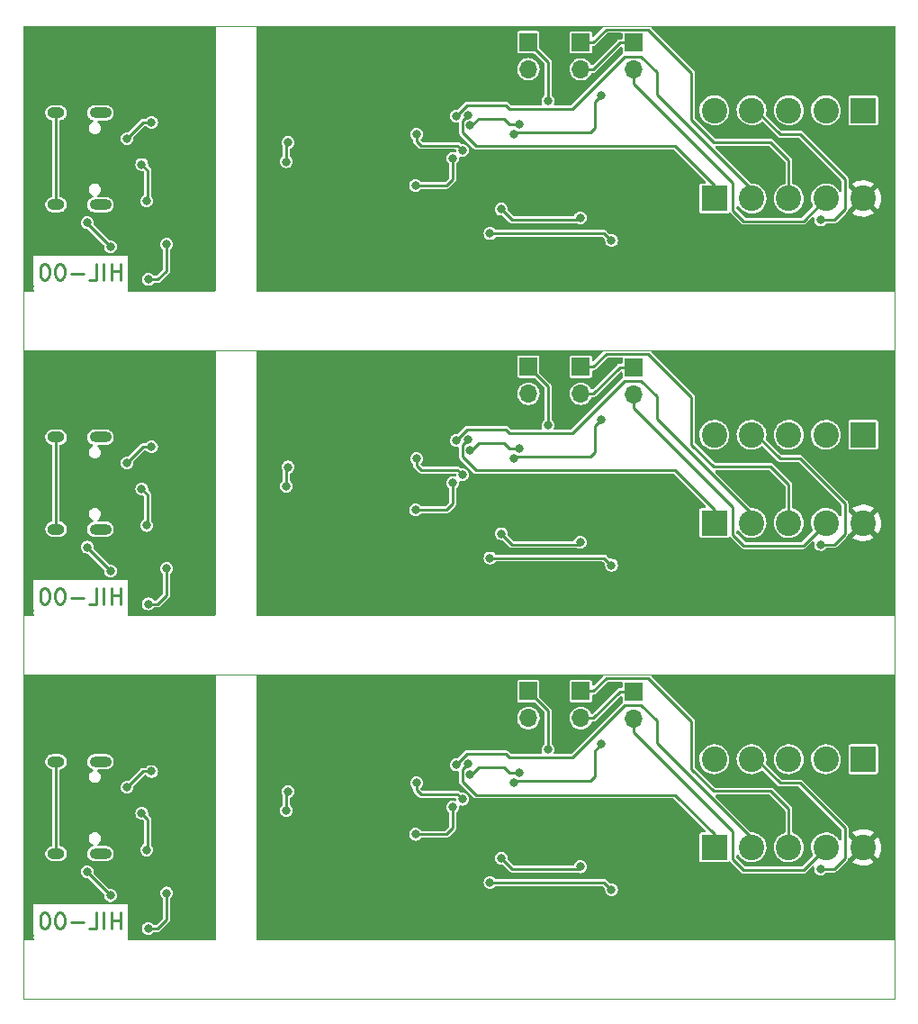
<source format=gbr>
%TF.GenerationSoftware,KiCad,Pcbnew,6.0.11-2627ca5db0~126~ubuntu20.04.1*%
%TF.CreationDate,2024-02-24T22:47:20-05:00*%
%TF.ProjectId,,58585858-5858-4585-9858-585858585858,rev?*%
%TF.SameCoordinates,Original*%
%TF.FileFunction,Copper,L2,Bot*%
%TF.FilePolarity,Positive*%
%FSLAX46Y46*%
G04 Gerber Fmt 4.6, Leading zero omitted, Abs format (unit mm)*
G04 Created by KiCad (PCBNEW 6.0.11-2627ca5db0~126~ubuntu20.04.1) date 2024-02-24 22:47:20*
%MOMM*%
%LPD*%
G01*
G04 APERTURE LIST*
%TA.AperFunction,Profile*%
%ADD10C,0.100000*%
%TD*%
%ADD11C,0.250000*%
%TA.AperFunction,NonConductor*%
%ADD12C,0.250000*%
%TD*%
%TA.AperFunction,ComponentPad*%
%ADD13R,1.700000X1.700000*%
%TD*%
%TA.AperFunction,ComponentPad*%
%ADD14O,1.700000X1.700000*%
%TD*%
%TA.AperFunction,ComponentPad*%
%ADD15R,2.400000X2.400000*%
%TD*%
%TA.AperFunction,ComponentPad*%
%ADD16C,2.400000*%
%TD*%
%TA.AperFunction,ComponentPad*%
%ADD17O,1.600000X1.000000*%
%TD*%
%TA.AperFunction,ComponentPad*%
%ADD18O,2.100000X1.000000*%
%TD*%
%TA.AperFunction,ViaPad*%
%ADD19C,0.800000*%
%TD*%
%TA.AperFunction,Conductor*%
%ADD20C,0.250000*%
%TD*%
G04 APERTURE END LIST*
D10*
X49377600Y-91886400D02*
X131377600Y-91886400D01*
X131377600Y-122386400D02*
X131377600Y-91886400D01*
X49377600Y-91886400D02*
X49377600Y-122386400D01*
X49377600Y-122386400D02*
X131377600Y-122386400D01*
D11*
D12*
X58537600Y-115754971D02*
X58537600Y-114254971D01*
X58537600Y-114969257D02*
X57680457Y-114969257D01*
X57680457Y-115754971D02*
X57680457Y-114254971D01*
X56966171Y-115754971D02*
X56966171Y-114254971D01*
X55537600Y-115754971D02*
X56251885Y-115754971D01*
X56251885Y-114254971D01*
X55037600Y-115183542D02*
X53894742Y-115183542D01*
X52894742Y-114254971D02*
X52751885Y-114254971D01*
X52609028Y-114326400D01*
X52537600Y-114397828D01*
X52466171Y-114540685D01*
X52394742Y-114826400D01*
X52394742Y-115183542D01*
X52466171Y-115469257D01*
X52537600Y-115612114D01*
X52609028Y-115683542D01*
X52751885Y-115754971D01*
X52894742Y-115754971D01*
X53037600Y-115683542D01*
X53109028Y-115612114D01*
X53180457Y-115469257D01*
X53251885Y-115183542D01*
X53251885Y-114826400D01*
X53180457Y-114540685D01*
X53109028Y-114397828D01*
X53037600Y-114326400D01*
X52894742Y-114254971D01*
X51466171Y-114254971D02*
X51323314Y-114254971D01*
X51180457Y-114326400D01*
X51109028Y-114397828D01*
X51037600Y-114540685D01*
X50966171Y-114826400D01*
X50966171Y-115183542D01*
X51037600Y-115469257D01*
X51109028Y-115612114D01*
X51180457Y-115683542D01*
X51323314Y-115754971D01*
X51466171Y-115754971D01*
X51609028Y-115683542D01*
X51680457Y-115612114D01*
X51751885Y-115469257D01*
X51823314Y-115183542D01*
X51823314Y-114826400D01*
X51751885Y-114540685D01*
X51680457Y-114397828D01*
X51609028Y-114326400D01*
X51466171Y-114254971D01*
D10*
X49377600Y-61386400D02*
X131377600Y-61386400D01*
X131377600Y-91886400D02*
X131377600Y-61386400D01*
X49377600Y-61386400D02*
X49377600Y-91886400D01*
X49377600Y-91886400D02*
X131377600Y-91886400D01*
D11*
D12*
X58537600Y-85254971D02*
X58537600Y-83754971D01*
X58537600Y-84469257D02*
X57680457Y-84469257D01*
X57680457Y-85254971D02*
X57680457Y-83754971D01*
X56966171Y-85254971D02*
X56966171Y-83754971D01*
X55537600Y-85254971D02*
X56251885Y-85254971D01*
X56251885Y-83754971D01*
X55037600Y-84683542D02*
X53894742Y-84683542D01*
X52894742Y-83754971D02*
X52751885Y-83754971D01*
X52609028Y-83826400D01*
X52537600Y-83897828D01*
X52466171Y-84040685D01*
X52394742Y-84326400D01*
X52394742Y-84683542D01*
X52466171Y-84969257D01*
X52537600Y-85112114D01*
X52609028Y-85183542D01*
X52751885Y-85254971D01*
X52894742Y-85254971D01*
X53037600Y-85183542D01*
X53109028Y-85112114D01*
X53180457Y-84969257D01*
X53251885Y-84683542D01*
X53251885Y-84326400D01*
X53180457Y-84040685D01*
X53109028Y-83897828D01*
X53037600Y-83826400D01*
X52894742Y-83754971D01*
X51466171Y-83754971D02*
X51323314Y-83754971D01*
X51180457Y-83826400D01*
X51109028Y-83897828D01*
X51037600Y-84040685D01*
X50966171Y-84326400D01*
X50966171Y-84683542D01*
X51037600Y-84969257D01*
X51109028Y-85112114D01*
X51180457Y-85183542D01*
X51323314Y-85254971D01*
X51466171Y-85254971D01*
X51609028Y-85183542D01*
X51680457Y-85112114D01*
X51751885Y-84969257D01*
X51823314Y-84683542D01*
X51823314Y-84326400D01*
X51751885Y-84040685D01*
X51680457Y-83897828D01*
X51609028Y-83826400D01*
X51466171Y-83754971D01*
D10*
X49377600Y-61386400D02*
X131377600Y-61386400D01*
X49377600Y-30886400D02*
X49377600Y-61386400D01*
X131377600Y-61386400D02*
X131377600Y-30886400D01*
X49377600Y-30886400D02*
X131377600Y-30886400D01*
D11*
D12*
X58537600Y-54754971D02*
X58537600Y-53254971D01*
X58537600Y-53969257D02*
X57680457Y-53969257D01*
X57680457Y-54754971D02*
X57680457Y-53254971D01*
X56966171Y-54754971D02*
X56966171Y-53254971D01*
X55537600Y-54754971D02*
X56251885Y-54754971D01*
X56251885Y-53254971D01*
X55037600Y-54183542D02*
X53894742Y-54183542D01*
X52894742Y-53254971D02*
X52751885Y-53254971D01*
X52609028Y-53326400D01*
X52537600Y-53397828D01*
X52466171Y-53540685D01*
X52394742Y-53826400D01*
X52394742Y-54183542D01*
X52466171Y-54469257D01*
X52537600Y-54612114D01*
X52609028Y-54683542D01*
X52751885Y-54754971D01*
X52894742Y-54754971D01*
X53037600Y-54683542D01*
X53109028Y-54612114D01*
X53180457Y-54469257D01*
X53251885Y-54183542D01*
X53251885Y-53826400D01*
X53180457Y-53540685D01*
X53109028Y-53397828D01*
X53037600Y-53326400D01*
X52894742Y-53254971D01*
X51466171Y-53254971D02*
X51323314Y-53254971D01*
X51180457Y-53326400D01*
X51109028Y-53397828D01*
X51037600Y-53540685D01*
X50966171Y-53826400D01*
X50966171Y-54183542D01*
X51037600Y-54469257D01*
X51109028Y-54612114D01*
X51180457Y-54683542D01*
X51323314Y-54754971D01*
X51466171Y-54754971D01*
X51609028Y-54683542D01*
X51680457Y-54612114D01*
X51751885Y-54469257D01*
X51823314Y-54183542D01*
X51823314Y-53826400D01*
X51751885Y-53540685D01*
X51680457Y-53397828D01*
X51609028Y-53326400D01*
X51466171Y-53254971D01*
D13*
%TO.P,RJ1,1,Pin_1*%
%TO.N,VCC*%
X106806800Y-93481400D03*
D14*
%TO.P,RJ1,2,Pin_2*%
%TO.N,+3.3V*%
X106806800Y-96021400D03*
%TD*%
D13*
%TO.P,RJ2,1,Pin_1*%
%TO.N,+5V*%
X101828400Y-93435600D03*
D14*
%TO.P,RJ2,2,Pin_2*%
%TO.N,VCC*%
X101828400Y-95975600D03*
%TD*%
D13*
%TO.P,RJ3,1,Pin_1*%
%TO.N,Net-(C6-Pad1)*%
X96900800Y-93430600D03*
D14*
%TO.P,RJ3,2,Pin_2*%
%TO.N,VCC*%
X96900800Y-95970600D03*
%TD*%
D15*
%TO.P,J2,1,Pin_1*%
%TO.N,/IO0*%
X128396800Y-99836400D03*
D16*
%TO.P,J2,2,Pin_2*%
%TO.N,/EN*%
X124896800Y-99836400D03*
%TO.P,J2,3,Pin_3*%
%TO.N,/CTS*%
X121396800Y-99836400D03*
%TO.P,J2,4,Pin_4*%
%TO.N,/DTR*%
X117896800Y-99836400D03*
%TO.P,J2,5,Pin_5*%
%TO.N,/RTS*%
X114396800Y-99836400D03*
%TD*%
D17*
%TO.P,J1,S1,SHIELD*%
%TO.N,unconnected-(J1-PadS1)*%
X52467600Y-100066400D03*
D18*
X56647600Y-100066400D03*
X56647600Y-108706400D03*
D17*
X52467600Y-108706400D03*
%TD*%
D15*
%TO.P,J3,1,Pin_1*%
%TO.N,/TX*%
X114396800Y-108118400D03*
D16*
%TO.P,J3,2,Pin_2*%
%TO.N,/RX*%
X117896800Y-108118400D03*
%TO.P,J3,3,Pin_3*%
%TO.N,+5V*%
X121396800Y-108118400D03*
%TO.P,J3,4,Pin_4*%
%TO.N,+3.3V*%
X124896800Y-108118400D03*
%TO.P,J3,5,Pin_5*%
%TO.N,GND2*%
X128396800Y-108118400D03*
%TD*%
D13*
%TO.P,RJ1,1,Pin_1*%
%TO.N,VCC*%
X106806800Y-62981400D03*
D14*
%TO.P,RJ1,2,Pin_2*%
%TO.N,+3.3V*%
X106806800Y-65521400D03*
%TD*%
D13*
%TO.P,RJ2,1,Pin_1*%
%TO.N,+5V*%
X101828400Y-62935600D03*
D14*
%TO.P,RJ2,2,Pin_2*%
%TO.N,VCC*%
X101828400Y-65475600D03*
%TD*%
D13*
%TO.P,RJ3,1,Pin_1*%
%TO.N,Net-(C6-Pad1)*%
X96900800Y-62930600D03*
D14*
%TO.P,RJ3,2,Pin_2*%
%TO.N,VCC*%
X96900800Y-65470600D03*
%TD*%
D15*
%TO.P,J2,1,Pin_1*%
%TO.N,/IO0*%
X128396800Y-69336400D03*
D16*
%TO.P,J2,2,Pin_2*%
%TO.N,/EN*%
X124896800Y-69336400D03*
%TO.P,J2,3,Pin_3*%
%TO.N,/CTS*%
X121396800Y-69336400D03*
%TO.P,J2,4,Pin_4*%
%TO.N,/DTR*%
X117896800Y-69336400D03*
%TO.P,J2,5,Pin_5*%
%TO.N,/RTS*%
X114396800Y-69336400D03*
%TD*%
D17*
%TO.P,J1,S1,SHIELD*%
%TO.N,unconnected-(J1-PadS1)*%
X52467600Y-69566400D03*
D18*
X56647600Y-69566400D03*
X56647600Y-78206400D03*
D17*
X52467600Y-78206400D03*
%TD*%
D15*
%TO.P,J3,1,Pin_1*%
%TO.N,/TX*%
X114396800Y-77618400D03*
D16*
%TO.P,J3,2,Pin_2*%
%TO.N,/RX*%
X117896800Y-77618400D03*
%TO.P,J3,3,Pin_3*%
%TO.N,+5V*%
X121396800Y-77618400D03*
%TO.P,J3,4,Pin_4*%
%TO.N,+3.3V*%
X124896800Y-77618400D03*
%TO.P,J3,5,Pin_5*%
%TO.N,GND2*%
X128396800Y-77618400D03*
%TD*%
D17*
%TO.P,J1,S1,SHIELD*%
%TO.N,unconnected-(J1-PadS1)*%
X52467600Y-39066400D03*
D18*
X56647600Y-39066400D03*
X56647600Y-47706400D03*
D17*
X52467600Y-47706400D03*
%TD*%
D15*
%TO.P,J3,1,Pin_1*%
%TO.N,/TX*%
X114396800Y-47118400D03*
D16*
%TO.P,J3,2,Pin_2*%
%TO.N,/RX*%
X117896800Y-47118400D03*
%TO.P,J3,3,Pin_3*%
%TO.N,+5V*%
X121396800Y-47118400D03*
%TO.P,J3,4,Pin_4*%
%TO.N,+3.3V*%
X124896800Y-47118400D03*
%TO.P,J3,5,Pin_5*%
%TO.N,GND2*%
X128396800Y-47118400D03*
%TD*%
D15*
%TO.P,J2,1,Pin_1*%
%TO.N,/IO0*%
X128396800Y-38836400D03*
D16*
%TO.P,J2,2,Pin_2*%
%TO.N,/EN*%
X124896800Y-38836400D03*
%TO.P,J2,3,Pin_3*%
%TO.N,/CTS*%
X121396800Y-38836400D03*
%TO.P,J2,4,Pin_4*%
%TO.N,/DTR*%
X117896800Y-38836400D03*
%TO.P,J2,5,Pin_5*%
%TO.N,/RTS*%
X114396800Y-38836400D03*
%TD*%
D13*
%TO.P,RJ3,1,Pin_1*%
%TO.N,Net-(C6-Pad1)*%
X96900800Y-32430600D03*
D14*
%TO.P,RJ3,2,Pin_2*%
%TO.N,VCC*%
X96900800Y-34970600D03*
%TD*%
D13*
%TO.P,RJ2,1,Pin_1*%
%TO.N,+5V*%
X101828400Y-32435600D03*
D14*
%TO.P,RJ2,2,Pin_2*%
%TO.N,VCC*%
X101828400Y-34975600D03*
%TD*%
D13*
%TO.P,RJ1,1,Pin_1*%
%TO.N,VCC*%
X106806800Y-32481400D03*
D14*
%TO.P,RJ1,2,Pin_2*%
%TO.N,+3.3V*%
X106806800Y-35021400D03*
%TD*%
D19*
%TO.N,+5V*%
X74142400Y-104662400D03*
X74294800Y-102871100D03*
%TO.N,Net-(R5-Pad1)*%
X89788800Y-104357600D03*
X86283600Y-106897600D03*
%TO.N,/CTS*%
X101777600Y-109945600D03*
X94360800Y-109132800D03*
%TO.N,/DTR*%
X93294000Y-111418800D03*
X104724000Y-112092500D03*
X124385000Y-110150700D03*
%TO.N,/RTS*%
X103763499Y-98418699D03*
X95574600Y-102066200D03*
%TO.N,/RX*%
X90107700Y-100371700D03*
%TO.N,/TX*%
X91228086Y-100275912D03*
%TO.N,Net-(C6-Pad1)*%
X91427700Y-101271312D03*
X98745000Y-98945500D03*
X96028723Y-101143900D03*
%TO.N,Net-(J1-PadA6)*%
X57581600Y-112638000D03*
X55397200Y-110402800D03*
%TO.N,Net-(C7-Pad1)*%
X86385200Y-102071600D03*
%TO.N,GND2*%
X75971200Y-92368800D03*
X130886000Y-104002000D03*
X130886000Y-116346400D03*
X71754800Y-111266400D03*
X92176400Y-96940800D03*
X89636400Y-116397200D03*
X119862400Y-92368800D03*
X80276901Y-105056501D03*
X130886000Y-92368800D03*
X109956400Y-92368800D03*
X71754800Y-116397200D03*
X72974000Y-92368800D03*
X80695600Y-92318000D03*
X75971200Y-116397200D03*
X119862400Y-116346400D03*
X80898800Y-116448000D03*
X95173600Y-98718800D03*
X89636400Y-92368800D03*
X71805600Y-100801600D03*
X109956400Y-116346400D03*
X81051200Y-110860000D03*
%TO.N,Net-(C2-Pad1)*%
X61137600Y-115736800D03*
X62880449Y-112416451D03*
%TO.N,GND1*%
X60680400Y-99582400D03*
X49961600Y-92318000D03*
X62661600Y-92318000D03*
X67081200Y-111114000D03*
X49961600Y-112688800D03*
X67081200Y-100750800D03*
X49961600Y-116397200D03*
X67081200Y-92318000D03*
X67081200Y-106034000D03*
X55905200Y-95772400D03*
X62661600Y-116397200D03*
%TO.N,Net-(C7-Pad1)*%
X90703200Y-103595600D03*
%TO.N,GND1*%
X49961600Y-95366000D03*
%TO.N,Net-(C1-Pad1)*%
X60985200Y-108357500D03*
%TO.N,GND1*%
X66979600Y-116397200D03*
%TO.N,Net-(C1-Pad1)*%
X59153400Y-102476800D03*
X61455200Y-100976100D03*
X60528000Y-104916400D03*
%TO.N,+5V*%
X74142400Y-74162400D03*
X74294800Y-72371100D03*
%TO.N,Net-(R5-Pad1)*%
X89788800Y-73857600D03*
X86283600Y-76397600D03*
%TO.N,/CTS*%
X101777600Y-79445600D03*
X94360800Y-78632800D03*
%TO.N,/DTR*%
X93294000Y-80918800D03*
X104724000Y-81592500D03*
X124385000Y-79650700D03*
%TO.N,/RTS*%
X103763499Y-67918699D03*
X95574600Y-71566200D03*
%TO.N,/RX*%
X90107700Y-69871700D03*
%TO.N,/TX*%
X91228086Y-69775912D03*
%TO.N,Net-(C6-Pad1)*%
X91427700Y-70771312D03*
X98745000Y-68445500D03*
X96028723Y-70643900D03*
%TO.N,Net-(J1-PadA6)*%
X57581600Y-82138000D03*
X55397200Y-79902800D03*
%TO.N,Net-(C7-Pad1)*%
X86385200Y-71571600D03*
%TO.N,GND2*%
X75971200Y-61868800D03*
X130886000Y-73502000D03*
X130886000Y-85846400D03*
X71754800Y-80766400D03*
X92176400Y-66440800D03*
X89636400Y-85897200D03*
X119862400Y-61868800D03*
X80276901Y-74556501D03*
X130886000Y-61868800D03*
X109956400Y-61868800D03*
X71754800Y-85897200D03*
X72974000Y-61868800D03*
X80695600Y-61818000D03*
X75971200Y-85897200D03*
X119862400Y-85846400D03*
X80898800Y-85948000D03*
X95173600Y-68218800D03*
X89636400Y-61868800D03*
X71805600Y-70301600D03*
X109956400Y-85846400D03*
X81051200Y-80360000D03*
%TO.N,Net-(C2-Pad1)*%
X61137600Y-85236800D03*
X62880449Y-81916451D03*
%TO.N,GND1*%
X60680400Y-69082400D03*
X49961600Y-61818000D03*
X62661600Y-61818000D03*
X67081200Y-80614000D03*
X49961600Y-82188800D03*
X67081200Y-70250800D03*
X49961600Y-85897200D03*
X67081200Y-61818000D03*
X67081200Y-75534000D03*
X55905200Y-65272400D03*
X62661600Y-85897200D03*
%TO.N,Net-(C7-Pad1)*%
X90703200Y-73095600D03*
%TO.N,GND1*%
X49961600Y-64866000D03*
%TO.N,Net-(C1-Pad1)*%
X60985200Y-77857500D03*
%TO.N,GND1*%
X66979600Y-85897200D03*
%TO.N,Net-(C1-Pad1)*%
X59153400Y-71976800D03*
X61455200Y-70476100D03*
X60528000Y-74416400D03*
X60528000Y-43916400D03*
X61455200Y-39976100D03*
X59153400Y-41476800D03*
X60985200Y-47357500D03*
%TO.N,GND1*%
X49961600Y-34366000D03*
X66979600Y-55397200D03*
X62661600Y-55397200D03*
X55905200Y-34772400D03*
X67081200Y-45034000D03*
X67081200Y-31318000D03*
X49961600Y-55397200D03*
X67081200Y-39750800D03*
X49961600Y-51688800D03*
X67081200Y-50114000D03*
X62661600Y-31318000D03*
X49961600Y-31318000D03*
X60680400Y-38582400D03*
%TO.N,Net-(C2-Pad1)*%
X62880449Y-51416451D03*
X61137600Y-54736800D03*
%TO.N,GND2*%
X81051200Y-49860000D03*
X109956400Y-55346400D03*
X71805600Y-39801600D03*
X89636400Y-31368800D03*
X95173600Y-37718800D03*
X80898800Y-55448000D03*
X119862400Y-55346400D03*
X75971200Y-55397200D03*
X80695600Y-31318000D03*
X72974000Y-31368800D03*
X71754800Y-55397200D03*
X109956400Y-31368800D03*
X130886000Y-31368800D03*
X80276901Y-44056501D03*
X119862400Y-31368800D03*
X89636400Y-55397200D03*
X92176400Y-35940800D03*
X71754800Y-50266400D03*
X130886000Y-55346400D03*
X130886000Y-43002000D03*
X75971200Y-31368800D03*
%TO.N,Net-(C7-Pad1)*%
X90703200Y-42595600D03*
X86385200Y-41071600D03*
%TO.N,Net-(J1-PadA6)*%
X55397200Y-49402800D03*
X57581600Y-51638000D03*
%TO.N,Net-(C6-Pad1)*%
X96028723Y-40143900D03*
X98745000Y-37945500D03*
X91427700Y-40271312D03*
%TO.N,/TX*%
X91228086Y-39275912D03*
%TO.N,/RX*%
X90107700Y-39371700D03*
%TO.N,/RTS*%
X95574600Y-41066200D03*
X103763499Y-37418699D03*
%TO.N,/DTR*%
X124385000Y-49150700D03*
X104724000Y-51092500D03*
X93294000Y-50418800D03*
%TO.N,/CTS*%
X94360800Y-48132800D03*
X101777600Y-48945600D03*
%TO.N,Net-(R5-Pad1)*%
X86283600Y-45897600D03*
X89788800Y-43357600D03*
%TO.N,+5V*%
X74294800Y-41871100D03*
X74142400Y-43662400D03*
%TD*%
D20*
%TO.N,+3.3V*%
X117170000Y-110250400D02*
X122764800Y-110250400D01*
X116154000Y-109234400D02*
X117170000Y-110250400D01*
X106806800Y-96021400D02*
X106806800Y-97296400D01*
X116154000Y-106643600D02*
X116154000Y-109234400D01*
X122764800Y-110250400D02*
X124896800Y-108118400D01*
X106806800Y-97296400D02*
X116154000Y-106643600D01*
%TO.N,+5V*%
X104222900Y-92216400D02*
X108178400Y-92216400D01*
X112242400Y-100750800D02*
X114325200Y-102833600D01*
X101828400Y-93435600D02*
X103003700Y-93435600D01*
X121396800Y-104520400D02*
X121396800Y-108118400D01*
X103003700Y-93435600D02*
X104222900Y-92216400D01*
X119710000Y-102833600D02*
X121396800Y-104520400D01*
X112242400Y-96280400D02*
X112242400Y-100750800D01*
X74142400Y-104662400D02*
X74142400Y-103023500D01*
X74142400Y-103023500D02*
X74294800Y-102871100D01*
X114325200Y-102833600D02*
X119710000Y-102833600D01*
X108178400Y-92216400D02*
X112242400Y-96280400D01*
%TO.N,Net-(R5-Pad1)*%
X89179200Y-106897600D02*
X89788800Y-106288000D01*
X89788800Y-106288000D02*
X89788800Y-104357600D01*
X86283600Y-106897600D02*
X89179200Y-106897600D01*
%TO.N,/CTS*%
X94360800Y-109132800D02*
X95376800Y-110148800D01*
X95376800Y-110148800D02*
X101574400Y-110148800D01*
X101574400Y-110148800D02*
X101777600Y-109945600D01*
%TO.N,/DTR*%
X122453200Y-102071600D02*
X126669600Y-106288000D01*
X126669600Y-106288000D02*
X126669600Y-109132800D01*
X117896800Y-99836400D02*
X118338400Y-99836400D01*
X126669600Y-109132800D02*
X125651700Y-110150700D01*
X118338400Y-99836400D02*
X120573600Y-102071600D01*
X104050300Y-111418800D02*
X104724000Y-112092500D01*
X125651700Y-110150700D02*
X124385000Y-110150700D01*
X93294000Y-111418800D02*
X104050300Y-111418800D01*
X120573600Y-102071600D02*
X122453200Y-102071600D01*
%TO.N,/RTS*%
X103149200Y-101462000D02*
X103149200Y-99032998D01*
X102742800Y-101868400D02*
X103149200Y-101462000D01*
X95574600Y-102066200D02*
X95772400Y-101868400D01*
X95772400Y-101868400D02*
X102742800Y-101868400D01*
X103149200Y-99032998D02*
X103763499Y-98418699D01*
%TO.N,/RX*%
X117896800Y-107218000D02*
X108991200Y-98312400D01*
X108991200Y-98312400D02*
X108991200Y-96229600D01*
X101079900Y-99670500D02*
X95099995Y-99670500D01*
X108991200Y-96229600D02*
X107518000Y-94756400D01*
X95099995Y-99670500D02*
X94757895Y-99328400D01*
X91151000Y-99328400D02*
X90107700Y-100371700D01*
X105994000Y-94756400D02*
X101079900Y-99670500D01*
X94757895Y-99328400D02*
X91151000Y-99328400D01*
X117896800Y-108118400D02*
X117896800Y-107218000D01*
X107518000Y-94756400D02*
X105994000Y-94756400D01*
%TO.N,/TX*%
X91973200Y-103189200D02*
X110718400Y-103189200D01*
X90703200Y-101919200D02*
X91973200Y-103189200D01*
X90703200Y-100800798D02*
X90703200Y-101919200D01*
X114396800Y-106867600D02*
X114396800Y-108118400D01*
X91228086Y-100275912D02*
X90703200Y-100800798D01*
X110718400Y-103189200D02*
X114396800Y-106867600D01*
%TO.N,Net-(C6-Pad1)*%
X96028723Y-101143900D02*
X95160300Y-101143900D01*
X91554288Y-101271312D02*
X91427700Y-101271312D01*
X96900800Y-93430600D02*
X98745000Y-95274800D01*
X95160300Y-101143900D02*
X94614800Y-100598400D01*
X94614800Y-100598400D02*
X92227200Y-100598400D01*
X92227200Y-100598400D02*
X91554288Y-101271312D01*
X98745000Y-95274800D02*
X98745000Y-98945500D01*
%TO.N,unconnected-(J1-PadS1)*%
X52467600Y-108706400D02*
X52467600Y-100066400D01*
%TO.N,Net-(J1-PadA6)*%
X55397200Y-110402800D02*
X55397200Y-110453600D01*
X55397200Y-110453600D02*
X57581600Y-112638000D01*
%TO.N,VCC*%
X106806800Y-93481400D02*
X105497900Y-93481400D01*
X105497900Y-93481400D02*
X103003700Y-95975600D01*
X101828400Y-95975600D02*
X103003700Y-95975600D01*
%TO.N,Net-(C7-Pad1)*%
X90703200Y-103595600D02*
X90246000Y-103138400D01*
X90246000Y-103138400D02*
X86791600Y-103138400D01*
X86385200Y-102732000D02*
X86385200Y-102071600D01*
X86791600Y-103138400D02*
X86385200Y-102732000D01*
%TO.N,GND2*%
X94310000Y-96890000D02*
X92227200Y-96890000D01*
X81152800Y-105932400D02*
X80276901Y-105056501D01*
X95173600Y-98718800D02*
X95173600Y-97753600D01*
X95173600Y-97753600D02*
X94310000Y-96890000D01*
%TO.N,Net-(C2-Pad1)*%
X62880449Y-114908351D02*
X62880449Y-112416451D01*
X62052000Y-115736800D02*
X62880449Y-114908351D01*
X61137600Y-115736800D02*
X62052000Y-115736800D01*
%TO.N,GND1*%
X55905200Y-96178800D02*
X55905200Y-95772400D01*
X59893000Y-96839200D02*
X56565600Y-96839200D01*
X60680400Y-99582400D02*
X60680400Y-97626600D01*
X60680400Y-97626600D02*
X59893000Y-96839200D01*
X56565600Y-96839200D02*
X55905200Y-96178800D01*
%TO.N,GND2*%
X81152800Y-110758400D02*
X81152800Y-105932400D01*
X81051200Y-110860000D02*
X81152800Y-110758400D01*
X92227200Y-96890000D02*
X92176400Y-96940800D01*
%TO.N,Net-(C1-Pad1)*%
X60654100Y-100976100D02*
X61455200Y-100976100D01*
X61086800Y-108255900D02*
X61086800Y-105475200D01*
X59153400Y-102476800D02*
X60654100Y-100976100D01*
X61086800Y-105475200D02*
X60528000Y-104916400D01*
X60985200Y-108357500D02*
X61086800Y-108255900D01*
%TO.N,+3.3V*%
X117170000Y-79750400D02*
X122764800Y-79750400D01*
X116154000Y-78734400D02*
X117170000Y-79750400D01*
X106806800Y-65521400D02*
X106806800Y-66796400D01*
X116154000Y-76143600D02*
X116154000Y-78734400D01*
X122764800Y-79750400D02*
X124896800Y-77618400D01*
X106806800Y-66796400D02*
X116154000Y-76143600D01*
%TO.N,+5V*%
X104222900Y-61716400D02*
X108178400Y-61716400D01*
X112242400Y-70250800D02*
X114325200Y-72333600D01*
X101828400Y-62935600D02*
X103003700Y-62935600D01*
X121396800Y-74020400D02*
X121396800Y-77618400D01*
X103003700Y-62935600D02*
X104222900Y-61716400D01*
X119710000Y-72333600D02*
X121396800Y-74020400D01*
X112242400Y-65780400D02*
X112242400Y-70250800D01*
X74142400Y-74162400D02*
X74142400Y-72523500D01*
X74142400Y-72523500D02*
X74294800Y-72371100D01*
X114325200Y-72333600D02*
X119710000Y-72333600D01*
X108178400Y-61716400D02*
X112242400Y-65780400D01*
%TO.N,Net-(R5-Pad1)*%
X89179200Y-76397600D02*
X89788800Y-75788000D01*
X89788800Y-75788000D02*
X89788800Y-73857600D01*
X86283600Y-76397600D02*
X89179200Y-76397600D01*
%TO.N,/CTS*%
X94360800Y-78632800D02*
X95376800Y-79648800D01*
X95376800Y-79648800D02*
X101574400Y-79648800D01*
X101574400Y-79648800D02*
X101777600Y-79445600D01*
%TO.N,/DTR*%
X122453200Y-71571600D02*
X126669600Y-75788000D01*
X126669600Y-75788000D02*
X126669600Y-78632800D01*
X117896800Y-69336400D02*
X118338400Y-69336400D01*
X126669600Y-78632800D02*
X125651700Y-79650700D01*
X118338400Y-69336400D02*
X120573600Y-71571600D01*
X104050300Y-80918800D02*
X104724000Y-81592500D01*
X125651700Y-79650700D02*
X124385000Y-79650700D01*
X93294000Y-80918800D02*
X104050300Y-80918800D01*
X120573600Y-71571600D02*
X122453200Y-71571600D01*
%TO.N,/RTS*%
X103149200Y-70962000D02*
X103149200Y-68532998D01*
X102742800Y-71368400D02*
X103149200Y-70962000D01*
X95574600Y-71566200D02*
X95772400Y-71368400D01*
X95772400Y-71368400D02*
X102742800Y-71368400D01*
X103149200Y-68532998D02*
X103763499Y-67918699D01*
%TO.N,/RX*%
X117896800Y-76718000D02*
X108991200Y-67812400D01*
X108991200Y-67812400D02*
X108991200Y-65729600D01*
X101079900Y-69170500D02*
X95099995Y-69170500D01*
X108991200Y-65729600D02*
X107518000Y-64256400D01*
X95099995Y-69170500D02*
X94757895Y-68828400D01*
X91151000Y-68828400D02*
X90107700Y-69871700D01*
X105994000Y-64256400D02*
X101079900Y-69170500D01*
X94757895Y-68828400D02*
X91151000Y-68828400D01*
X117896800Y-77618400D02*
X117896800Y-76718000D01*
X107518000Y-64256400D02*
X105994000Y-64256400D01*
%TO.N,/TX*%
X91973200Y-72689200D02*
X110718400Y-72689200D01*
X90703200Y-71419200D02*
X91973200Y-72689200D01*
X90703200Y-70300798D02*
X90703200Y-71419200D01*
X114396800Y-76367600D02*
X114396800Y-77618400D01*
X91228086Y-69775912D02*
X90703200Y-70300798D01*
X110718400Y-72689200D02*
X114396800Y-76367600D01*
%TO.N,Net-(C6-Pad1)*%
X96028723Y-70643900D02*
X95160300Y-70643900D01*
X91554288Y-70771312D02*
X91427700Y-70771312D01*
X96900800Y-62930600D02*
X98745000Y-64774800D01*
X95160300Y-70643900D02*
X94614800Y-70098400D01*
X94614800Y-70098400D02*
X92227200Y-70098400D01*
X92227200Y-70098400D02*
X91554288Y-70771312D01*
X98745000Y-64774800D02*
X98745000Y-68445500D01*
%TO.N,unconnected-(J1-PadS1)*%
X52467600Y-78206400D02*
X52467600Y-69566400D01*
%TO.N,Net-(J1-PadA6)*%
X55397200Y-79902800D02*
X55397200Y-79953600D01*
X55397200Y-79953600D02*
X57581600Y-82138000D01*
%TO.N,VCC*%
X106806800Y-62981400D02*
X105497900Y-62981400D01*
X105497900Y-62981400D02*
X103003700Y-65475600D01*
X101828400Y-65475600D02*
X103003700Y-65475600D01*
%TO.N,Net-(C7-Pad1)*%
X90703200Y-73095600D02*
X90246000Y-72638400D01*
X90246000Y-72638400D02*
X86791600Y-72638400D01*
X86385200Y-72232000D02*
X86385200Y-71571600D01*
X86791600Y-72638400D02*
X86385200Y-72232000D01*
%TO.N,GND2*%
X94310000Y-66390000D02*
X92227200Y-66390000D01*
X81152800Y-75432400D02*
X80276901Y-74556501D01*
X95173600Y-68218800D02*
X95173600Y-67253600D01*
X95173600Y-67253600D02*
X94310000Y-66390000D01*
%TO.N,Net-(C2-Pad1)*%
X62880449Y-84408351D02*
X62880449Y-81916451D01*
X62052000Y-85236800D02*
X62880449Y-84408351D01*
X61137600Y-85236800D02*
X62052000Y-85236800D01*
%TO.N,GND1*%
X55905200Y-65678800D02*
X55905200Y-65272400D01*
X59893000Y-66339200D02*
X56565600Y-66339200D01*
X60680400Y-69082400D02*
X60680400Y-67126600D01*
X60680400Y-67126600D02*
X59893000Y-66339200D01*
X56565600Y-66339200D02*
X55905200Y-65678800D01*
%TO.N,GND2*%
X81152800Y-80258400D02*
X81152800Y-75432400D01*
X81051200Y-80360000D02*
X81152800Y-80258400D01*
X92227200Y-66390000D02*
X92176400Y-66440800D01*
%TO.N,Net-(C1-Pad1)*%
X60654100Y-70476100D02*
X61455200Y-70476100D01*
X61086800Y-77755900D02*
X61086800Y-74975200D01*
X59153400Y-71976800D02*
X60654100Y-70476100D01*
X61086800Y-74975200D02*
X60528000Y-74416400D01*
X60985200Y-77857500D02*
X61086800Y-77755900D01*
X60985200Y-47357500D02*
X61086800Y-47255900D01*
X61086800Y-44475200D02*
X60528000Y-43916400D01*
X59153400Y-41476800D02*
X60654100Y-39976100D01*
X61086800Y-47255900D02*
X61086800Y-44475200D01*
X60654100Y-39976100D02*
X61455200Y-39976100D01*
%TO.N,GND1*%
X56565600Y-35839200D02*
X55905200Y-35178800D01*
X60680400Y-36626600D02*
X59893000Y-35839200D01*
X60680400Y-38582400D02*
X60680400Y-36626600D01*
X59893000Y-35839200D02*
X56565600Y-35839200D01*
X55905200Y-35178800D02*
X55905200Y-34772400D01*
%TO.N,Net-(C2-Pad1)*%
X61137600Y-54736800D02*
X62052000Y-54736800D01*
X62052000Y-54736800D02*
X62880449Y-53908351D01*
X62880449Y-53908351D02*
X62880449Y-51416451D01*
%TO.N,GND2*%
X92227200Y-35890000D02*
X92176400Y-35940800D01*
X81051200Y-49860000D02*
X81152800Y-49758400D01*
X81152800Y-49758400D02*
X81152800Y-44932400D01*
X95173600Y-36753600D02*
X94310000Y-35890000D01*
X95173600Y-37718800D02*
X95173600Y-36753600D01*
X81152800Y-44932400D02*
X80276901Y-44056501D01*
X94310000Y-35890000D02*
X92227200Y-35890000D01*
%TO.N,Net-(C7-Pad1)*%
X86791600Y-42138400D02*
X86385200Y-41732000D01*
X86385200Y-41732000D02*
X86385200Y-41071600D01*
X90246000Y-42138400D02*
X86791600Y-42138400D01*
X90703200Y-42595600D02*
X90246000Y-42138400D01*
%TO.N,VCC*%
X101828400Y-34975600D02*
X103003700Y-34975600D01*
X105497900Y-32481400D02*
X103003700Y-34975600D01*
X106806800Y-32481400D02*
X105497900Y-32481400D01*
%TO.N,Net-(J1-PadA6)*%
X55397200Y-49453600D02*
X57581600Y-51638000D01*
X55397200Y-49402800D02*
X55397200Y-49453600D01*
%TO.N,unconnected-(J1-PadS1)*%
X52467600Y-47706400D02*
X52467600Y-39066400D01*
%TO.N,Net-(C6-Pad1)*%
X98745000Y-34274800D02*
X98745000Y-37945500D01*
X92227200Y-39598400D02*
X91554288Y-40271312D01*
X94614800Y-39598400D02*
X92227200Y-39598400D01*
X95160300Y-40143900D02*
X94614800Y-39598400D01*
X96900800Y-32430600D02*
X98745000Y-34274800D01*
X91554288Y-40271312D02*
X91427700Y-40271312D01*
X96028723Y-40143900D02*
X95160300Y-40143900D01*
%TO.N,/TX*%
X110718400Y-42189200D02*
X114396800Y-45867600D01*
X91228086Y-39275912D02*
X90703200Y-39800798D01*
X114396800Y-45867600D02*
X114396800Y-47118400D01*
X90703200Y-39800798D02*
X90703200Y-40919200D01*
X90703200Y-40919200D02*
X91973200Y-42189200D01*
X91973200Y-42189200D02*
X110718400Y-42189200D01*
%TO.N,/RX*%
X107518000Y-33756400D02*
X105994000Y-33756400D01*
X117896800Y-47118400D02*
X117896800Y-46218000D01*
X94757895Y-38328400D02*
X91151000Y-38328400D01*
X105994000Y-33756400D02*
X101079900Y-38670500D01*
X91151000Y-38328400D02*
X90107700Y-39371700D01*
X95099995Y-38670500D02*
X94757895Y-38328400D01*
X108991200Y-35229600D02*
X107518000Y-33756400D01*
X101079900Y-38670500D02*
X95099995Y-38670500D01*
X108991200Y-37312400D02*
X108991200Y-35229600D01*
X117896800Y-46218000D02*
X108991200Y-37312400D01*
%TO.N,/RTS*%
X103149200Y-38032998D02*
X103763499Y-37418699D01*
X95772400Y-40868400D02*
X102742800Y-40868400D01*
X95574600Y-41066200D02*
X95772400Y-40868400D01*
X102742800Y-40868400D02*
X103149200Y-40462000D01*
X103149200Y-40462000D02*
X103149200Y-38032998D01*
%TO.N,/DTR*%
X120573600Y-41071600D02*
X122453200Y-41071600D01*
X93294000Y-50418800D02*
X104050300Y-50418800D01*
X125651700Y-49150700D02*
X124385000Y-49150700D01*
X104050300Y-50418800D02*
X104724000Y-51092500D01*
X118338400Y-38836400D02*
X120573600Y-41071600D01*
X126669600Y-48132800D02*
X125651700Y-49150700D01*
X117896800Y-38836400D02*
X118338400Y-38836400D01*
X126669600Y-45288000D02*
X126669600Y-48132800D01*
X122453200Y-41071600D02*
X126669600Y-45288000D01*
%TO.N,/CTS*%
X101574400Y-49148800D02*
X101777600Y-48945600D01*
X95376800Y-49148800D02*
X101574400Y-49148800D01*
X94360800Y-48132800D02*
X95376800Y-49148800D01*
%TO.N,Net-(R5-Pad1)*%
X86283600Y-45897600D02*
X89179200Y-45897600D01*
X89788800Y-45288000D02*
X89788800Y-43357600D01*
X89179200Y-45897600D02*
X89788800Y-45288000D01*
%TO.N,+5V*%
X108178400Y-31216400D02*
X112242400Y-35280400D01*
X114325200Y-41833600D02*
X119710000Y-41833600D01*
X74142400Y-42023500D02*
X74294800Y-41871100D01*
X74142400Y-43662400D02*
X74142400Y-42023500D01*
X112242400Y-35280400D02*
X112242400Y-39750800D01*
X119710000Y-41833600D02*
X121396800Y-43520400D01*
X103003700Y-32435600D02*
X104222900Y-31216400D01*
X121396800Y-43520400D02*
X121396800Y-47118400D01*
X101828400Y-32435600D02*
X103003700Y-32435600D01*
X112242400Y-39750800D02*
X114325200Y-41833600D01*
X104222900Y-31216400D02*
X108178400Y-31216400D01*
%TO.N,+3.3V*%
X106806800Y-36296400D02*
X116154000Y-45643600D01*
X122764800Y-49250400D02*
X124896800Y-47118400D01*
X116154000Y-45643600D02*
X116154000Y-48234400D01*
X106806800Y-35021400D02*
X106806800Y-36296400D01*
X116154000Y-48234400D02*
X117170000Y-49250400D01*
X117170000Y-49250400D02*
X122764800Y-49250400D01*
%TD*%
%TA.AperFunction,Conductor*%
%TO.N,GND1*%
G36*
X67429721Y-30907402D02*
G01*
X67476214Y-30961058D01*
X67487600Y-31013400D01*
X67487600Y-55760400D01*
X67467598Y-55828521D01*
X67413942Y-55875014D01*
X67361600Y-55886400D01*
X59303526Y-55886400D01*
X59235405Y-55866398D01*
X59188912Y-55812742D01*
X59178808Y-55742468D01*
X59208301Y-55677888D01*
X59213490Y-55671900D01*
X59220243Y-55671900D01*
X59220243Y-54736800D01*
X60531918Y-54736800D01*
X60552556Y-54893562D01*
X60613064Y-55039641D01*
X60709318Y-55165082D01*
X60834759Y-55261336D01*
X60980838Y-55321844D01*
X61137600Y-55342482D01*
X61145788Y-55341404D01*
X61286174Y-55322922D01*
X61294362Y-55321844D01*
X61440441Y-55261336D01*
X61565882Y-55165082D01*
X61606923Y-55111596D01*
X61664261Y-55069729D01*
X61706886Y-55062300D01*
X62032290Y-55062300D01*
X62043272Y-55062780D01*
X62069820Y-55065103D01*
X62069822Y-55065103D01*
X62080807Y-55066064D01*
X62117215Y-55056308D01*
X62127942Y-55053930D01*
X62131301Y-55053338D01*
X62165045Y-55047388D01*
X62174590Y-55041877D01*
X62177866Y-55040685D01*
X62181034Y-55039208D01*
X62191684Y-55036354D01*
X62222544Y-55014745D01*
X62231815Y-55008839D01*
X62254906Y-54995507D01*
X62264455Y-54989994D01*
X62288685Y-54961117D01*
X62296111Y-54953015D01*
X63096664Y-54152462D01*
X63104768Y-54145035D01*
X63120069Y-54132196D01*
X63133643Y-54120806D01*
X63139156Y-54111257D01*
X63152488Y-54088166D01*
X63158394Y-54078895D01*
X63173679Y-54057066D01*
X63180003Y-54048035D01*
X63182857Y-54037385D01*
X63184334Y-54034217D01*
X63185526Y-54030941D01*
X63191037Y-54021396D01*
X63197579Y-53984293D01*
X63199958Y-53973561D01*
X63209713Y-53937158D01*
X63206428Y-53899608D01*
X63205949Y-53888627D01*
X63205949Y-51985737D01*
X63225951Y-51917616D01*
X63255245Y-51885774D01*
X63302185Y-51849756D01*
X63308731Y-51844733D01*
X63404985Y-51719292D01*
X63465493Y-51573213D01*
X63486131Y-51416451D01*
X63465493Y-51259689D01*
X63404985Y-51113610D01*
X63308731Y-50988169D01*
X63183290Y-50891915D01*
X63037211Y-50831407D01*
X62880449Y-50810769D01*
X62723687Y-50831407D01*
X62577608Y-50891915D01*
X62452167Y-50988169D01*
X62355913Y-51113610D01*
X62295405Y-51259689D01*
X62274767Y-51416451D01*
X62295405Y-51573213D01*
X62355913Y-51719292D01*
X62452167Y-51844733D01*
X62458713Y-51849756D01*
X62505653Y-51885774D01*
X62547520Y-51943112D01*
X62554949Y-51985737D01*
X62554949Y-53721335D01*
X62534947Y-53789456D01*
X62518044Y-53810430D01*
X61954079Y-54374395D01*
X61891767Y-54408421D01*
X61864984Y-54411300D01*
X61706886Y-54411300D01*
X61638765Y-54391298D01*
X61606923Y-54362004D01*
X61570905Y-54315064D01*
X61565882Y-54308518D01*
X61440441Y-54212264D01*
X61294362Y-54151756D01*
X61137600Y-54131118D01*
X60980838Y-54151756D01*
X60834759Y-54212264D01*
X60709318Y-54308518D01*
X60613064Y-54433959D01*
X60552556Y-54580038D01*
X60531918Y-54736800D01*
X59220243Y-54736800D01*
X59220243Y-52480900D01*
X57702139Y-52480900D01*
X57634018Y-52460898D01*
X57587525Y-52407242D01*
X57582143Y-52369811D01*
X57582371Y-52388957D01*
X57544701Y-52449136D01*
X57480476Y-52479395D01*
X57461061Y-52480900D01*
X50354957Y-52480900D01*
X50354957Y-55671900D01*
X50360276Y-55671900D01*
X50361087Y-55674662D01*
X50393374Y-55724901D01*
X50393374Y-55795897D01*
X50354991Y-55855624D01*
X50290411Y-55885117D01*
X50272478Y-55886400D01*
X49504600Y-55886400D01*
X49436479Y-55866398D01*
X49389986Y-55812742D01*
X49378600Y-55760400D01*
X49378600Y-49402800D01*
X54791518Y-49402800D01*
X54812156Y-49559562D01*
X54872664Y-49705641D01*
X54968918Y-49831082D01*
X55094359Y-49927336D01*
X55240438Y-49987844D01*
X55397200Y-50008482D01*
X55405388Y-50007404D01*
X55419152Y-50005592D01*
X55489301Y-50016531D01*
X55524693Y-50041419D01*
X56948891Y-51465617D01*
X56982917Y-51527929D01*
X56984718Y-51571157D01*
X56975918Y-51638000D01*
X56996556Y-51794762D01*
X57057064Y-51940841D01*
X57153318Y-52066282D01*
X57278759Y-52162536D01*
X57424838Y-52223044D01*
X57433026Y-52224122D01*
X57477507Y-52229978D01*
X57542434Y-52258700D01*
X57581526Y-52317966D01*
X57581642Y-52327725D01*
X57606915Y-52272388D01*
X57666641Y-52234004D01*
X57685693Y-52229978D01*
X57730174Y-52224122D01*
X57738362Y-52223044D01*
X57884441Y-52162536D01*
X58009882Y-52066282D01*
X58106136Y-51940841D01*
X58166644Y-51794762D01*
X58187282Y-51638000D01*
X58166644Y-51481238D01*
X58106136Y-51335159D01*
X58009882Y-51209718D01*
X57884441Y-51113464D01*
X57738362Y-51052956D01*
X57581600Y-51032318D01*
X57514757Y-51041118D01*
X57444610Y-51030179D01*
X57409217Y-51005291D01*
X56023999Y-49620073D01*
X55989973Y-49557761D01*
X55988172Y-49514531D01*
X56001804Y-49410987D01*
X56002882Y-49402800D01*
X55982244Y-49246038D01*
X55921736Y-49099959D01*
X55825482Y-48974518D01*
X55700041Y-48878264D01*
X55553962Y-48817756D01*
X55397200Y-48797118D01*
X55240438Y-48817756D01*
X55094359Y-48878264D01*
X54968918Y-48974518D01*
X54872664Y-49099959D01*
X54812156Y-49246038D01*
X54791518Y-49402800D01*
X49378600Y-49402800D01*
X49378600Y-47787505D01*
X51466631Y-47787505D01*
X51506212Y-47952368D01*
X51509693Y-47959112D01*
X51509694Y-47959115D01*
X51513242Y-47965989D01*
X51583975Y-48103031D01*
X51588967Y-48108753D01*
X51588968Y-48108755D01*
X51651408Y-48180331D01*
X51695431Y-48230796D01*
X51701645Y-48235163D01*
X51827930Y-48323918D01*
X51827932Y-48323919D01*
X51834147Y-48328287D01*
X51992113Y-48389876D01*
X51999646Y-48390868D01*
X51999647Y-48390868D01*
X52117339Y-48406362D01*
X52121426Y-48406900D01*
X52810116Y-48406900D01*
X52935920Y-48391676D01*
X53094523Y-48331745D01*
X53234251Y-48235712D01*
X53243732Y-48225071D01*
X53341988Y-48114792D01*
X53341990Y-48114788D01*
X53347040Y-48109121D01*
X53353838Y-48096283D01*
X53422824Y-47965989D01*
X53426376Y-47959281D01*
X53467681Y-47794841D01*
X53467720Y-47787505D01*
X55396631Y-47787505D01*
X55436212Y-47952368D01*
X55439693Y-47959112D01*
X55439694Y-47959115D01*
X55443242Y-47965989D01*
X55513975Y-48103031D01*
X55518967Y-48108753D01*
X55518968Y-48108755D01*
X55581408Y-48180331D01*
X55625431Y-48230796D01*
X55631645Y-48235163D01*
X55757930Y-48323918D01*
X55757932Y-48323919D01*
X55764147Y-48328287D01*
X55922113Y-48389876D01*
X55929646Y-48390868D01*
X55929647Y-48390868D01*
X56047339Y-48406362D01*
X56051426Y-48406900D01*
X57240116Y-48406900D01*
X57365920Y-48391676D01*
X57524523Y-48331745D01*
X57664251Y-48235712D01*
X57673732Y-48225071D01*
X57771988Y-48114792D01*
X57771990Y-48114788D01*
X57777040Y-48109121D01*
X57783838Y-48096283D01*
X57852824Y-47965989D01*
X57856376Y-47959281D01*
X57897681Y-47794841D01*
X57897729Y-47785782D01*
X57898529Y-47632895D01*
X57898569Y-47625295D01*
X57858988Y-47460432D01*
X57781225Y-47309769D01*
X57775913Y-47303679D01*
X57693254Y-47208926D01*
X57669769Y-47182004D01*
X57611249Y-47140875D01*
X57537270Y-47088882D01*
X57537268Y-47088881D01*
X57531053Y-47084513D01*
X57373087Y-47022924D01*
X57365554Y-47021932D01*
X57365553Y-47021932D01*
X57247861Y-47006438D01*
X57247860Y-47006438D01*
X57243774Y-47005900D01*
X56483082Y-47005900D01*
X56414961Y-46985898D01*
X56368468Y-46932242D01*
X56358364Y-46861968D01*
X56387858Y-46797388D01*
X56408677Y-46780198D01*
X56407833Y-46779098D01*
X56521501Y-46691877D01*
X56528051Y-46686851D01*
X56620298Y-46566633D01*
X56678287Y-46426636D01*
X56698066Y-46276400D01*
X56678287Y-46126164D01*
X56620298Y-45986167D01*
X56528051Y-45865949D01*
X56407833Y-45773702D01*
X56267836Y-45715713D01*
X56155320Y-45700900D01*
X56079880Y-45700900D01*
X55967364Y-45715713D01*
X55827367Y-45773702D01*
X55707149Y-45865949D01*
X55614902Y-45986167D01*
X55556913Y-46126164D01*
X55537134Y-46276400D01*
X55556913Y-46426636D01*
X55614902Y-46566633D01*
X55707149Y-46686851D01*
X55827367Y-46779098D01*
X55887528Y-46804017D01*
X55942807Y-46848566D01*
X55965228Y-46915929D01*
X55947669Y-46984721D01*
X55895707Y-47033099D01*
X55883845Y-47038292D01*
X55770677Y-47081055D01*
X55630949Y-47177088D01*
X55625897Y-47182758D01*
X55625896Y-47182759D01*
X55523212Y-47298008D01*
X55523210Y-47298012D01*
X55518160Y-47303679D01*
X55514608Y-47310388D01*
X55514607Y-47310389D01*
X55493999Y-47349312D01*
X55438824Y-47453519D01*
X55397519Y-47617959D01*
X55396631Y-47787505D01*
X53467720Y-47787505D01*
X53467729Y-47785782D01*
X53468529Y-47632895D01*
X53468569Y-47625295D01*
X53428988Y-47460432D01*
X53351225Y-47309769D01*
X53345913Y-47303679D01*
X53263254Y-47208926D01*
X53239769Y-47182004D01*
X53181249Y-47140875D01*
X53107270Y-47088882D01*
X53107268Y-47088881D01*
X53101053Y-47084513D01*
X52943087Y-47022924D01*
X52935554Y-47021932D01*
X52935553Y-47021932D01*
X52902654Y-47017601D01*
X52837727Y-46988879D01*
X52798635Y-46929614D01*
X52793100Y-46892679D01*
X52793100Y-43916400D01*
X59922318Y-43916400D01*
X59942956Y-44073162D01*
X60003464Y-44219241D01*
X60099718Y-44344682D01*
X60225159Y-44440936D01*
X60371238Y-44501444D01*
X60528000Y-44522082D01*
X60594843Y-44513282D01*
X60664990Y-44524221D01*
X60700383Y-44549109D01*
X60724395Y-44573121D01*
X60758421Y-44635433D01*
X60761300Y-44662216D01*
X60761300Y-46716075D01*
X60741298Y-46784196D01*
X60695357Y-46822587D01*
X60697140Y-46825675D01*
X60689989Y-46829804D01*
X60682359Y-46832964D01*
X60556918Y-46929218D01*
X60460664Y-47054659D01*
X60411734Y-47172786D01*
X60405545Y-47187729D01*
X60400156Y-47200738D01*
X60379518Y-47357500D01*
X60400156Y-47514262D01*
X60460664Y-47660341D01*
X60556918Y-47785782D01*
X60682359Y-47882036D01*
X60828438Y-47942544D01*
X60985200Y-47963182D01*
X60993388Y-47962104D01*
X61133774Y-47943622D01*
X61141962Y-47942544D01*
X61288041Y-47882036D01*
X61413482Y-47785782D01*
X61509736Y-47660341D01*
X61570244Y-47514262D01*
X61590882Y-47357500D01*
X61570244Y-47200738D01*
X61564856Y-47187729D01*
X61558666Y-47172786D01*
X61509736Y-47054659D01*
X61438337Y-46961610D01*
X61412737Y-46895390D01*
X61412300Y-46884906D01*
X61412300Y-44494911D01*
X61412780Y-44483929D01*
X61415103Y-44457376D01*
X61416064Y-44446394D01*
X61413210Y-44435742D01*
X61406311Y-44409992D01*
X61403933Y-44399265D01*
X61399304Y-44373015D01*
X61399302Y-44373010D01*
X61397388Y-44362155D01*
X61391875Y-44352607D01*
X61390683Y-44349331D01*
X61389209Y-44346169D01*
X61386354Y-44335516D01*
X61364745Y-44304656D01*
X61358839Y-44295385D01*
X61345507Y-44272294D01*
X61339994Y-44262745D01*
X61311117Y-44238515D01*
X61303015Y-44231089D01*
X61160709Y-44088783D01*
X61126683Y-44026471D01*
X61124882Y-43983242D01*
X61132604Y-43924588D01*
X61133682Y-43916400D01*
X61113044Y-43759638D01*
X61052536Y-43613559D01*
X60956282Y-43488118D01*
X60830841Y-43391864D01*
X60684762Y-43331356D01*
X60528000Y-43310718D01*
X60371238Y-43331356D01*
X60225159Y-43391864D01*
X60099718Y-43488118D01*
X60003464Y-43613559D01*
X59942956Y-43759638D01*
X59922318Y-43916400D01*
X52793100Y-43916400D01*
X52793100Y-41476800D01*
X58547718Y-41476800D01*
X58568356Y-41633562D01*
X58628864Y-41779641D01*
X58725118Y-41905082D01*
X58850559Y-42001336D01*
X58996638Y-42061844D01*
X59153400Y-42082482D01*
X59161588Y-42081404D01*
X59301974Y-42062922D01*
X59310162Y-42061844D01*
X59456241Y-42001336D01*
X59581682Y-41905082D01*
X59677936Y-41779641D01*
X59738444Y-41633562D01*
X59759082Y-41476800D01*
X59750282Y-41409957D01*
X59761221Y-41339810D01*
X59786107Y-41304420D01*
X60752024Y-40338503D01*
X60814334Y-40304479D01*
X60841117Y-40301600D01*
X60885914Y-40301600D01*
X60954035Y-40321602D01*
X60985877Y-40350896D01*
X61026918Y-40404382D01*
X61152359Y-40500636D01*
X61298438Y-40561144D01*
X61455200Y-40581782D01*
X61463388Y-40580704D01*
X61603774Y-40562222D01*
X61611962Y-40561144D01*
X61758041Y-40500636D01*
X61883482Y-40404382D01*
X61979736Y-40278941D01*
X62040244Y-40132862D01*
X62060882Y-39976100D01*
X62040244Y-39819338D01*
X61979736Y-39673259D01*
X61883482Y-39547818D01*
X61758041Y-39451564D01*
X61611962Y-39391056D01*
X61455200Y-39370418D01*
X61298438Y-39391056D01*
X61152359Y-39451564D01*
X61026918Y-39547818D01*
X61021895Y-39554364D01*
X60985877Y-39601304D01*
X60928539Y-39643171D01*
X60885914Y-39650600D01*
X60673813Y-39650600D01*
X60662832Y-39650121D01*
X60636270Y-39647797D01*
X60636268Y-39647797D01*
X60625293Y-39646837D01*
X60588883Y-39656592D01*
X60578176Y-39658966D01*
X60541055Y-39665512D01*
X60531511Y-39671022D01*
X60528235Y-39672214D01*
X60525064Y-39673693D01*
X60514416Y-39676546D01*
X60505387Y-39682868D01*
X60483549Y-39698159D01*
X60474279Y-39704064D01*
X60451192Y-39717393D01*
X60451188Y-39717396D01*
X60441645Y-39722906D01*
X60434560Y-39731350D01*
X60417420Y-39751776D01*
X60409994Y-39759879D01*
X59848272Y-40321602D01*
X59325783Y-40844091D01*
X59263471Y-40878116D01*
X59220243Y-40879918D01*
X59153400Y-40871118D01*
X58996638Y-40891756D01*
X58850559Y-40952264D01*
X58725118Y-41048518D01*
X58628864Y-41173959D01*
X58568356Y-41320038D01*
X58547718Y-41476800D01*
X52793100Y-41476800D01*
X52793100Y-39880630D01*
X52813102Y-39812509D01*
X52866758Y-39766016D01*
X52903957Y-39755544D01*
X52935920Y-39751676D01*
X53094523Y-39691745D01*
X53107439Y-39682868D01*
X53227992Y-39600014D01*
X53227993Y-39600013D01*
X53234251Y-39595712D01*
X53271091Y-39554364D01*
X53341988Y-39474792D01*
X53341990Y-39474788D01*
X53347040Y-39469121D01*
X53353675Y-39456591D01*
X53422824Y-39325989D01*
X53426376Y-39319281D01*
X53467681Y-39154841D01*
X53467719Y-39147505D01*
X55396631Y-39147505D01*
X55436212Y-39312368D01*
X55439693Y-39319112D01*
X55439694Y-39319115D01*
X55476826Y-39391056D01*
X55513975Y-39463031D01*
X55518967Y-39468753D01*
X55518968Y-39468755D01*
X55581408Y-39540331D01*
X55625431Y-39590796D01*
X55683951Y-39631925D01*
X55757930Y-39683918D01*
X55757932Y-39683919D01*
X55764147Y-39688287D01*
X55771223Y-39691046D01*
X55771227Y-39691048D01*
X55884512Y-39735216D01*
X55940714Y-39778597D01*
X55964540Y-39845476D01*
X55948426Y-39914620D01*
X55897489Y-39964076D01*
X55886967Y-39969015D01*
X55827367Y-39993702D01*
X55707149Y-40085949D01*
X55614902Y-40206167D01*
X55556913Y-40346164D01*
X55537134Y-40496400D01*
X55556913Y-40646636D01*
X55614902Y-40786633D01*
X55707149Y-40906851D01*
X55827367Y-40999098D01*
X55967364Y-41057087D01*
X56079880Y-41071900D01*
X56155320Y-41071900D01*
X56267836Y-41057087D01*
X56407833Y-40999098D01*
X56528051Y-40906851D01*
X56620298Y-40786633D01*
X56678287Y-40646636D01*
X56698066Y-40496400D01*
X56678287Y-40346164D01*
X56620298Y-40206167D01*
X56528051Y-40085949D01*
X56407833Y-39993702D01*
X56409759Y-39991192D01*
X56371090Y-39950639D01*
X56357652Y-39880926D01*
X56384038Y-39815014D01*
X56441869Y-39773831D01*
X56483082Y-39766900D01*
X57240116Y-39766900D01*
X57365920Y-39751676D01*
X57524523Y-39691745D01*
X57537439Y-39682868D01*
X57657992Y-39600014D01*
X57657993Y-39600013D01*
X57664251Y-39595712D01*
X57701091Y-39554364D01*
X57771988Y-39474792D01*
X57771990Y-39474788D01*
X57777040Y-39469121D01*
X57783675Y-39456591D01*
X57852824Y-39325989D01*
X57856376Y-39319281D01*
X57897681Y-39154841D01*
X57898569Y-38985295D01*
X57858988Y-38820432D01*
X57781225Y-38669769D01*
X57775913Y-38663679D01*
X57674763Y-38547729D01*
X57669769Y-38542004D01*
X57611249Y-38500875D01*
X57537270Y-38448882D01*
X57537268Y-38448881D01*
X57531053Y-38444513D01*
X57373087Y-38382924D01*
X57365554Y-38381932D01*
X57365553Y-38381932D01*
X57247861Y-38366438D01*
X57247860Y-38366438D01*
X57243774Y-38365900D01*
X56055084Y-38365900D01*
X55929280Y-38381124D01*
X55770677Y-38441055D01*
X55630949Y-38537088D01*
X55625897Y-38542758D01*
X55625896Y-38542759D01*
X55523212Y-38658008D01*
X55523210Y-38658012D01*
X55518160Y-38663679D01*
X55514608Y-38670388D01*
X55514607Y-38670389D01*
X55482346Y-38731320D01*
X55438824Y-38813519D01*
X55397519Y-38977959D01*
X55396631Y-39147505D01*
X53467719Y-39147505D01*
X53468569Y-38985295D01*
X53428988Y-38820432D01*
X53351225Y-38669769D01*
X53345913Y-38663679D01*
X53244763Y-38547729D01*
X53239769Y-38542004D01*
X53181249Y-38500875D01*
X53107270Y-38448882D01*
X53107268Y-38448881D01*
X53101053Y-38444513D01*
X52943087Y-38382924D01*
X52935554Y-38381932D01*
X52935553Y-38381932D01*
X52817861Y-38366438D01*
X52817860Y-38366438D01*
X52813774Y-38365900D01*
X52125084Y-38365900D01*
X51999280Y-38381124D01*
X51840677Y-38441055D01*
X51700949Y-38537088D01*
X51695897Y-38542758D01*
X51695896Y-38542759D01*
X51593212Y-38658008D01*
X51593210Y-38658012D01*
X51588160Y-38663679D01*
X51584608Y-38670388D01*
X51584607Y-38670389D01*
X51552346Y-38731320D01*
X51508824Y-38813519D01*
X51467519Y-38977959D01*
X51466631Y-39147505D01*
X51506212Y-39312368D01*
X51509693Y-39319112D01*
X51509694Y-39319115D01*
X51546826Y-39391056D01*
X51583975Y-39463031D01*
X51588967Y-39468753D01*
X51588968Y-39468755D01*
X51651408Y-39540331D01*
X51695431Y-39590796D01*
X51753951Y-39631925D01*
X51827930Y-39683918D01*
X51827932Y-39683919D01*
X51834147Y-39688287D01*
X51992113Y-39749876D01*
X51999646Y-39750868D01*
X51999647Y-39750868D01*
X52032546Y-39755199D01*
X52097473Y-39783921D01*
X52136565Y-39843186D01*
X52142100Y-39880121D01*
X52142100Y-46892170D01*
X52122098Y-46960291D01*
X52068442Y-47006784D01*
X52031243Y-47017256D01*
X51999280Y-47021124D01*
X51840677Y-47081055D01*
X51700949Y-47177088D01*
X51695897Y-47182758D01*
X51695896Y-47182759D01*
X51593212Y-47298008D01*
X51593210Y-47298012D01*
X51588160Y-47303679D01*
X51584608Y-47310388D01*
X51584607Y-47310389D01*
X51563999Y-47349312D01*
X51508824Y-47453519D01*
X51467519Y-47617959D01*
X51466631Y-47787505D01*
X49378600Y-47787505D01*
X49378600Y-31013400D01*
X49398602Y-30945279D01*
X49452258Y-30898786D01*
X49504600Y-30887400D01*
X67361600Y-30887400D01*
X67429721Y-30907402D01*
G37*
%TD.AperFunction*%
%TD*%
%TA.AperFunction,Conductor*%
%TO.N,GND2*%
G36*
X103855504Y-30907402D02*
G01*
X103901997Y-30961058D01*
X103912101Y-31031332D01*
X103882607Y-31095912D01*
X103876491Y-31102482D01*
X103093993Y-31884980D01*
X103031683Y-31919004D01*
X102960868Y-31913940D01*
X102904032Y-31871393D01*
X102879221Y-31804873D01*
X102878900Y-31795884D01*
X102878900Y-31565852D01*
X102876698Y-31554784D01*
X102869688Y-31519539D01*
X102869688Y-31519538D01*
X102867267Y-31507369D01*
X102822952Y-31441048D01*
X102756631Y-31396733D01*
X102744462Y-31394312D01*
X102744461Y-31394312D01*
X102704216Y-31386307D01*
X102698148Y-31385100D01*
X100958652Y-31385100D01*
X100952584Y-31386307D01*
X100912339Y-31394312D01*
X100912338Y-31394312D01*
X100900169Y-31396733D01*
X100833848Y-31441048D01*
X100789533Y-31507369D01*
X100787112Y-31519538D01*
X100787112Y-31519539D01*
X100780102Y-31554784D01*
X100777900Y-31565852D01*
X100777900Y-33305348D01*
X100779107Y-33311416D01*
X100786118Y-33346661D01*
X100789533Y-33363831D01*
X100833848Y-33430152D01*
X100900169Y-33474467D01*
X100912338Y-33476888D01*
X100912339Y-33476888D01*
X100933515Y-33481100D01*
X100958652Y-33486100D01*
X102698148Y-33486100D01*
X102723285Y-33481100D01*
X102744461Y-33476888D01*
X102744462Y-33476888D01*
X102756631Y-33474467D01*
X102822952Y-33430152D01*
X102867267Y-33363831D01*
X102870683Y-33346661D01*
X102877693Y-33311416D01*
X102878900Y-33305348D01*
X102878900Y-32888929D01*
X102898902Y-32820808D01*
X102952558Y-32774315D01*
X103015882Y-32763409D01*
X103032507Y-32764864D01*
X103068915Y-32755108D01*
X103079642Y-32752730D01*
X103083001Y-32752138D01*
X103116745Y-32746188D01*
X103126290Y-32740677D01*
X103129566Y-32739485D01*
X103132734Y-32738008D01*
X103143384Y-32735154D01*
X103174244Y-32713545D01*
X103183515Y-32707639D01*
X103206610Y-32694305D01*
X103206611Y-32694304D01*
X103216155Y-32688794D01*
X103240385Y-32659919D01*
X103247810Y-32651817D01*
X104320822Y-31578805D01*
X104383134Y-31544779D01*
X104409917Y-31541900D01*
X105630300Y-31541900D01*
X105698421Y-31561902D01*
X105744914Y-31615558D01*
X105756300Y-31667900D01*
X105756300Y-32029900D01*
X105736298Y-32098021D01*
X105682642Y-32144514D01*
X105630300Y-32155900D01*
X105517598Y-32155900D01*
X105506616Y-32155420D01*
X105480080Y-32153098D01*
X105480078Y-32153098D01*
X105469093Y-32152137D01*
X105458443Y-32154991D01*
X105458441Y-32154991D01*
X105432704Y-32161888D01*
X105421969Y-32164268D01*
X105414408Y-32165601D01*
X105384855Y-32170812D01*
X105375307Y-32176324D01*
X105372030Y-32177517D01*
X105368862Y-32178994D01*
X105358216Y-32181847D01*
X105349187Y-32188169D01*
X105327353Y-32203457D01*
X105318085Y-32209361D01*
X105285445Y-32228206D01*
X105278359Y-32236651D01*
X105261220Y-32257077D01*
X105253792Y-32265182D01*
X102973788Y-34545186D01*
X102911476Y-34579212D01*
X102840661Y-34574147D01*
X102783825Y-34531600D01*
X102773442Y-34515244D01*
X102710516Y-34396898D01*
X102710512Y-34396892D01*
X102707618Y-34391449D01*
X102624074Y-34289014D01*
X102581306Y-34236575D01*
X102581303Y-34236572D01*
X102577411Y-34231800D01*
X102537591Y-34198858D01*
X102423425Y-34104411D01*
X102423421Y-34104409D01*
X102418675Y-34100482D01*
X102237455Y-34002497D01*
X102040654Y-33941577D01*
X102034529Y-33940933D01*
X102034528Y-33940933D01*
X101841898Y-33920687D01*
X101841896Y-33920687D01*
X101835769Y-33920043D01*
X101748929Y-33927946D01*
X101636742Y-33938155D01*
X101636739Y-33938156D01*
X101630603Y-33938714D01*
X101432972Y-33996880D01*
X101250402Y-34092326D01*
X101245601Y-34096186D01*
X101245598Y-34096188D01*
X101117902Y-34198858D01*
X101089847Y-34221415D01*
X100957424Y-34379230D01*
X100954456Y-34384628D01*
X100954453Y-34384633D01*
X100912022Y-34461816D01*
X100858176Y-34559762D01*
X100795884Y-34756132D01*
X100795198Y-34762249D01*
X100795197Y-34762253D01*
X100790060Y-34808053D01*
X100772920Y-34960862D01*
X100774988Y-34985494D01*
X100789566Y-35159086D01*
X100790159Y-35166153D01*
X100791858Y-35172078D01*
X100843812Y-35353262D01*
X100846944Y-35364186D01*
X100849759Y-35369663D01*
X100849760Y-35369666D01*
X100938297Y-35541941D01*
X100941112Y-35547418D01*
X101069077Y-35708870D01*
X101073770Y-35712864D01*
X101073771Y-35712865D01*
X101117216Y-35749839D01*
X101225964Y-35842391D01*
X101405798Y-35942897D01*
X101500638Y-35973713D01*
X101595871Y-36004656D01*
X101595875Y-36004657D01*
X101601729Y-36006559D01*
X101806294Y-36030951D01*
X101812429Y-36030479D01*
X101812431Y-36030479D01*
X101871275Y-36025951D01*
X102011700Y-36015146D01*
X102017630Y-36013490D01*
X102017632Y-36013490D01*
X102204197Y-35961400D01*
X102204196Y-35961400D01*
X102210125Y-35959745D01*
X102215614Y-35956972D01*
X102215620Y-35956970D01*
X102388516Y-35869633D01*
X102394010Y-35866858D01*
X102405260Y-35858069D01*
X102551501Y-35743813D01*
X102556351Y-35740024D01*
X102564688Y-35730366D01*
X102686940Y-35588734D01*
X102686940Y-35588733D01*
X102690964Y-35584072D01*
X102711787Y-35547418D01*
X102786092Y-35416617D01*
X102792723Y-35404944D01*
X102798584Y-35387326D01*
X102839066Y-35329003D01*
X102904654Y-35301824D01*
X102918141Y-35301100D01*
X102983990Y-35301100D01*
X102994972Y-35301580D01*
X103021520Y-35303903D01*
X103021522Y-35303903D01*
X103032507Y-35304864D01*
X103068915Y-35295108D01*
X103079642Y-35292730D01*
X103083001Y-35292138D01*
X103116745Y-35286188D01*
X103126290Y-35280677D01*
X103129566Y-35279485D01*
X103132734Y-35278008D01*
X103143384Y-35275154D01*
X103174244Y-35253545D01*
X103183515Y-35247639D01*
X103206606Y-35234307D01*
X103216155Y-35228794D01*
X103240385Y-35199917D01*
X103247811Y-35191815D01*
X105541205Y-32898422D01*
X105603517Y-32864396D01*
X105674333Y-32869461D01*
X105731168Y-32912008D01*
X105755979Y-32978528D01*
X105756300Y-32987517D01*
X105756300Y-33351148D01*
X105767933Y-33409631D01*
X105771028Y-33414262D01*
X105778109Y-33480148D01*
X105743207Y-33546867D01*
X100981979Y-38308095D01*
X100919667Y-38342121D01*
X100892884Y-38345000D01*
X99418071Y-38345000D01*
X99349950Y-38324998D01*
X99303457Y-38271342D01*
X99293353Y-38201068D01*
X99301662Y-38170782D01*
X99326884Y-38109891D01*
X99330044Y-38102262D01*
X99350682Y-37945500D01*
X99330044Y-37788738D01*
X99269536Y-37642659D01*
X99173282Y-37517218D01*
X99144167Y-37494877D01*
X99121811Y-37477723D01*
X99119796Y-37476177D01*
X99077929Y-37418839D01*
X99070500Y-37376214D01*
X99070500Y-34294510D01*
X99070980Y-34283528D01*
X99073303Y-34256980D01*
X99073303Y-34256978D01*
X99074264Y-34245993D01*
X99064508Y-34209585D01*
X99062130Y-34198858D01*
X99061538Y-34195499D01*
X99055588Y-34161755D01*
X99050077Y-34152210D01*
X99048885Y-34148934D01*
X99047408Y-34145766D01*
X99044554Y-34135116D01*
X99022945Y-34104256D01*
X99017039Y-34094985D01*
X99003707Y-34071894D01*
X98998194Y-34062345D01*
X98969317Y-34038115D01*
X98961215Y-34030689D01*
X97988205Y-33057679D01*
X97954179Y-32995367D01*
X97951300Y-32968584D01*
X97951300Y-31560852D01*
X97947530Y-31541900D01*
X97942088Y-31514539D01*
X97942088Y-31514538D01*
X97939667Y-31502369D01*
X97895352Y-31436048D01*
X97829031Y-31391733D01*
X97816862Y-31389312D01*
X97816861Y-31389312D01*
X97776616Y-31381307D01*
X97770548Y-31380100D01*
X96031052Y-31380100D01*
X96024984Y-31381307D01*
X95984739Y-31389312D01*
X95984738Y-31389312D01*
X95972569Y-31391733D01*
X95906248Y-31436048D01*
X95861933Y-31502369D01*
X95859512Y-31514538D01*
X95859512Y-31514539D01*
X95854070Y-31541900D01*
X95850300Y-31560852D01*
X95850300Y-33300348D01*
X95861933Y-33358831D01*
X95906248Y-33425152D01*
X95972569Y-33469467D01*
X95984738Y-33471888D01*
X95984739Y-33471888D01*
X96015326Y-33477972D01*
X96031052Y-33481100D01*
X97438784Y-33481100D01*
X97506905Y-33501102D01*
X97527879Y-33518005D01*
X98382595Y-34372721D01*
X98416621Y-34435033D01*
X98419500Y-34461816D01*
X98419500Y-37376214D01*
X98399498Y-37444335D01*
X98370204Y-37476177D01*
X98368189Y-37477723D01*
X98345834Y-37494877D01*
X98316718Y-37517218D01*
X98220464Y-37642659D01*
X98159956Y-37788738D01*
X98139318Y-37945500D01*
X98159956Y-38102262D01*
X98163116Y-38109891D01*
X98188338Y-38170782D01*
X98195927Y-38241372D01*
X98164148Y-38304859D01*
X98103090Y-38341086D01*
X98071929Y-38345000D01*
X95287013Y-38345000D01*
X95218892Y-38324998D01*
X95197918Y-38308096D01*
X95001999Y-38112178D01*
X94994572Y-38104073D01*
X94977436Y-38083651D01*
X94970350Y-38075206D01*
X94960801Y-38069693D01*
X94937710Y-38056361D01*
X94928439Y-38050455D01*
X94906610Y-38035170D01*
X94897579Y-38028846D01*
X94886929Y-38025992D01*
X94883761Y-38024515D01*
X94880485Y-38023323D01*
X94870940Y-38017812D01*
X94837196Y-38011862D01*
X94833837Y-38011270D01*
X94823110Y-38008892D01*
X94786702Y-37999136D01*
X94775717Y-38000097D01*
X94775715Y-38000097D01*
X94749167Y-38002420D01*
X94738185Y-38002900D01*
X91170710Y-38002900D01*
X91159728Y-38002420D01*
X91133180Y-38000097D01*
X91133178Y-38000097D01*
X91122193Y-37999136D01*
X91085785Y-38008892D01*
X91075058Y-38011270D01*
X91071699Y-38011862D01*
X91037955Y-38017812D01*
X91028410Y-38023323D01*
X91025134Y-38024515D01*
X91021966Y-38025992D01*
X91011316Y-38028846D01*
X91002285Y-38035170D01*
X90980456Y-38050455D01*
X90971185Y-38056361D01*
X90948094Y-38069693D01*
X90938545Y-38075206D01*
X90931459Y-38083651D01*
X90914315Y-38104082D01*
X90906889Y-38112185D01*
X90280083Y-38738991D01*
X90217771Y-38773017D01*
X90174543Y-38774818D01*
X90107700Y-38766018D01*
X89950938Y-38786656D01*
X89804859Y-38847164D01*
X89679418Y-38943418D01*
X89674395Y-38949964D01*
X89656093Y-38973816D01*
X89583164Y-39068859D01*
X89522656Y-39214938D01*
X89521578Y-39223126D01*
X89515758Y-39267336D01*
X89502018Y-39371700D01*
X89522656Y-39528462D01*
X89583164Y-39674541D01*
X89679418Y-39799982D01*
X89804859Y-39896236D01*
X89950938Y-39956744D01*
X89959126Y-39957822D01*
X90029319Y-39967063D01*
X90107700Y-39977382D01*
X90235255Y-39960589D01*
X90305402Y-39971528D01*
X90358501Y-40018656D01*
X90377700Y-40085511D01*
X90377700Y-40899490D01*
X90377220Y-40910472D01*
X90373936Y-40948007D01*
X90376790Y-40958656D01*
X90383691Y-40984410D01*
X90386070Y-40995142D01*
X90392612Y-41032245D01*
X90398123Y-41041790D01*
X90399315Y-41045066D01*
X90400792Y-41048234D01*
X90403646Y-41058884D01*
X90409970Y-41067915D01*
X90425255Y-41089744D01*
X90431161Y-41099015D01*
X90444197Y-41121594D01*
X90450006Y-41131655D01*
X90458448Y-41138739D01*
X90478881Y-41155885D01*
X90486983Y-41163310D01*
X91729095Y-42405422D01*
X91736521Y-42413525D01*
X91760745Y-42442394D01*
X91770288Y-42447904D01*
X91770292Y-42447907D01*
X91793379Y-42461236D01*
X91802648Y-42467140D01*
X91833516Y-42488754D01*
X91844164Y-42491607D01*
X91847335Y-42493086D01*
X91850611Y-42494278D01*
X91860155Y-42499788D01*
X91897276Y-42506334D01*
X91907983Y-42508708D01*
X91944393Y-42518463D01*
X91955368Y-42517503D01*
X91955370Y-42517503D01*
X91981931Y-42515179D01*
X91992912Y-42514700D01*
X110531384Y-42514700D01*
X110599505Y-42534702D01*
X110620479Y-42551605D01*
X113571678Y-45502805D01*
X113605704Y-45565117D01*
X113600639Y-45635933D01*
X113558092Y-45692768D01*
X113491572Y-45717579D01*
X113482583Y-45717900D01*
X113177052Y-45717900D01*
X113170984Y-45719107D01*
X113130739Y-45727112D01*
X113130738Y-45727112D01*
X113118569Y-45729533D01*
X113052248Y-45773848D01*
X113007933Y-45840169D01*
X112996300Y-45898652D01*
X112996300Y-48338148D01*
X113007933Y-48396631D01*
X113052248Y-48462952D01*
X113118569Y-48507267D01*
X113130738Y-48509688D01*
X113130739Y-48509688D01*
X113152433Y-48514003D01*
X113177052Y-48518900D01*
X115616548Y-48518900D01*
X115641167Y-48514003D01*
X115662861Y-48509688D01*
X115662862Y-48509688D01*
X115675031Y-48507267D01*
X115741352Y-48462952D01*
X115743998Y-48458991D01*
X115801667Y-48427501D01*
X115872482Y-48432566D01*
X115909443Y-48454102D01*
X115929683Y-48471086D01*
X115937785Y-48478511D01*
X116925889Y-49466615D01*
X116933316Y-49474719D01*
X116935316Y-49477103D01*
X116957545Y-49503594D01*
X116967094Y-49509107D01*
X116990185Y-49522439D01*
X116999456Y-49528345D01*
X117030316Y-49549954D01*
X117040966Y-49552808D01*
X117044134Y-49554285D01*
X117047410Y-49555477D01*
X117056955Y-49560988D01*
X117090699Y-49566938D01*
X117094058Y-49567530D01*
X117104785Y-49569908D01*
X117141193Y-49579664D01*
X117152178Y-49578703D01*
X117152180Y-49578703D01*
X117178728Y-49576380D01*
X117189710Y-49575900D01*
X122745090Y-49575900D01*
X122756072Y-49576380D01*
X122782620Y-49578703D01*
X122782622Y-49578703D01*
X122793607Y-49579664D01*
X122830015Y-49569908D01*
X122840742Y-49567530D01*
X122844101Y-49566938D01*
X122877845Y-49560988D01*
X122887390Y-49555477D01*
X122890666Y-49554285D01*
X122893834Y-49552808D01*
X122904484Y-49549954D01*
X122935344Y-49528345D01*
X122944615Y-49522439D01*
X122967706Y-49509107D01*
X122977255Y-49503594D01*
X123001485Y-49474717D01*
X123008911Y-49466615D01*
X123585759Y-48889767D01*
X123648071Y-48855741D01*
X123718886Y-48860806D01*
X123775722Y-48903353D01*
X123800533Y-48969873D01*
X123799776Y-48995304D01*
X123779318Y-49150700D01*
X123799956Y-49307462D01*
X123860464Y-49453541D01*
X123956718Y-49578982D01*
X124082159Y-49675236D01*
X124228238Y-49735744D01*
X124385000Y-49756382D01*
X124393188Y-49755304D01*
X124533574Y-49736822D01*
X124541762Y-49735744D01*
X124687841Y-49675236D01*
X124813282Y-49578982D01*
X124854323Y-49525496D01*
X124911661Y-49483629D01*
X124954286Y-49476200D01*
X125631990Y-49476200D01*
X125642972Y-49476680D01*
X125669520Y-49479003D01*
X125669522Y-49479003D01*
X125680507Y-49479964D01*
X125716915Y-49470208D01*
X125727642Y-49467830D01*
X125734532Y-49466615D01*
X125764745Y-49461288D01*
X125774290Y-49455777D01*
X125777566Y-49454585D01*
X125780734Y-49453108D01*
X125791384Y-49450254D01*
X125822244Y-49428645D01*
X125831515Y-49422739D01*
X125854606Y-49409407D01*
X125864155Y-49403894D01*
X125888385Y-49375017D01*
X125895811Y-49366915D01*
X126770967Y-48491759D01*
X127388186Y-48491759D01*
X127396899Y-48503279D01*
X127485386Y-48568160D01*
X127493305Y-48573108D01*
X127709677Y-48686947D01*
X127718251Y-48690675D01*
X127949082Y-48771285D01*
X127958091Y-48773699D01*
X128198318Y-48819308D01*
X128207575Y-48820362D01*
X128451907Y-48829963D01*
X128461220Y-48829637D01*
X128704278Y-48803018D01*
X128713455Y-48801317D01*
X128949907Y-48739065D01*
X128958726Y-48736028D01*
X129183384Y-48639507D01*
X129191656Y-48635200D01*
X129399577Y-48506535D01*
X129401420Y-48505196D01*
X129408838Y-48493941D01*
X129402774Y-48483584D01*
X128409612Y-47490422D01*
X128395668Y-47482808D01*
X128393835Y-47482939D01*
X128387220Y-47487190D01*
X127394844Y-48479566D01*
X127388186Y-48491759D01*
X126770967Y-48491759D01*
X126885815Y-48376911D01*
X126893919Y-48369484D01*
X126914349Y-48352341D01*
X126922794Y-48345255D01*
X126935936Y-48322492D01*
X126941639Y-48312615D01*
X126947545Y-48303344D01*
X126969154Y-48272484D01*
X126972008Y-48261834D01*
X126973485Y-48258666D01*
X126974677Y-48255390D01*
X126980188Y-48245845D01*
X126986730Y-48208742D01*
X126989108Y-48198016D01*
X126990783Y-48191763D01*
X126991764Y-48188101D01*
X127024377Y-48131613D01*
X128024778Y-47131212D01*
X128031156Y-47119532D01*
X128761208Y-47119532D01*
X128761339Y-47121365D01*
X128765590Y-47127980D01*
X129760532Y-48122922D01*
X129772912Y-48129682D01*
X129781253Y-48123438D01*
X129899500Y-47939602D01*
X129903947Y-47931411D01*
X130004372Y-47708476D01*
X130007567Y-47699698D01*
X130073935Y-47464373D01*
X130075793Y-47455244D01*
X130106844Y-47211170D01*
X130107325Y-47204883D01*
X130109506Y-47121560D01*
X130109355Y-47115251D01*
X130091121Y-46869886D01*
X130089744Y-46860680D01*
X130035779Y-46622186D01*
X130033055Y-46613275D01*
X129944433Y-46385383D01*
X129940419Y-46376967D01*
X129819084Y-46164676D01*
X129813874Y-46156953D01*
X129782587Y-46117265D01*
X129770663Y-46108795D01*
X129759128Y-46115282D01*
X128768822Y-47105588D01*
X128761208Y-47119532D01*
X128031156Y-47119532D01*
X128032392Y-47117268D01*
X128032261Y-47115435D01*
X128028010Y-47108820D01*
X127032005Y-46112815D01*
X126997979Y-46050503D01*
X126995100Y-46023720D01*
X126995100Y-45743317D01*
X127386130Y-45743317D01*
X127390703Y-45753093D01*
X128383988Y-46746378D01*
X128397932Y-46753992D01*
X128399765Y-46753861D01*
X128406380Y-46749610D01*
X129399288Y-45756702D01*
X129405672Y-45745012D01*
X129396260Y-45732902D01*
X129269944Y-45645273D01*
X129261916Y-45640545D01*
X129042610Y-45532395D01*
X129033977Y-45528907D01*
X128801088Y-45454358D01*
X128792038Y-45452185D01*
X128550691Y-45412880D01*
X128541402Y-45412068D01*
X128296914Y-45408867D01*
X128287603Y-45409437D01*
X128045322Y-45442410D01*
X128036203Y-45444348D01*
X127801468Y-45512767D01*
X127792715Y-45516039D01*
X127570669Y-45618404D01*
X127562514Y-45622924D01*
X127395268Y-45732575D01*
X127386130Y-45743317D01*
X126995100Y-45743317D01*
X126995100Y-45307710D01*
X126995580Y-45296728D01*
X126997903Y-45270180D01*
X126997903Y-45270178D01*
X126998864Y-45259193D01*
X126989108Y-45222785D01*
X126986730Y-45212058D01*
X126986138Y-45208699D01*
X126980188Y-45174955D01*
X126974677Y-45165410D01*
X126973485Y-45162134D01*
X126972008Y-45158966D01*
X126969154Y-45148316D01*
X126947545Y-45117456D01*
X126941639Y-45108185D01*
X126928307Y-45085094D01*
X126922794Y-45075545D01*
X126893917Y-45051315D01*
X126885815Y-45043889D01*
X122697311Y-40855385D01*
X122689884Y-40847281D01*
X122672741Y-40826851D01*
X122672742Y-40826851D01*
X122665655Y-40818406D01*
X122656106Y-40812893D01*
X122633015Y-40799561D01*
X122623744Y-40793655D01*
X122601915Y-40778370D01*
X122592884Y-40772046D01*
X122582234Y-40769192D01*
X122579066Y-40767715D01*
X122575790Y-40766523D01*
X122566245Y-40761012D01*
X122532501Y-40755062D01*
X122529142Y-40754470D01*
X122518415Y-40752092D01*
X122482007Y-40742336D01*
X122471022Y-40743297D01*
X122471020Y-40743297D01*
X122444472Y-40745620D01*
X122433490Y-40746100D01*
X120760617Y-40746100D01*
X120692496Y-40726098D01*
X120671522Y-40709195D01*
X119283090Y-39320764D01*
X119249065Y-39258452D01*
X119251627Y-39195042D01*
X119270363Y-39133375D01*
X119290412Y-38981088D01*
X119299985Y-38908371D01*
X119299985Y-38908365D01*
X119300422Y-38905049D01*
X119302100Y-38836400D01*
X119299277Y-38802065D01*
X119991919Y-38802065D01*
X119992216Y-38807217D01*
X119992216Y-38807221D01*
X120001605Y-38970053D01*
X120005176Y-39031980D01*
X120006313Y-39037026D01*
X120006314Y-39037032D01*
X120029142Y-39138327D01*
X120055806Y-39256642D01*
X120057748Y-39261424D01*
X120057749Y-39261428D01*
X120105201Y-39378287D01*
X120142449Y-39470018D01*
X120262779Y-39666378D01*
X120413563Y-39840448D01*
X120590753Y-39987554D01*
X120789590Y-40103745D01*
X121004734Y-40185901D01*
X121009800Y-40186932D01*
X121009801Y-40186932D01*
X121014279Y-40187843D01*
X121230407Y-40231814D01*
X121360152Y-40236572D01*
X121455385Y-40240064D01*
X121455389Y-40240064D01*
X121460549Y-40240253D01*
X121465669Y-40239597D01*
X121465671Y-40239597D01*
X121535072Y-40230707D01*
X121688978Y-40210991D01*
X121693926Y-40209506D01*
X121693933Y-40209505D01*
X121904611Y-40146298D01*
X121904610Y-40146298D01*
X121909561Y-40144813D01*
X122116374Y-40043496D01*
X122303862Y-39909763D01*
X122466990Y-39747203D01*
X122493296Y-39710595D01*
X122598359Y-39564383D01*
X122601377Y-39560183D01*
X122610510Y-39541705D01*
X122664396Y-39432674D01*
X122703415Y-39353725D01*
X122725719Y-39280315D01*
X122768859Y-39138327D01*
X122768860Y-39138321D01*
X122770363Y-39133375D01*
X122790412Y-38981088D01*
X122799985Y-38908371D01*
X122799985Y-38908365D01*
X122800422Y-38905049D01*
X122802100Y-38836400D01*
X122799277Y-38802065D01*
X123491919Y-38802065D01*
X123492216Y-38807217D01*
X123492216Y-38807221D01*
X123501605Y-38970053D01*
X123505176Y-39031980D01*
X123506313Y-39037026D01*
X123506314Y-39037032D01*
X123529142Y-39138327D01*
X123555806Y-39256642D01*
X123557748Y-39261424D01*
X123557749Y-39261428D01*
X123605201Y-39378287D01*
X123642449Y-39470018D01*
X123762779Y-39666378D01*
X123913563Y-39840448D01*
X124090753Y-39987554D01*
X124289590Y-40103745D01*
X124504734Y-40185901D01*
X124509800Y-40186932D01*
X124509801Y-40186932D01*
X124514279Y-40187843D01*
X124730407Y-40231814D01*
X124860152Y-40236572D01*
X124955385Y-40240064D01*
X124955389Y-40240064D01*
X124960549Y-40240253D01*
X124965669Y-40239597D01*
X124965671Y-40239597D01*
X125035072Y-40230707D01*
X125188978Y-40210991D01*
X125193926Y-40209506D01*
X125193933Y-40209505D01*
X125404611Y-40146298D01*
X125404610Y-40146298D01*
X125409561Y-40144813D01*
X125590548Y-40056148D01*
X126996300Y-40056148D01*
X127007933Y-40114631D01*
X127052248Y-40180952D01*
X127118569Y-40225267D01*
X127130738Y-40227688D01*
X127130739Y-40227688D01*
X127152433Y-40232003D01*
X127177052Y-40236900D01*
X129616548Y-40236900D01*
X129641167Y-40232003D01*
X129662861Y-40227688D01*
X129662862Y-40227688D01*
X129675031Y-40225267D01*
X129741352Y-40180952D01*
X129785667Y-40114631D01*
X129797300Y-40056148D01*
X129797300Y-37616652D01*
X129785667Y-37558169D01*
X129741352Y-37491848D01*
X129675031Y-37447533D01*
X129662862Y-37445112D01*
X129662861Y-37445112D01*
X129622616Y-37437107D01*
X129616548Y-37435900D01*
X127177052Y-37435900D01*
X127170984Y-37437107D01*
X127130739Y-37445112D01*
X127130738Y-37445112D01*
X127118569Y-37447533D01*
X127052248Y-37491848D01*
X127007933Y-37558169D01*
X126996300Y-37616652D01*
X126996300Y-40056148D01*
X125590548Y-40056148D01*
X125616374Y-40043496D01*
X125803862Y-39909763D01*
X125966990Y-39747203D01*
X125993296Y-39710595D01*
X126098359Y-39564383D01*
X126101377Y-39560183D01*
X126110510Y-39541705D01*
X126164396Y-39432674D01*
X126203415Y-39353725D01*
X126225719Y-39280315D01*
X126268859Y-39138327D01*
X126268860Y-39138321D01*
X126270363Y-39133375D01*
X126290412Y-38981088D01*
X126299985Y-38908371D01*
X126299985Y-38908365D01*
X126300422Y-38905049D01*
X126302100Y-38836400D01*
X126283230Y-38606878D01*
X126227126Y-38383520D01*
X126135296Y-38172324D01*
X126035338Y-38017812D01*
X126013015Y-37983306D01*
X126013013Y-37983303D01*
X126010205Y-37978963D01*
X126000037Y-37967788D01*
X125858690Y-37812451D01*
X125858689Y-37812450D01*
X125855212Y-37808629D01*
X125851161Y-37805430D01*
X125851157Y-37805426D01*
X125678535Y-37669097D01*
X125678530Y-37669093D01*
X125674481Y-37665896D01*
X125669965Y-37663403D01*
X125669962Y-37663401D01*
X125477389Y-37557095D01*
X125477385Y-37557093D01*
X125472865Y-37554598D01*
X125467996Y-37552874D01*
X125467992Y-37552872D01*
X125260653Y-37479449D01*
X125260649Y-37479448D01*
X125255778Y-37477723D01*
X125250685Y-37476816D01*
X125250682Y-37476815D01*
X125124988Y-37454426D01*
X125029050Y-37437337D01*
X124942602Y-37436281D01*
X124803941Y-37434586D01*
X124803939Y-37434586D01*
X124798771Y-37434523D01*
X124571125Y-37469358D01*
X124352224Y-37540906D01*
X124347632Y-37543296D01*
X124347633Y-37543296D01*
X124156759Y-37642659D01*
X124147949Y-37647245D01*
X123963784Y-37785519D01*
X123804677Y-37952016D01*
X123801763Y-37956288D01*
X123801762Y-37956289D01*
X123724403Y-38069693D01*
X123674899Y-38142263D01*
X123672723Y-38146952D01*
X123672719Y-38146958D01*
X123580115Y-38346457D01*
X123577936Y-38351152D01*
X123516392Y-38573073D01*
X123515843Y-38578210D01*
X123493566Y-38786656D01*
X123491919Y-38802065D01*
X122799277Y-38802065D01*
X122783230Y-38606878D01*
X122727126Y-38383520D01*
X122635296Y-38172324D01*
X122535338Y-38017812D01*
X122513015Y-37983306D01*
X122513013Y-37983303D01*
X122510205Y-37978963D01*
X122500037Y-37967788D01*
X122358690Y-37812451D01*
X122358689Y-37812450D01*
X122355212Y-37808629D01*
X122351161Y-37805430D01*
X122351157Y-37805426D01*
X122178535Y-37669097D01*
X122178530Y-37669093D01*
X122174481Y-37665896D01*
X122169965Y-37663403D01*
X122169962Y-37663401D01*
X121977389Y-37557095D01*
X121977385Y-37557093D01*
X121972865Y-37554598D01*
X121967996Y-37552874D01*
X121967992Y-37552872D01*
X121760653Y-37479449D01*
X121760649Y-37479448D01*
X121755778Y-37477723D01*
X121750685Y-37476816D01*
X121750682Y-37476815D01*
X121624988Y-37454426D01*
X121529050Y-37437337D01*
X121442602Y-37436281D01*
X121303941Y-37434586D01*
X121303939Y-37434586D01*
X121298771Y-37434523D01*
X121071125Y-37469358D01*
X120852224Y-37540906D01*
X120847632Y-37543296D01*
X120847633Y-37543296D01*
X120656759Y-37642659D01*
X120647949Y-37647245D01*
X120463784Y-37785519D01*
X120304677Y-37952016D01*
X120301763Y-37956288D01*
X120301762Y-37956289D01*
X120224403Y-38069693D01*
X120174899Y-38142263D01*
X120172723Y-38146952D01*
X120172719Y-38146958D01*
X120080115Y-38346457D01*
X120077936Y-38351152D01*
X120016392Y-38573073D01*
X120015843Y-38578210D01*
X119993566Y-38786656D01*
X119991919Y-38802065D01*
X119299277Y-38802065D01*
X119283230Y-38606878D01*
X119227126Y-38383520D01*
X119135296Y-38172324D01*
X119035338Y-38017812D01*
X119013015Y-37983306D01*
X119013013Y-37983303D01*
X119010205Y-37978963D01*
X119000037Y-37967788D01*
X118858690Y-37812451D01*
X118858689Y-37812450D01*
X118855212Y-37808629D01*
X118851161Y-37805430D01*
X118851157Y-37805426D01*
X118678535Y-37669097D01*
X118678530Y-37669093D01*
X118674481Y-37665896D01*
X118669965Y-37663403D01*
X118669962Y-37663401D01*
X118477389Y-37557095D01*
X118477385Y-37557093D01*
X118472865Y-37554598D01*
X118467996Y-37552874D01*
X118467992Y-37552872D01*
X118260653Y-37479449D01*
X118260649Y-37479448D01*
X118255778Y-37477723D01*
X118250685Y-37476816D01*
X118250682Y-37476815D01*
X118124988Y-37454426D01*
X118029050Y-37437337D01*
X117942602Y-37436281D01*
X117803941Y-37434586D01*
X117803939Y-37434586D01*
X117798771Y-37434523D01*
X117571125Y-37469358D01*
X117352224Y-37540906D01*
X117347632Y-37543296D01*
X117347633Y-37543296D01*
X117156759Y-37642659D01*
X117147949Y-37647245D01*
X116963784Y-37785519D01*
X116804677Y-37952016D01*
X116801763Y-37956288D01*
X116801762Y-37956289D01*
X116724403Y-38069693D01*
X116674899Y-38142263D01*
X116672723Y-38146952D01*
X116672719Y-38146958D01*
X116580115Y-38346457D01*
X116577936Y-38351152D01*
X116516392Y-38573073D01*
X116515843Y-38578210D01*
X116493566Y-38786656D01*
X116491919Y-38802065D01*
X116492216Y-38807217D01*
X116492216Y-38807221D01*
X116501605Y-38970053D01*
X116505176Y-39031980D01*
X116506313Y-39037026D01*
X116506314Y-39037032D01*
X116529142Y-39138327D01*
X116555806Y-39256642D01*
X116557748Y-39261424D01*
X116557749Y-39261428D01*
X116605201Y-39378287D01*
X116642449Y-39470018D01*
X116762779Y-39666378D01*
X116913563Y-39840448D01*
X117090753Y-39987554D01*
X117289590Y-40103745D01*
X117504734Y-40185901D01*
X117509800Y-40186932D01*
X117509801Y-40186932D01*
X117514279Y-40187843D01*
X117730407Y-40231814D01*
X117860152Y-40236572D01*
X117955385Y-40240064D01*
X117955389Y-40240064D01*
X117960549Y-40240253D01*
X117965669Y-40239597D01*
X117965671Y-40239597D01*
X118035072Y-40230707D01*
X118188978Y-40210991D01*
X118193926Y-40209506D01*
X118193933Y-40209505D01*
X118404611Y-40146298D01*
X118404610Y-40146298D01*
X118409561Y-40144813D01*
X118616374Y-40043496D01*
X118620579Y-40040496D01*
X118620585Y-40040493D01*
X118742427Y-39953584D01*
X118803160Y-39910264D01*
X118870232Y-39886991D01*
X118939241Y-39903674D01*
X118965422Y-39923748D01*
X119652386Y-40610713D01*
X120329495Y-41287822D01*
X120336921Y-41295925D01*
X120361145Y-41324794D01*
X120370688Y-41330304D01*
X120370692Y-41330307D01*
X120393779Y-41343636D01*
X120403048Y-41349540D01*
X120433916Y-41371154D01*
X120444564Y-41374007D01*
X120447735Y-41375486D01*
X120451011Y-41376678D01*
X120460555Y-41382188D01*
X120497676Y-41388734D01*
X120508383Y-41391108D01*
X120544793Y-41400863D01*
X120555768Y-41399903D01*
X120555770Y-41399903D01*
X120582331Y-41397579D01*
X120593312Y-41397100D01*
X122266184Y-41397100D01*
X122334305Y-41417102D01*
X122355279Y-41434005D01*
X126307195Y-45385921D01*
X126341221Y-45448233D01*
X126344100Y-45475016D01*
X126344100Y-46350350D01*
X126324098Y-46418471D01*
X126270442Y-46464964D01*
X126200168Y-46475068D01*
X126135588Y-46445574D01*
X126112308Y-46418790D01*
X126013015Y-46265306D01*
X126013013Y-46265303D01*
X126010205Y-46260963D01*
X125989574Y-46238289D01*
X125858690Y-46094451D01*
X125858689Y-46094450D01*
X125855212Y-46090629D01*
X125851161Y-46087430D01*
X125851157Y-46087426D01*
X125678535Y-45951097D01*
X125678530Y-45951093D01*
X125674481Y-45947896D01*
X125669965Y-45945403D01*
X125669962Y-45945401D01*
X125477389Y-45839095D01*
X125477385Y-45839093D01*
X125472865Y-45836598D01*
X125467996Y-45834874D01*
X125467992Y-45834872D01*
X125260653Y-45761449D01*
X125260649Y-45761448D01*
X125255778Y-45759723D01*
X125250685Y-45758816D01*
X125250682Y-45758815D01*
X125124988Y-45736426D01*
X125029050Y-45719337D01*
X124942602Y-45718281D01*
X124803941Y-45716586D01*
X124803939Y-45716586D01*
X124798771Y-45716523D01*
X124571125Y-45751358D01*
X124352224Y-45822906D01*
X124338879Y-45829853D01*
X124206718Y-45898652D01*
X124147949Y-45929245D01*
X123963784Y-46067519D01*
X123804677Y-46234016D01*
X123801763Y-46238288D01*
X123801762Y-46238289D01*
X123742010Y-46325882D01*
X123674899Y-46424263D01*
X123672723Y-46428952D01*
X123672719Y-46428958D01*
X123583026Y-46622186D01*
X123577936Y-46633152D01*
X123516392Y-46855073D01*
X123491919Y-47084065D01*
X123492216Y-47089217D01*
X123492216Y-47089221D01*
X123497664Y-47183696D01*
X123505176Y-47313980D01*
X123506313Y-47319026D01*
X123506314Y-47319032D01*
X123528026Y-47415375D01*
X123555806Y-47538642D01*
X123557748Y-47543424D01*
X123557749Y-47543428D01*
X123621204Y-47699698D01*
X123642449Y-47752018D01*
X123645146Y-47756419D01*
X123645148Y-47756423D01*
X123651499Y-47766787D01*
X123670035Y-47835322D01*
X123648576Y-47902998D01*
X123633164Y-47921709D01*
X122666878Y-48887996D01*
X122604567Y-48922020D01*
X122577784Y-48924900D01*
X117357016Y-48924900D01*
X117288895Y-48904898D01*
X117267921Y-48887995D01*
X116516405Y-48136479D01*
X116482379Y-48074167D01*
X116479500Y-48047384D01*
X116479500Y-47932872D01*
X116499502Y-47864751D01*
X116553158Y-47818258D01*
X116623432Y-47808154D01*
X116688012Y-47837648D01*
X116712933Y-47867037D01*
X116762779Y-47948378D01*
X116913563Y-48122448D01*
X117090753Y-48269554D01*
X117289590Y-48385745D01*
X117504734Y-48467901D01*
X117509800Y-48468932D01*
X117509801Y-48468932D01*
X117610497Y-48489418D01*
X117730407Y-48513814D01*
X117860152Y-48518572D01*
X117955385Y-48522064D01*
X117955389Y-48522064D01*
X117960549Y-48522253D01*
X117965669Y-48521597D01*
X117965671Y-48521597D01*
X118038284Y-48512295D01*
X118188978Y-48492991D01*
X118193926Y-48491506D01*
X118193933Y-48491505D01*
X118404611Y-48428298D01*
X118404610Y-48428298D01*
X118409561Y-48426813D01*
X118616374Y-48325496D01*
X118803862Y-48191763D01*
X118966990Y-48029203D01*
X119025069Y-47948378D01*
X119098359Y-47846383D01*
X119101377Y-47842183D01*
X119105635Y-47833569D01*
X119169415Y-47704518D01*
X119203415Y-47635725D01*
X119248544Y-47487190D01*
X119268859Y-47420327D01*
X119268860Y-47420321D01*
X119270363Y-47415375D01*
X119284392Y-47308811D01*
X119299985Y-47190371D01*
X119299985Y-47190365D01*
X119300422Y-47187049D01*
X119302100Y-47118400D01*
X119283230Y-46888878D01*
X119227126Y-46665520D01*
X119173550Y-46542303D01*
X119137356Y-46459061D01*
X119137354Y-46459058D01*
X119135296Y-46454324D01*
X119047968Y-46319336D01*
X119013015Y-46265306D01*
X119013013Y-46265303D01*
X119010205Y-46260963D01*
X118989574Y-46238289D01*
X118858690Y-46094451D01*
X118858689Y-46094450D01*
X118855212Y-46090629D01*
X118851161Y-46087430D01*
X118851157Y-46087426D01*
X118678535Y-45951097D01*
X118678530Y-45951093D01*
X118674481Y-45947896D01*
X118669965Y-45945403D01*
X118669962Y-45945401D01*
X118477389Y-45839095D01*
X118477385Y-45839093D01*
X118472865Y-45836598D01*
X118467996Y-45834874D01*
X118467992Y-45834872D01*
X118260653Y-45761449D01*
X118260649Y-45761448D01*
X118255778Y-45759723D01*
X118250685Y-45758816D01*
X118250682Y-45758815D01*
X118034139Y-45720243D01*
X118034133Y-45720242D01*
X118029050Y-45719337D01*
X117907640Y-45717854D01*
X117839770Y-45697021D01*
X117820085Y-45680958D01*
X116223263Y-44084136D01*
X114513321Y-42374195D01*
X114479295Y-42311883D01*
X114484360Y-42241068D01*
X114526907Y-42184232D01*
X114593427Y-42159421D01*
X114602416Y-42159100D01*
X119522984Y-42159100D01*
X119591105Y-42179102D01*
X119612079Y-42196005D01*
X121034395Y-43618322D01*
X121068421Y-43680634D01*
X121071300Y-43707417D01*
X121071300Y-45659924D01*
X121051298Y-45728045D01*
X120997642Y-45774538D01*
X120984446Y-45779689D01*
X120852224Y-45822906D01*
X120838879Y-45829853D01*
X120706718Y-45898652D01*
X120647949Y-45929245D01*
X120463784Y-46067519D01*
X120304677Y-46234016D01*
X120301763Y-46238288D01*
X120301762Y-46238289D01*
X120242010Y-46325882D01*
X120174899Y-46424263D01*
X120172723Y-46428952D01*
X120172719Y-46428958D01*
X120083026Y-46622186D01*
X120077936Y-46633152D01*
X120016392Y-46855073D01*
X119991919Y-47084065D01*
X119992216Y-47089217D01*
X119992216Y-47089221D01*
X119997664Y-47183696D01*
X120005176Y-47313980D01*
X120006313Y-47319026D01*
X120006314Y-47319032D01*
X120028026Y-47415375D01*
X120055806Y-47538642D01*
X120057748Y-47543424D01*
X120057749Y-47543428D01*
X120121204Y-47699698D01*
X120142449Y-47752018D01*
X120262779Y-47948378D01*
X120413563Y-48122448D01*
X120590753Y-48269554D01*
X120789590Y-48385745D01*
X121004734Y-48467901D01*
X121009800Y-48468932D01*
X121009801Y-48468932D01*
X121110497Y-48489418D01*
X121230407Y-48513814D01*
X121360152Y-48518572D01*
X121455385Y-48522064D01*
X121455389Y-48522064D01*
X121460549Y-48522253D01*
X121465669Y-48521597D01*
X121465671Y-48521597D01*
X121538284Y-48512295D01*
X121688978Y-48492991D01*
X121693926Y-48491506D01*
X121693933Y-48491505D01*
X121904611Y-48428298D01*
X121904610Y-48428298D01*
X121909561Y-48426813D01*
X122116374Y-48325496D01*
X122303862Y-48191763D01*
X122466990Y-48029203D01*
X122525069Y-47948378D01*
X122598359Y-47846383D01*
X122601377Y-47842183D01*
X122605635Y-47833569D01*
X122669415Y-47704518D01*
X122703415Y-47635725D01*
X122748544Y-47487190D01*
X122768859Y-47420327D01*
X122768860Y-47420321D01*
X122770363Y-47415375D01*
X122784392Y-47308811D01*
X122799985Y-47190371D01*
X122799985Y-47190365D01*
X122800422Y-47187049D01*
X122802100Y-47118400D01*
X122783230Y-46888878D01*
X122727126Y-46665520D01*
X122673550Y-46542303D01*
X122637356Y-46459061D01*
X122637354Y-46459058D01*
X122635296Y-46454324D01*
X122547968Y-46319336D01*
X122513015Y-46265306D01*
X122513013Y-46265303D01*
X122510205Y-46260963D01*
X122489574Y-46238289D01*
X122358690Y-46094451D01*
X122358689Y-46094450D01*
X122355212Y-46090629D01*
X122351161Y-46087430D01*
X122351157Y-46087426D01*
X122178535Y-45951097D01*
X122178530Y-45951093D01*
X122174481Y-45947896D01*
X122169965Y-45945403D01*
X122169962Y-45945401D01*
X121977389Y-45839095D01*
X121977385Y-45839093D01*
X121972865Y-45836598D01*
X121967996Y-45834874D01*
X121967992Y-45834872D01*
X121824788Y-45784161D01*
X121806239Y-45777592D01*
X121748704Y-45735999D01*
X121722788Y-45669901D01*
X121722300Y-45658820D01*
X121722300Y-43540098D01*
X121722780Y-43529116D01*
X121725102Y-43502580D01*
X121725102Y-43502578D01*
X121726063Y-43491593D01*
X121716312Y-43455203D01*
X121713932Y-43444469D01*
X121709302Y-43418212D01*
X121707388Y-43407355D01*
X121701876Y-43397807D01*
X121700683Y-43394530D01*
X121699206Y-43391362D01*
X121696353Y-43380716D01*
X121674742Y-43349852D01*
X121668838Y-43340584D01*
X121655504Y-43317489D01*
X121649994Y-43307945D01*
X121621124Y-43283720D01*
X121613021Y-43276294D01*
X119954110Y-41617384D01*
X119946683Y-41609280D01*
X119929541Y-41588851D01*
X119929542Y-41588851D01*
X119922455Y-41580406D01*
X119912906Y-41574893D01*
X119889815Y-41561561D01*
X119880544Y-41555655D01*
X119858715Y-41540370D01*
X119849684Y-41534046D01*
X119839034Y-41531192D01*
X119835866Y-41529715D01*
X119832590Y-41528523D01*
X119823045Y-41523012D01*
X119789301Y-41517062D01*
X119785942Y-41516470D01*
X119775215Y-41514092D01*
X119738807Y-41504336D01*
X119727822Y-41505297D01*
X119727820Y-41505297D01*
X119701272Y-41507620D01*
X119690290Y-41508100D01*
X114512216Y-41508100D01*
X114444095Y-41488098D01*
X114423121Y-41471195D01*
X112604805Y-39652879D01*
X112570779Y-39590567D01*
X112567900Y-39563784D01*
X112567900Y-38802065D01*
X112991919Y-38802065D01*
X112992216Y-38807217D01*
X112992216Y-38807221D01*
X113001605Y-38970053D01*
X113005176Y-39031980D01*
X113006313Y-39037026D01*
X113006314Y-39037032D01*
X113029142Y-39138327D01*
X113055806Y-39256642D01*
X113057748Y-39261424D01*
X113057749Y-39261428D01*
X113105201Y-39378287D01*
X113142449Y-39470018D01*
X113262779Y-39666378D01*
X113413563Y-39840448D01*
X113590753Y-39987554D01*
X113789590Y-40103745D01*
X114004734Y-40185901D01*
X114009800Y-40186932D01*
X114009801Y-40186932D01*
X114014279Y-40187843D01*
X114230407Y-40231814D01*
X114360152Y-40236572D01*
X114455385Y-40240064D01*
X114455389Y-40240064D01*
X114460549Y-40240253D01*
X114465669Y-40239597D01*
X114465671Y-40239597D01*
X114535072Y-40230707D01*
X114688978Y-40210991D01*
X114693926Y-40209506D01*
X114693933Y-40209505D01*
X114904611Y-40146298D01*
X114904610Y-40146298D01*
X114909561Y-40144813D01*
X115116374Y-40043496D01*
X115303862Y-39909763D01*
X115466990Y-39747203D01*
X115493296Y-39710595D01*
X115598359Y-39564383D01*
X115601377Y-39560183D01*
X115610510Y-39541705D01*
X115664396Y-39432674D01*
X115703415Y-39353725D01*
X115725719Y-39280315D01*
X115768859Y-39138327D01*
X115768860Y-39138321D01*
X115770363Y-39133375D01*
X115790412Y-38981088D01*
X115799985Y-38908371D01*
X115799985Y-38908365D01*
X115800422Y-38905049D01*
X115802100Y-38836400D01*
X115783230Y-38606878D01*
X115727126Y-38383520D01*
X115635296Y-38172324D01*
X115535338Y-38017812D01*
X115513015Y-37983306D01*
X115513013Y-37983303D01*
X115510205Y-37978963D01*
X115500037Y-37967788D01*
X115358690Y-37812451D01*
X115358689Y-37812450D01*
X115355212Y-37808629D01*
X115351161Y-37805430D01*
X115351157Y-37805426D01*
X115178535Y-37669097D01*
X115178530Y-37669093D01*
X115174481Y-37665896D01*
X115169965Y-37663403D01*
X115169962Y-37663401D01*
X114977389Y-37557095D01*
X114977385Y-37557093D01*
X114972865Y-37554598D01*
X114967996Y-37552874D01*
X114967992Y-37552872D01*
X114760653Y-37479449D01*
X114760649Y-37479448D01*
X114755778Y-37477723D01*
X114750685Y-37476816D01*
X114750682Y-37476815D01*
X114624988Y-37454426D01*
X114529050Y-37437337D01*
X114442602Y-37436281D01*
X114303941Y-37434586D01*
X114303939Y-37434586D01*
X114298771Y-37434523D01*
X114071125Y-37469358D01*
X113852224Y-37540906D01*
X113847632Y-37543296D01*
X113847633Y-37543296D01*
X113656759Y-37642659D01*
X113647949Y-37647245D01*
X113463784Y-37785519D01*
X113304677Y-37952016D01*
X113301763Y-37956288D01*
X113301762Y-37956289D01*
X113224403Y-38069693D01*
X113174899Y-38142263D01*
X113172723Y-38146952D01*
X113172719Y-38146958D01*
X113080115Y-38346457D01*
X113077936Y-38351152D01*
X113016392Y-38573073D01*
X113015843Y-38578210D01*
X112993566Y-38786656D01*
X112991919Y-38802065D01*
X112567900Y-38802065D01*
X112567900Y-35300110D01*
X112568380Y-35289128D01*
X112570703Y-35262580D01*
X112570703Y-35262578D01*
X112571664Y-35251593D01*
X112561908Y-35215185D01*
X112559530Y-35204458D01*
X112557987Y-35195710D01*
X112552988Y-35167355D01*
X112547477Y-35157810D01*
X112546285Y-35154534D01*
X112544808Y-35151366D01*
X112541954Y-35140716D01*
X112520345Y-35109856D01*
X112514439Y-35100585D01*
X112501107Y-35077494D01*
X112495594Y-35067945D01*
X112466717Y-35043715D01*
X112458615Y-35036289D01*
X108524821Y-31102495D01*
X108490795Y-31040183D01*
X108495860Y-30969368D01*
X108538407Y-30912532D01*
X108604927Y-30887721D01*
X108613916Y-30887400D01*
X131250600Y-30887400D01*
X131318721Y-30907402D01*
X131365214Y-30961058D01*
X131376600Y-31013400D01*
X131376600Y-55760400D01*
X131356598Y-55828521D01*
X131302942Y-55875014D01*
X131250600Y-55886400D01*
X71423600Y-55886400D01*
X71355479Y-55866398D01*
X71308986Y-55812742D01*
X71297600Y-55760400D01*
X71297600Y-50418800D01*
X92688318Y-50418800D01*
X92708956Y-50575562D01*
X92769464Y-50721641D01*
X92865718Y-50847082D01*
X92991159Y-50943336D01*
X93137238Y-51003844D01*
X93294000Y-51024482D01*
X93302188Y-51023404D01*
X93442574Y-51004922D01*
X93450762Y-51003844D01*
X93596841Y-50943336D01*
X93722282Y-50847082D01*
X93763323Y-50793596D01*
X93820661Y-50751729D01*
X93863286Y-50744300D01*
X103863284Y-50744300D01*
X103931405Y-50764302D01*
X103952379Y-50781205D01*
X104091291Y-50920117D01*
X104125317Y-50982429D01*
X104127118Y-51025657D01*
X104118318Y-51092500D01*
X104138956Y-51249262D01*
X104199464Y-51395341D01*
X104295718Y-51520782D01*
X104421159Y-51617036D01*
X104567238Y-51677544D01*
X104724000Y-51698182D01*
X104732188Y-51697104D01*
X104872574Y-51678622D01*
X104880762Y-51677544D01*
X105026841Y-51617036D01*
X105152282Y-51520782D01*
X105248536Y-51395341D01*
X105309044Y-51249262D01*
X105329682Y-51092500D01*
X105309044Y-50935738D01*
X105248536Y-50789659D01*
X105152282Y-50664218D01*
X105026841Y-50567964D01*
X104880762Y-50507456D01*
X104724000Y-50486818D01*
X104657157Y-50495618D01*
X104587010Y-50484679D01*
X104551617Y-50459791D01*
X104294411Y-50202585D01*
X104286984Y-50194481D01*
X104269841Y-50174051D01*
X104269842Y-50174051D01*
X104262755Y-50165606D01*
X104253206Y-50160093D01*
X104230115Y-50146761D01*
X104220844Y-50140855D01*
X104199015Y-50125570D01*
X104189984Y-50119246D01*
X104179334Y-50116392D01*
X104176166Y-50114915D01*
X104172890Y-50113723D01*
X104163345Y-50108212D01*
X104129601Y-50102262D01*
X104126242Y-50101670D01*
X104115515Y-50099292D01*
X104079107Y-50089536D01*
X104068122Y-50090497D01*
X104068120Y-50090497D01*
X104041572Y-50092820D01*
X104030590Y-50093300D01*
X93863286Y-50093300D01*
X93795165Y-50073298D01*
X93763323Y-50044004D01*
X93727305Y-49997064D01*
X93722282Y-49990518D01*
X93596841Y-49894264D01*
X93450762Y-49833756D01*
X93294000Y-49813118D01*
X93137238Y-49833756D01*
X92991159Y-49894264D01*
X92865718Y-49990518D01*
X92769464Y-50115959D01*
X92708956Y-50262038D01*
X92688318Y-50418800D01*
X71297600Y-50418800D01*
X71297600Y-48132800D01*
X93755118Y-48132800D01*
X93759072Y-48162836D01*
X93773466Y-48272164D01*
X93775756Y-48289562D01*
X93836264Y-48435641D01*
X93932518Y-48561082D01*
X93939064Y-48566105D01*
X93968718Y-48588859D01*
X94057959Y-48657336D01*
X94204038Y-48717844D01*
X94360800Y-48738482D01*
X94427643Y-48729682D01*
X94497790Y-48740621D01*
X94533183Y-48765509D01*
X95132689Y-49365015D01*
X95140116Y-49373119D01*
X95144971Y-49378905D01*
X95164345Y-49401994D01*
X95173894Y-49407507D01*
X95196985Y-49420839D01*
X95206256Y-49426745D01*
X95237116Y-49448354D01*
X95247766Y-49451208D01*
X95250934Y-49452685D01*
X95254210Y-49453877D01*
X95263755Y-49459388D01*
X95296202Y-49465109D01*
X95300858Y-49465930D01*
X95311585Y-49468308D01*
X95347993Y-49478064D01*
X95358978Y-49477103D01*
X95358980Y-49477103D01*
X95385528Y-49474780D01*
X95396510Y-49474300D01*
X101459749Y-49474300D01*
X101507966Y-49483891D01*
X101620838Y-49530644D01*
X101777600Y-49551282D01*
X101785788Y-49550204D01*
X101926174Y-49531722D01*
X101934362Y-49530644D01*
X102080441Y-49470136D01*
X102205882Y-49373882D01*
X102302136Y-49248441D01*
X102362644Y-49102362D01*
X102383282Y-48945600D01*
X102362644Y-48788838D01*
X102302136Y-48642759D01*
X102205882Y-48517318D01*
X102080441Y-48421064D01*
X101934362Y-48360556D01*
X101777600Y-48339918D01*
X101620838Y-48360556D01*
X101474759Y-48421064D01*
X101349318Y-48517318D01*
X101253064Y-48642759D01*
X101214431Y-48736028D01*
X101210500Y-48745518D01*
X101165952Y-48800799D01*
X101094091Y-48823300D01*
X95563816Y-48823300D01*
X95495695Y-48803298D01*
X95474721Y-48786395D01*
X94993509Y-48305183D01*
X94959483Y-48242871D01*
X94957682Y-48199642D01*
X94962690Y-48161607D01*
X94966482Y-48132800D01*
X94945844Y-47976038D01*
X94885336Y-47829959D01*
X94789082Y-47704518D01*
X94663641Y-47608264D01*
X94517562Y-47547756D01*
X94484688Y-47543428D01*
X94368988Y-47528196D01*
X94360800Y-47527118D01*
X94352612Y-47528196D01*
X94236913Y-47543428D01*
X94204038Y-47547756D01*
X94057959Y-47608264D01*
X93932518Y-47704518D01*
X93836264Y-47829959D01*
X93775756Y-47976038D01*
X93755118Y-48132800D01*
X71297600Y-48132800D01*
X71297600Y-45897600D01*
X85677918Y-45897600D01*
X85698556Y-46054362D01*
X85701716Y-46061991D01*
X85704006Y-46067519D01*
X85759064Y-46200441D01*
X85855318Y-46325882D01*
X85980759Y-46422136D01*
X86126838Y-46482644D01*
X86283600Y-46503282D01*
X86291788Y-46502204D01*
X86432174Y-46483722D01*
X86440362Y-46482644D01*
X86586441Y-46422136D01*
X86711882Y-46325882D01*
X86752923Y-46272396D01*
X86810261Y-46230529D01*
X86852886Y-46223100D01*
X89159490Y-46223100D01*
X89170472Y-46223580D01*
X89197020Y-46225903D01*
X89197022Y-46225903D01*
X89208007Y-46226864D01*
X89244415Y-46217108D01*
X89255142Y-46214730D01*
X89258501Y-46214138D01*
X89292245Y-46208188D01*
X89301790Y-46202677D01*
X89305066Y-46201485D01*
X89308234Y-46200008D01*
X89318884Y-46197154D01*
X89349744Y-46175545D01*
X89359015Y-46169639D01*
X89382106Y-46156307D01*
X89391655Y-46150794D01*
X89415885Y-46121917D01*
X89423311Y-46113815D01*
X90005015Y-45532111D01*
X90013119Y-45524684D01*
X90033549Y-45507541D01*
X90041994Y-45500455D01*
X90047507Y-45490906D01*
X90060839Y-45467815D01*
X90066745Y-45458544D01*
X90082030Y-45436715D01*
X90088354Y-45427684D01*
X90091208Y-45417034D01*
X90092685Y-45413866D01*
X90093877Y-45410590D01*
X90099388Y-45401045D01*
X90105930Y-45363942D01*
X90108309Y-45353210D01*
X90118064Y-45316807D01*
X90116788Y-45302214D01*
X90114779Y-45279257D01*
X90114300Y-45268276D01*
X90114300Y-43926886D01*
X90134302Y-43858765D01*
X90163596Y-43826923D01*
X90210536Y-43790905D01*
X90217082Y-43785882D01*
X90313336Y-43660441D01*
X90373844Y-43514362D01*
X90394482Y-43357600D01*
X90389238Y-43317769D01*
X90400177Y-43247622D01*
X90447305Y-43194523D01*
X90515658Y-43175333D01*
X90542559Y-43179037D01*
X90546438Y-43180644D01*
X90703200Y-43201282D01*
X90711388Y-43200204D01*
X90851774Y-43181722D01*
X90859962Y-43180644D01*
X91006041Y-43120136D01*
X91131482Y-43023882D01*
X91227736Y-42898441D01*
X91288244Y-42752362D01*
X91308882Y-42595600D01*
X91291970Y-42467141D01*
X91289322Y-42447026D01*
X91288244Y-42438838D01*
X91227736Y-42292759D01*
X91141591Y-42180492D01*
X91136505Y-42173864D01*
X91131482Y-42167318D01*
X91121191Y-42159421D01*
X91012592Y-42076091D01*
X91006041Y-42071064D01*
X90859962Y-42010556D01*
X90703200Y-41989918D01*
X90636357Y-41998718D01*
X90566210Y-41987779D01*
X90530817Y-41962891D01*
X90490110Y-41922184D01*
X90482683Y-41914080D01*
X90465541Y-41893651D01*
X90458455Y-41885206D01*
X90448906Y-41879693D01*
X90425815Y-41866361D01*
X90416544Y-41860455D01*
X90394715Y-41845170D01*
X90385684Y-41838846D01*
X90375034Y-41835992D01*
X90371866Y-41834515D01*
X90368590Y-41833323D01*
X90359045Y-41827812D01*
X90325301Y-41821862D01*
X90321942Y-41821270D01*
X90311215Y-41818892D01*
X90274807Y-41809136D01*
X90263822Y-41810097D01*
X90263820Y-41810097D01*
X90237272Y-41812420D01*
X90226290Y-41812900D01*
X86978618Y-41812900D01*
X86910497Y-41792898D01*
X86889523Y-41775996D01*
X86846730Y-41733203D01*
X86801778Y-41688252D01*
X86767754Y-41625941D01*
X86772818Y-41555125D01*
X86801779Y-41510062D01*
X86806936Y-41504905D01*
X86813482Y-41499882D01*
X86822649Y-41487936D01*
X86891650Y-41398011D01*
X86909736Y-41374441D01*
X86970244Y-41228362D01*
X86990882Y-41071600D01*
X86970244Y-40914838D01*
X86909736Y-40768759D01*
X86813482Y-40643318D01*
X86688041Y-40547064D01*
X86541962Y-40486556D01*
X86490858Y-40479828D01*
X86463581Y-40476237D01*
X86385200Y-40465918D01*
X86306819Y-40476237D01*
X86279543Y-40479828D01*
X86228438Y-40486556D01*
X86082359Y-40547064D01*
X85956918Y-40643318D01*
X85860664Y-40768759D01*
X85800156Y-40914838D01*
X85779518Y-41071600D01*
X85800156Y-41228362D01*
X85860664Y-41374441D01*
X85878750Y-41398011D01*
X85947752Y-41487936D01*
X85956918Y-41499882D01*
X85963464Y-41504905D01*
X86010404Y-41540923D01*
X86052271Y-41598261D01*
X86059700Y-41640886D01*
X86059700Y-41712290D01*
X86059220Y-41723272D01*
X86055936Y-41760807D01*
X86065691Y-41797210D01*
X86068070Y-41807942D01*
X86074612Y-41845045D01*
X86080123Y-41854590D01*
X86081315Y-41857866D01*
X86082792Y-41861034D01*
X86085646Y-41871684D01*
X86101028Y-41893651D01*
X86107255Y-41902544D01*
X86113161Y-41911815D01*
X86116248Y-41917161D01*
X86132006Y-41944455D01*
X86140451Y-41951541D01*
X86160875Y-41968679D01*
X86168980Y-41976106D01*
X86547501Y-42354628D01*
X86554927Y-42362731D01*
X86579145Y-42391594D01*
X86603096Y-42405422D01*
X86611784Y-42410438D01*
X86621052Y-42416342D01*
X86651916Y-42437953D01*
X86662562Y-42440806D01*
X86665730Y-42442283D01*
X86669007Y-42443476D01*
X86678555Y-42448988D01*
X86708108Y-42454199D01*
X86715669Y-42455532D01*
X86726403Y-42457912D01*
X86762793Y-42467663D01*
X86773769Y-42466703D01*
X86773772Y-42466703D01*
X86800331Y-42464379D01*
X86811312Y-42463900D01*
X89972596Y-42463900D01*
X90040717Y-42483902D01*
X90087210Y-42537558D01*
X90098392Y-42588962D01*
X90097518Y-42595600D01*
X90098596Y-42603787D01*
X90102762Y-42635429D01*
X90091823Y-42705578D01*
X90044695Y-42758677D01*
X89976342Y-42777867D01*
X89949441Y-42774163D01*
X89945562Y-42772556D01*
X89788800Y-42751918D01*
X89632038Y-42772556D01*
X89485959Y-42833064D01*
X89360518Y-42929318D01*
X89264264Y-43054759D01*
X89203756Y-43200838D01*
X89183118Y-43357600D01*
X89203756Y-43514362D01*
X89264264Y-43660441D01*
X89360518Y-43785882D01*
X89367064Y-43790905D01*
X89414004Y-43826923D01*
X89455871Y-43884261D01*
X89463300Y-43926886D01*
X89463300Y-45100984D01*
X89443298Y-45169105D01*
X89426395Y-45190079D01*
X89081279Y-45535195D01*
X89018967Y-45569221D01*
X88992184Y-45572100D01*
X86852886Y-45572100D01*
X86784765Y-45552098D01*
X86752923Y-45522804D01*
X86716905Y-45475864D01*
X86711882Y-45469318D01*
X86701200Y-45461121D01*
X86633843Y-45409437D01*
X86586441Y-45373064D01*
X86440362Y-45312556D01*
X86389258Y-45305828D01*
X86291788Y-45292996D01*
X86283600Y-45291918D01*
X86275412Y-45292996D01*
X86177943Y-45305828D01*
X86126838Y-45312556D01*
X85980759Y-45373064D01*
X85933357Y-45409437D01*
X85866001Y-45461121D01*
X85855318Y-45469318D01*
X85759064Y-45594759D01*
X85718467Y-45692768D01*
X85704242Y-45727112D01*
X85698556Y-45740838D01*
X85697478Y-45749026D01*
X85695117Y-45766957D01*
X85677918Y-45897600D01*
X71297600Y-45897600D01*
X71297600Y-43662400D01*
X73536718Y-43662400D01*
X73557356Y-43819162D01*
X73617864Y-43965241D01*
X73714118Y-44090682D01*
X73839559Y-44186936D01*
X73985638Y-44247444D01*
X74142400Y-44268082D01*
X74150588Y-44267004D01*
X74290974Y-44248522D01*
X74299162Y-44247444D01*
X74445241Y-44186936D01*
X74570682Y-44090682D01*
X74666936Y-43965241D01*
X74727444Y-43819162D01*
X74748082Y-43662400D01*
X74727444Y-43505638D01*
X74666936Y-43359559D01*
X74570682Y-43234118D01*
X74517196Y-43193077D01*
X74475329Y-43135739D01*
X74467900Y-43093114D01*
X74467900Y-42533568D01*
X74487902Y-42465447D01*
X74545681Y-42417160D01*
X74590006Y-42398799D01*
X74590009Y-42398797D01*
X74597641Y-42395636D01*
X74723082Y-42299382D01*
X74819336Y-42173941D01*
X74879844Y-42027862D01*
X74900482Y-41871100D01*
X74879844Y-41714338D01*
X74819336Y-41568259D01*
X74723082Y-41442818D01*
X74597641Y-41346564D01*
X74451562Y-41286056D01*
X74294800Y-41265418D01*
X74138038Y-41286056D01*
X73991959Y-41346564D01*
X73866518Y-41442818D01*
X73770264Y-41568259D01*
X73709756Y-41714338D01*
X73689118Y-41871100D01*
X73709756Y-42027862D01*
X73770264Y-42173941D01*
X73790864Y-42200787D01*
X73816463Y-42267006D01*
X73816900Y-42277489D01*
X73816900Y-43093114D01*
X73796898Y-43161235D01*
X73767604Y-43193077D01*
X73714118Y-43234118D01*
X73617864Y-43359559D01*
X73557356Y-43505638D01*
X73536718Y-43662400D01*
X71297600Y-43662400D01*
X71297600Y-34955862D01*
X95845320Y-34955862D01*
X95845836Y-34962006D01*
X95861931Y-35153669D01*
X95862559Y-35161153D01*
X95864258Y-35167078D01*
X95910265Y-35327522D01*
X95919344Y-35359186D01*
X95922159Y-35364663D01*
X95922160Y-35364666D01*
X95948268Y-35415466D01*
X96013512Y-35542418D01*
X96141477Y-35703870D01*
X96146170Y-35707864D01*
X96146171Y-35707865D01*
X96195491Y-35749839D01*
X96298364Y-35837391D01*
X96303742Y-35840397D01*
X96303744Y-35840398D01*
X96335363Y-35858069D01*
X96478198Y-35937897D01*
X96536899Y-35956970D01*
X96668271Y-35999656D01*
X96668275Y-35999657D01*
X96674129Y-36001559D01*
X96878694Y-36025951D01*
X96884829Y-36025479D01*
X96884831Y-36025479D01*
X96940839Y-36021169D01*
X97084100Y-36010146D01*
X97090030Y-36008490D01*
X97090032Y-36008490D01*
X97264617Y-35959745D01*
X97282525Y-35954745D01*
X97288014Y-35951972D01*
X97288020Y-35951970D01*
X97451018Y-35869633D01*
X97466410Y-35861858D01*
X97628751Y-35735024D01*
X97651327Y-35708870D01*
X97759340Y-35583734D01*
X97759340Y-35583733D01*
X97763364Y-35579072D01*
X97784187Y-35542418D01*
X97801856Y-35511314D01*
X97865123Y-35399944D01*
X97930151Y-35204463D01*
X97955971Y-35000074D01*
X97956383Y-34970600D01*
X97936280Y-34765570D01*
X97876735Y-34568349D01*
X97780018Y-34386449D01*
X97700552Y-34289014D01*
X97653706Y-34231575D01*
X97653703Y-34231572D01*
X97649811Y-34226800D01*
X97616035Y-34198858D01*
X97495825Y-34099411D01*
X97495821Y-34099409D01*
X97491075Y-34095482D01*
X97309855Y-33997497D01*
X97113054Y-33936577D01*
X97106929Y-33935933D01*
X97106928Y-33935933D01*
X96914298Y-33915687D01*
X96914296Y-33915687D01*
X96908169Y-33915043D01*
X96821329Y-33922946D01*
X96709142Y-33933155D01*
X96709139Y-33933156D01*
X96703003Y-33933714D01*
X96505372Y-33991880D01*
X96322802Y-34087326D01*
X96318001Y-34091186D01*
X96317998Y-34091188D01*
X96177346Y-34204275D01*
X96162247Y-34216415D01*
X96029824Y-34374230D01*
X96026856Y-34379628D01*
X96026853Y-34379633D01*
X95996397Y-34435033D01*
X95930576Y-34554762D01*
X95868284Y-34751132D01*
X95867598Y-34757249D01*
X95867597Y-34757253D01*
X95863244Y-34796062D01*
X95845320Y-34955862D01*
X71297600Y-34955862D01*
X71297600Y-31013400D01*
X71317602Y-30945279D01*
X71371258Y-30898786D01*
X71423600Y-30887400D01*
X103787383Y-30887400D01*
X103855504Y-30907402D01*
G37*
%TD.AperFunction*%
%TD*%
%TA.AperFunction,Conductor*%
%TO.N,GND1*%
G36*
X67429721Y-61407402D02*
G01*
X67476214Y-61461058D01*
X67487600Y-61513400D01*
X67487600Y-86260400D01*
X67467598Y-86328521D01*
X67413942Y-86375014D01*
X67361600Y-86386400D01*
X59303526Y-86386400D01*
X59235405Y-86366398D01*
X59188912Y-86312742D01*
X59178808Y-86242468D01*
X59208301Y-86177888D01*
X59213490Y-86171900D01*
X59220243Y-86171900D01*
X59220243Y-85236800D01*
X60531918Y-85236800D01*
X60552556Y-85393562D01*
X60613064Y-85539641D01*
X60709318Y-85665082D01*
X60834759Y-85761336D01*
X60980838Y-85821844D01*
X61137600Y-85842482D01*
X61145788Y-85841404D01*
X61286174Y-85822922D01*
X61294362Y-85821844D01*
X61440441Y-85761336D01*
X61565882Y-85665082D01*
X61606923Y-85611596D01*
X61664261Y-85569729D01*
X61706886Y-85562300D01*
X62032290Y-85562300D01*
X62043272Y-85562780D01*
X62069820Y-85565103D01*
X62069822Y-85565103D01*
X62080807Y-85566064D01*
X62117215Y-85556308D01*
X62127942Y-85553930D01*
X62131301Y-85553338D01*
X62165045Y-85547388D01*
X62174590Y-85541877D01*
X62177866Y-85540685D01*
X62181034Y-85539208D01*
X62191684Y-85536354D01*
X62222544Y-85514745D01*
X62231815Y-85508839D01*
X62254906Y-85495507D01*
X62264455Y-85489994D01*
X62288685Y-85461117D01*
X62296111Y-85453015D01*
X63096664Y-84652462D01*
X63104768Y-84645035D01*
X63120069Y-84632196D01*
X63133643Y-84620806D01*
X63139156Y-84611257D01*
X63152488Y-84588166D01*
X63158394Y-84578895D01*
X63173679Y-84557066D01*
X63180003Y-84548035D01*
X63182857Y-84537385D01*
X63184334Y-84534217D01*
X63185526Y-84530941D01*
X63191037Y-84521396D01*
X63197579Y-84484293D01*
X63199958Y-84473561D01*
X63209713Y-84437158D01*
X63206428Y-84399608D01*
X63205949Y-84388627D01*
X63205949Y-82485737D01*
X63225951Y-82417616D01*
X63255245Y-82385774D01*
X63302185Y-82349756D01*
X63308731Y-82344733D01*
X63404985Y-82219292D01*
X63465493Y-82073213D01*
X63486131Y-81916451D01*
X63465493Y-81759689D01*
X63404985Y-81613610D01*
X63308731Y-81488169D01*
X63183290Y-81391915D01*
X63037211Y-81331407D01*
X62880449Y-81310769D01*
X62723687Y-81331407D01*
X62577608Y-81391915D01*
X62452167Y-81488169D01*
X62355913Y-81613610D01*
X62295405Y-81759689D01*
X62274767Y-81916451D01*
X62295405Y-82073213D01*
X62355913Y-82219292D01*
X62452167Y-82344733D01*
X62458713Y-82349756D01*
X62505653Y-82385774D01*
X62547520Y-82443112D01*
X62554949Y-82485737D01*
X62554949Y-84221335D01*
X62534947Y-84289456D01*
X62518044Y-84310430D01*
X61954079Y-84874395D01*
X61891767Y-84908421D01*
X61864984Y-84911300D01*
X61706886Y-84911300D01*
X61638765Y-84891298D01*
X61606923Y-84862004D01*
X61570905Y-84815064D01*
X61565882Y-84808518D01*
X61440441Y-84712264D01*
X61294362Y-84651756D01*
X61137600Y-84631118D01*
X60980838Y-84651756D01*
X60834759Y-84712264D01*
X60709318Y-84808518D01*
X60613064Y-84933959D01*
X60552556Y-85080038D01*
X60531918Y-85236800D01*
X59220243Y-85236800D01*
X59220243Y-82980900D01*
X57702139Y-82980900D01*
X57634018Y-82960898D01*
X57587525Y-82907242D01*
X57582143Y-82869811D01*
X57582371Y-82888957D01*
X57544701Y-82949136D01*
X57480476Y-82979395D01*
X57461061Y-82980900D01*
X50354957Y-82980900D01*
X50354957Y-86171900D01*
X50360276Y-86171900D01*
X50361087Y-86174662D01*
X50393374Y-86224901D01*
X50393374Y-86295897D01*
X50354991Y-86355624D01*
X50290411Y-86385117D01*
X50272478Y-86386400D01*
X49504600Y-86386400D01*
X49436479Y-86366398D01*
X49389986Y-86312742D01*
X49378600Y-86260400D01*
X49378600Y-79902800D01*
X54791518Y-79902800D01*
X54812156Y-80059562D01*
X54872664Y-80205641D01*
X54968918Y-80331082D01*
X55094359Y-80427336D01*
X55240438Y-80487844D01*
X55397200Y-80508482D01*
X55405388Y-80507404D01*
X55419152Y-80505592D01*
X55489301Y-80516531D01*
X55524693Y-80541419D01*
X56948891Y-81965617D01*
X56982917Y-82027929D01*
X56984718Y-82071157D01*
X56975918Y-82138000D01*
X56996556Y-82294762D01*
X57057064Y-82440841D01*
X57153318Y-82566282D01*
X57278759Y-82662536D01*
X57424838Y-82723044D01*
X57433026Y-82724122D01*
X57477507Y-82729978D01*
X57542434Y-82758700D01*
X57581526Y-82817966D01*
X57581642Y-82827725D01*
X57606915Y-82772388D01*
X57666641Y-82734004D01*
X57685693Y-82729978D01*
X57730174Y-82724122D01*
X57738362Y-82723044D01*
X57884441Y-82662536D01*
X58009882Y-82566282D01*
X58106136Y-82440841D01*
X58166644Y-82294762D01*
X58187282Y-82138000D01*
X58166644Y-81981238D01*
X58106136Y-81835159D01*
X58009882Y-81709718D01*
X57884441Y-81613464D01*
X57738362Y-81552956D01*
X57581600Y-81532318D01*
X57514757Y-81541118D01*
X57444610Y-81530179D01*
X57409217Y-81505291D01*
X56023999Y-80120073D01*
X55989973Y-80057761D01*
X55988172Y-80014531D01*
X56001804Y-79910987D01*
X56002882Y-79902800D01*
X55982244Y-79746038D01*
X55921736Y-79599959D01*
X55825482Y-79474518D01*
X55700041Y-79378264D01*
X55553962Y-79317756D01*
X55397200Y-79297118D01*
X55240438Y-79317756D01*
X55094359Y-79378264D01*
X54968918Y-79474518D01*
X54872664Y-79599959D01*
X54812156Y-79746038D01*
X54791518Y-79902800D01*
X49378600Y-79902800D01*
X49378600Y-78287505D01*
X51466631Y-78287505D01*
X51506212Y-78452368D01*
X51509693Y-78459112D01*
X51509694Y-78459115D01*
X51513242Y-78465989D01*
X51583975Y-78603031D01*
X51588967Y-78608753D01*
X51588968Y-78608755D01*
X51651408Y-78680331D01*
X51695431Y-78730796D01*
X51701645Y-78735163D01*
X51827930Y-78823918D01*
X51827932Y-78823919D01*
X51834147Y-78828287D01*
X51992113Y-78889876D01*
X51999646Y-78890868D01*
X51999647Y-78890868D01*
X52117339Y-78906362D01*
X52121426Y-78906900D01*
X52810116Y-78906900D01*
X52935920Y-78891676D01*
X53094523Y-78831745D01*
X53234251Y-78735712D01*
X53243732Y-78725071D01*
X53341988Y-78614792D01*
X53341990Y-78614788D01*
X53347040Y-78609121D01*
X53353838Y-78596283D01*
X53422824Y-78465989D01*
X53426376Y-78459281D01*
X53467681Y-78294841D01*
X53467720Y-78287505D01*
X55396631Y-78287505D01*
X55436212Y-78452368D01*
X55439693Y-78459112D01*
X55439694Y-78459115D01*
X55443242Y-78465989D01*
X55513975Y-78603031D01*
X55518967Y-78608753D01*
X55518968Y-78608755D01*
X55581408Y-78680331D01*
X55625431Y-78730796D01*
X55631645Y-78735163D01*
X55757930Y-78823918D01*
X55757932Y-78823919D01*
X55764147Y-78828287D01*
X55922113Y-78889876D01*
X55929646Y-78890868D01*
X55929647Y-78890868D01*
X56047339Y-78906362D01*
X56051426Y-78906900D01*
X57240116Y-78906900D01*
X57365920Y-78891676D01*
X57524523Y-78831745D01*
X57664251Y-78735712D01*
X57673732Y-78725071D01*
X57771988Y-78614792D01*
X57771990Y-78614788D01*
X57777040Y-78609121D01*
X57783838Y-78596283D01*
X57852824Y-78465989D01*
X57856376Y-78459281D01*
X57897681Y-78294841D01*
X57897729Y-78285782D01*
X57898529Y-78132895D01*
X57898569Y-78125295D01*
X57858988Y-77960432D01*
X57781225Y-77809769D01*
X57775913Y-77803679D01*
X57693254Y-77708926D01*
X57669769Y-77682004D01*
X57611249Y-77640875D01*
X57537270Y-77588882D01*
X57537268Y-77588881D01*
X57531053Y-77584513D01*
X57373087Y-77522924D01*
X57365554Y-77521932D01*
X57365553Y-77521932D01*
X57247861Y-77506438D01*
X57247860Y-77506438D01*
X57243774Y-77505900D01*
X56483082Y-77505900D01*
X56414961Y-77485898D01*
X56368468Y-77432242D01*
X56358364Y-77361968D01*
X56387858Y-77297388D01*
X56408677Y-77280198D01*
X56407833Y-77279098D01*
X56521501Y-77191877D01*
X56528051Y-77186851D01*
X56620298Y-77066633D01*
X56678287Y-76926636D01*
X56698066Y-76776400D01*
X56678287Y-76626164D01*
X56620298Y-76486167D01*
X56528051Y-76365949D01*
X56407833Y-76273702D01*
X56267836Y-76215713D01*
X56155320Y-76200900D01*
X56079880Y-76200900D01*
X55967364Y-76215713D01*
X55827367Y-76273702D01*
X55707149Y-76365949D01*
X55614902Y-76486167D01*
X55556913Y-76626164D01*
X55537134Y-76776400D01*
X55556913Y-76926636D01*
X55614902Y-77066633D01*
X55707149Y-77186851D01*
X55827367Y-77279098D01*
X55887528Y-77304017D01*
X55942807Y-77348566D01*
X55965228Y-77415929D01*
X55947669Y-77484721D01*
X55895707Y-77533099D01*
X55883845Y-77538292D01*
X55770677Y-77581055D01*
X55630949Y-77677088D01*
X55625897Y-77682758D01*
X55625896Y-77682759D01*
X55523212Y-77798008D01*
X55523210Y-77798012D01*
X55518160Y-77803679D01*
X55514608Y-77810388D01*
X55514607Y-77810389D01*
X55493999Y-77849312D01*
X55438824Y-77953519D01*
X55397519Y-78117959D01*
X55396631Y-78287505D01*
X53467720Y-78287505D01*
X53467729Y-78285782D01*
X53468529Y-78132895D01*
X53468569Y-78125295D01*
X53428988Y-77960432D01*
X53351225Y-77809769D01*
X53345913Y-77803679D01*
X53263254Y-77708926D01*
X53239769Y-77682004D01*
X53181249Y-77640875D01*
X53107270Y-77588882D01*
X53107268Y-77588881D01*
X53101053Y-77584513D01*
X52943087Y-77522924D01*
X52935554Y-77521932D01*
X52935553Y-77521932D01*
X52902654Y-77517601D01*
X52837727Y-77488879D01*
X52798635Y-77429614D01*
X52793100Y-77392679D01*
X52793100Y-74416400D01*
X59922318Y-74416400D01*
X59942956Y-74573162D01*
X60003464Y-74719241D01*
X60099718Y-74844682D01*
X60225159Y-74940936D01*
X60371238Y-75001444D01*
X60528000Y-75022082D01*
X60594843Y-75013282D01*
X60664990Y-75024221D01*
X60700383Y-75049109D01*
X60724395Y-75073121D01*
X60758421Y-75135433D01*
X60761300Y-75162216D01*
X60761300Y-77216075D01*
X60741298Y-77284196D01*
X60695357Y-77322587D01*
X60697140Y-77325675D01*
X60689989Y-77329804D01*
X60682359Y-77332964D01*
X60556918Y-77429218D01*
X60460664Y-77554659D01*
X60411734Y-77672786D01*
X60405545Y-77687729D01*
X60400156Y-77700738D01*
X60379518Y-77857500D01*
X60400156Y-78014262D01*
X60460664Y-78160341D01*
X60556918Y-78285782D01*
X60682359Y-78382036D01*
X60828438Y-78442544D01*
X60985200Y-78463182D01*
X60993388Y-78462104D01*
X61133774Y-78443622D01*
X61141962Y-78442544D01*
X61288041Y-78382036D01*
X61413482Y-78285782D01*
X61509736Y-78160341D01*
X61570244Y-78014262D01*
X61590882Y-77857500D01*
X61570244Y-77700738D01*
X61564856Y-77687729D01*
X61558666Y-77672786D01*
X61509736Y-77554659D01*
X61438337Y-77461610D01*
X61412737Y-77395390D01*
X61412300Y-77384906D01*
X61412300Y-74994911D01*
X61412780Y-74983929D01*
X61415103Y-74957376D01*
X61416064Y-74946394D01*
X61413210Y-74935742D01*
X61406311Y-74909992D01*
X61403933Y-74899265D01*
X61399304Y-74873015D01*
X61399302Y-74873010D01*
X61397388Y-74862155D01*
X61391875Y-74852607D01*
X61390683Y-74849331D01*
X61389209Y-74846169D01*
X61386354Y-74835516D01*
X61364745Y-74804656D01*
X61358839Y-74795385D01*
X61345507Y-74772294D01*
X61339994Y-74762745D01*
X61311117Y-74738515D01*
X61303015Y-74731089D01*
X61160709Y-74588783D01*
X61126683Y-74526471D01*
X61124882Y-74483242D01*
X61132604Y-74424588D01*
X61133682Y-74416400D01*
X61113044Y-74259638D01*
X61052536Y-74113559D01*
X60956282Y-73988118D01*
X60830841Y-73891864D01*
X60684762Y-73831356D01*
X60528000Y-73810718D01*
X60371238Y-73831356D01*
X60225159Y-73891864D01*
X60099718Y-73988118D01*
X60003464Y-74113559D01*
X59942956Y-74259638D01*
X59922318Y-74416400D01*
X52793100Y-74416400D01*
X52793100Y-71976800D01*
X58547718Y-71976800D01*
X58568356Y-72133562D01*
X58628864Y-72279641D01*
X58725118Y-72405082D01*
X58850559Y-72501336D01*
X58996638Y-72561844D01*
X59153400Y-72582482D01*
X59161588Y-72581404D01*
X59301974Y-72562922D01*
X59310162Y-72561844D01*
X59456241Y-72501336D01*
X59581682Y-72405082D01*
X59677936Y-72279641D01*
X59738444Y-72133562D01*
X59759082Y-71976800D01*
X59750282Y-71909957D01*
X59761221Y-71839810D01*
X59786107Y-71804420D01*
X60752024Y-70838503D01*
X60814334Y-70804479D01*
X60841117Y-70801600D01*
X60885914Y-70801600D01*
X60954035Y-70821602D01*
X60985877Y-70850896D01*
X61026918Y-70904382D01*
X61152359Y-71000636D01*
X61298438Y-71061144D01*
X61455200Y-71081782D01*
X61463388Y-71080704D01*
X61603774Y-71062222D01*
X61611962Y-71061144D01*
X61758041Y-71000636D01*
X61883482Y-70904382D01*
X61979736Y-70778941D01*
X62040244Y-70632862D01*
X62060882Y-70476100D01*
X62040244Y-70319338D01*
X61979736Y-70173259D01*
X61883482Y-70047818D01*
X61758041Y-69951564D01*
X61611962Y-69891056D01*
X61455200Y-69870418D01*
X61298438Y-69891056D01*
X61152359Y-69951564D01*
X61026918Y-70047818D01*
X61021895Y-70054364D01*
X60985877Y-70101304D01*
X60928539Y-70143171D01*
X60885914Y-70150600D01*
X60673813Y-70150600D01*
X60662832Y-70150121D01*
X60636270Y-70147797D01*
X60636268Y-70147797D01*
X60625293Y-70146837D01*
X60588883Y-70156592D01*
X60578176Y-70158966D01*
X60541055Y-70165512D01*
X60531511Y-70171022D01*
X60528235Y-70172214D01*
X60525064Y-70173693D01*
X60514416Y-70176546D01*
X60505387Y-70182868D01*
X60483549Y-70198159D01*
X60474279Y-70204064D01*
X60451192Y-70217393D01*
X60451188Y-70217396D01*
X60441645Y-70222906D01*
X60434560Y-70231350D01*
X60417420Y-70251776D01*
X60409994Y-70259879D01*
X59848272Y-70821602D01*
X59325783Y-71344091D01*
X59263471Y-71378116D01*
X59220243Y-71379918D01*
X59153400Y-71371118D01*
X58996638Y-71391756D01*
X58850559Y-71452264D01*
X58725118Y-71548518D01*
X58628864Y-71673959D01*
X58568356Y-71820038D01*
X58547718Y-71976800D01*
X52793100Y-71976800D01*
X52793100Y-70380630D01*
X52813102Y-70312509D01*
X52866758Y-70266016D01*
X52903957Y-70255544D01*
X52935920Y-70251676D01*
X53094523Y-70191745D01*
X53107439Y-70182868D01*
X53227992Y-70100014D01*
X53227993Y-70100013D01*
X53234251Y-70095712D01*
X53271091Y-70054364D01*
X53341988Y-69974792D01*
X53341990Y-69974788D01*
X53347040Y-69969121D01*
X53353675Y-69956591D01*
X53422824Y-69825989D01*
X53426376Y-69819281D01*
X53467681Y-69654841D01*
X53467719Y-69647505D01*
X55396631Y-69647505D01*
X55436212Y-69812368D01*
X55439693Y-69819112D01*
X55439694Y-69819115D01*
X55476826Y-69891056D01*
X55513975Y-69963031D01*
X55518967Y-69968753D01*
X55518968Y-69968755D01*
X55581408Y-70040331D01*
X55625431Y-70090796D01*
X55683951Y-70131925D01*
X55757930Y-70183918D01*
X55757932Y-70183919D01*
X55764147Y-70188287D01*
X55771223Y-70191046D01*
X55771227Y-70191048D01*
X55884512Y-70235216D01*
X55940714Y-70278597D01*
X55964540Y-70345476D01*
X55948426Y-70414620D01*
X55897489Y-70464076D01*
X55886967Y-70469015D01*
X55827367Y-70493702D01*
X55707149Y-70585949D01*
X55614902Y-70706167D01*
X55556913Y-70846164D01*
X55537134Y-70996400D01*
X55556913Y-71146636D01*
X55614902Y-71286633D01*
X55707149Y-71406851D01*
X55827367Y-71499098D01*
X55967364Y-71557087D01*
X56079880Y-71571900D01*
X56155320Y-71571900D01*
X56267836Y-71557087D01*
X56407833Y-71499098D01*
X56528051Y-71406851D01*
X56620298Y-71286633D01*
X56678287Y-71146636D01*
X56698066Y-70996400D01*
X56678287Y-70846164D01*
X56620298Y-70706167D01*
X56528051Y-70585949D01*
X56407833Y-70493702D01*
X56409759Y-70491192D01*
X56371090Y-70450639D01*
X56357652Y-70380926D01*
X56384038Y-70315014D01*
X56441869Y-70273831D01*
X56483082Y-70266900D01*
X57240116Y-70266900D01*
X57365920Y-70251676D01*
X57524523Y-70191745D01*
X57537439Y-70182868D01*
X57657992Y-70100014D01*
X57657993Y-70100013D01*
X57664251Y-70095712D01*
X57701091Y-70054364D01*
X57771988Y-69974792D01*
X57771990Y-69974788D01*
X57777040Y-69969121D01*
X57783675Y-69956591D01*
X57852824Y-69825989D01*
X57856376Y-69819281D01*
X57897681Y-69654841D01*
X57898569Y-69485295D01*
X57858988Y-69320432D01*
X57781225Y-69169769D01*
X57775913Y-69163679D01*
X57674763Y-69047729D01*
X57669769Y-69042004D01*
X57611249Y-69000875D01*
X57537270Y-68948882D01*
X57537268Y-68948881D01*
X57531053Y-68944513D01*
X57373087Y-68882924D01*
X57365554Y-68881932D01*
X57365553Y-68881932D01*
X57247861Y-68866438D01*
X57247860Y-68866438D01*
X57243774Y-68865900D01*
X56055084Y-68865900D01*
X55929280Y-68881124D01*
X55770677Y-68941055D01*
X55630949Y-69037088D01*
X55625897Y-69042758D01*
X55625896Y-69042759D01*
X55523212Y-69158008D01*
X55523210Y-69158012D01*
X55518160Y-69163679D01*
X55514608Y-69170388D01*
X55514607Y-69170389D01*
X55482346Y-69231320D01*
X55438824Y-69313519D01*
X55397519Y-69477959D01*
X55396631Y-69647505D01*
X53467719Y-69647505D01*
X53468569Y-69485295D01*
X53428988Y-69320432D01*
X53351225Y-69169769D01*
X53345913Y-69163679D01*
X53244763Y-69047729D01*
X53239769Y-69042004D01*
X53181249Y-69000875D01*
X53107270Y-68948882D01*
X53107268Y-68948881D01*
X53101053Y-68944513D01*
X52943087Y-68882924D01*
X52935554Y-68881932D01*
X52935553Y-68881932D01*
X52817861Y-68866438D01*
X52817860Y-68866438D01*
X52813774Y-68865900D01*
X52125084Y-68865900D01*
X51999280Y-68881124D01*
X51840677Y-68941055D01*
X51700949Y-69037088D01*
X51695897Y-69042758D01*
X51695896Y-69042759D01*
X51593212Y-69158008D01*
X51593210Y-69158012D01*
X51588160Y-69163679D01*
X51584608Y-69170388D01*
X51584607Y-69170389D01*
X51552346Y-69231320D01*
X51508824Y-69313519D01*
X51467519Y-69477959D01*
X51466631Y-69647505D01*
X51506212Y-69812368D01*
X51509693Y-69819112D01*
X51509694Y-69819115D01*
X51546826Y-69891056D01*
X51583975Y-69963031D01*
X51588967Y-69968753D01*
X51588968Y-69968755D01*
X51651408Y-70040331D01*
X51695431Y-70090796D01*
X51753951Y-70131925D01*
X51827930Y-70183918D01*
X51827932Y-70183919D01*
X51834147Y-70188287D01*
X51992113Y-70249876D01*
X51999646Y-70250868D01*
X51999647Y-70250868D01*
X52032546Y-70255199D01*
X52097473Y-70283921D01*
X52136565Y-70343186D01*
X52142100Y-70380121D01*
X52142100Y-77392170D01*
X52122098Y-77460291D01*
X52068442Y-77506784D01*
X52031243Y-77517256D01*
X51999280Y-77521124D01*
X51840677Y-77581055D01*
X51700949Y-77677088D01*
X51695897Y-77682758D01*
X51695896Y-77682759D01*
X51593212Y-77798008D01*
X51593210Y-77798012D01*
X51588160Y-77803679D01*
X51584608Y-77810388D01*
X51584607Y-77810389D01*
X51563999Y-77849312D01*
X51508824Y-77953519D01*
X51467519Y-78117959D01*
X51466631Y-78287505D01*
X49378600Y-78287505D01*
X49378600Y-61513400D01*
X49398602Y-61445279D01*
X49452258Y-61398786D01*
X49504600Y-61387400D01*
X67361600Y-61387400D01*
X67429721Y-61407402D01*
G37*
%TD.AperFunction*%
%TD*%
%TA.AperFunction,Conductor*%
%TO.N,GND2*%
G36*
X103855504Y-61407402D02*
G01*
X103901997Y-61461058D01*
X103912101Y-61531332D01*
X103882607Y-61595912D01*
X103876491Y-61602482D01*
X103093993Y-62384980D01*
X103031683Y-62419004D01*
X102960868Y-62413940D01*
X102904032Y-62371393D01*
X102879221Y-62304873D01*
X102878900Y-62295884D01*
X102878900Y-62065852D01*
X102876698Y-62054784D01*
X102869688Y-62019539D01*
X102869688Y-62019538D01*
X102867267Y-62007369D01*
X102822952Y-61941048D01*
X102756631Y-61896733D01*
X102744462Y-61894312D01*
X102744461Y-61894312D01*
X102704216Y-61886307D01*
X102698148Y-61885100D01*
X100958652Y-61885100D01*
X100952584Y-61886307D01*
X100912339Y-61894312D01*
X100912338Y-61894312D01*
X100900169Y-61896733D01*
X100833848Y-61941048D01*
X100789533Y-62007369D01*
X100787112Y-62019538D01*
X100787112Y-62019539D01*
X100780102Y-62054784D01*
X100777900Y-62065852D01*
X100777900Y-63805348D01*
X100779107Y-63811416D01*
X100786118Y-63846661D01*
X100789533Y-63863831D01*
X100833848Y-63930152D01*
X100900169Y-63974467D01*
X100912338Y-63976888D01*
X100912339Y-63976888D01*
X100933515Y-63981100D01*
X100958652Y-63986100D01*
X102698148Y-63986100D01*
X102723285Y-63981100D01*
X102744461Y-63976888D01*
X102744462Y-63976888D01*
X102756631Y-63974467D01*
X102822952Y-63930152D01*
X102867267Y-63863831D01*
X102870683Y-63846661D01*
X102877693Y-63811416D01*
X102878900Y-63805348D01*
X102878900Y-63388929D01*
X102898902Y-63320808D01*
X102952558Y-63274315D01*
X103015882Y-63263409D01*
X103032507Y-63264864D01*
X103068915Y-63255108D01*
X103079642Y-63252730D01*
X103083001Y-63252138D01*
X103116745Y-63246188D01*
X103126290Y-63240677D01*
X103129566Y-63239485D01*
X103132734Y-63238008D01*
X103143384Y-63235154D01*
X103174244Y-63213545D01*
X103183515Y-63207639D01*
X103206610Y-63194305D01*
X103206611Y-63194304D01*
X103216155Y-63188794D01*
X103240385Y-63159919D01*
X103247810Y-63151817D01*
X104320822Y-62078805D01*
X104383134Y-62044779D01*
X104409917Y-62041900D01*
X105630300Y-62041900D01*
X105698421Y-62061902D01*
X105744914Y-62115558D01*
X105756300Y-62167900D01*
X105756300Y-62529900D01*
X105736298Y-62598021D01*
X105682642Y-62644514D01*
X105630300Y-62655900D01*
X105517598Y-62655900D01*
X105506616Y-62655420D01*
X105480080Y-62653098D01*
X105480078Y-62653098D01*
X105469093Y-62652137D01*
X105458443Y-62654991D01*
X105458441Y-62654991D01*
X105432704Y-62661888D01*
X105421969Y-62664268D01*
X105414408Y-62665601D01*
X105384855Y-62670812D01*
X105375307Y-62676324D01*
X105372030Y-62677517D01*
X105368862Y-62678994D01*
X105358216Y-62681847D01*
X105349187Y-62688169D01*
X105327353Y-62703457D01*
X105318085Y-62709361D01*
X105285445Y-62728206D01*
X105278359Y-62736651D01*
X105261220Y-62757077D01*
X105253792Y-62765182D01*
X102973788Y-65045186D01*
X102911476Y-65079212D01*
X102840661Y-65074147D01*
X102783825Y-65031600D01*
X102773442Y-65015244D01*
X102710516Y-64896898D01*
X102710512Y-64896892D01*
X102707618Y-64891449D01*
X102624074Y-64789014D01*
X102581306Y-64736575D01*
X102581303Y-64736572D01*
X102577411Y-64731800D01*
X102537591Y-64698858D01*
X102423425Y-64604411D01*
X102423421Y-64604409D01*
X102418675Y-64600482D01*
X102237455Y-64502497D01*
X102040654Y-64441577D01*
X102034529Y-64440933D01*
X102034528Y-64440933D01*
X101841898Y-64420687D01*
X101841896Y-64420687D01*
X101835769Y-64420043D01*
X101748929Y-64427946D01*
X101636742Y-64438155D01*
X101636739Y-64438156D01*
X101630603Y-64438714D01*
X101432972Y-64496880D01*
X101250402Y-64592326D01*
X101245601Y-64596186D01*
X101245598Y-64596188D01*
X101117902Y-64698858D01*
X101089847Y-64721415D01*
X100957424Y-64879230D01*
X100954456Y-64884628D01*
X100954453Y-64884633D01*
X100912022Y-64961816D01*
X100858176Y-65059762D01*
X100795884Y-65256132D01*
X100795198Y-65262249D01*
X100795197Y-65262253D01*
X100790060Y-65308053D01*
X100772920Y-65460862D01*
X100774988Y-65485494D01*
X100789566Y-65659086D01*
X100790159Y-65666153D01*
X100791858Y-65672078D01*
X100843812Y-65853262D01*
X100846944Y-65864186D01*
X100849759Y-65869663D01*
X100849760Y-65869666D01*
X100938297Y-66041941D01*
X100941112Y-66047418D01*
X101069077Y-66208870D01*
X101073770Y-66212864D01*
X101073771Y-66212865D01*
X101117216Y-66249839D01*
X101225964Y-66342391D01*
X101405798Y-66442897D01*
X101500638Y-66473713D01*
X101595871Y-66504656D01*
X101595875Y-66504657D01*
X101601729Y-66506559D01*
X101806294Y-66530951D01*
X101812429Y-66530479D01*
X101812431Y-66530479D01*
X101871275Y-66525951D01*
X102011700Y-66515146D01*
X102017630Y-66513490D01*
X102017632Y-66513490D01*
X102204197Y-66461400D01*
X102204196Y-66461400D01*
X102210125Y-66459745D01*
X102215614Y-66456972D01*
X102215620Y-66456970D01*
X102388516Y-66369633D01*
X102394010Y-66366858D01*
X102405260Y-66358069D01*
X102551501Y-66243813D01*
X102556351Y-66240024D01*
X102564688Y-66230366D01*
X102686940Y-66088734D01*
X102686940Y-66088733D01*
X102690964Y-66084072D01*
X102711787Y-66047418D01*
X102786092Y-65916617D01*
X102792723Y-65904944D01*
X102798584Y-65887326D01*
X102839066Y-65829003D01*
X102904654Y-65801824D01*
X102918141Y-65801100D01*
X102983990Y-65801100D01*
X102994972Y-65801580D01*
X103021520Y-65803903D01*
X103021522Y-65803903D01*
X103032507Y-65804864D01*
X103068915Y-65795108D01*
X103079642Y-65792730D01*
X103083001Y-65792138D01*
X103116745Y-65786188D01*
X103126290Y-65780677D01*
X103129566Y-65779485D01*
X103132734Y-65778008D01*
X103143384Y-65775154D01*
X103174244Y-65753545D01*
X103183515Y-65747639D01*
X103206606Y-65734307D01*
X103216155Y-65728794D01*
X103240385Y-65699917D01*
X103247811Y-65691815D01*
X105541205Y-63398422D01*
X105603517Y-63364396D01*
X105674333Y-63369461D01*
X105731168Y-63412008D01*
X105755979Y-63478528D01*
X105756300Y-63487517D01*
X105756300Y-63851148D01*
X105767933Y-63909631D01*
X105771028Y-63914262D01*
X105778109Y-63980148D01*
X105743207Y-64046867D01*
X100981979Y-68808095D01*
X100919667Y-68842121D01*
X100892884Y-68845000D01*
X99418071Y-68845000D01*
X99349950Y-68824998D01*
X99303457Y-68771342D01*
X99293353Y-68701068D01*
X99301662Y-68670782D01*
X99326884Y-68609891D01*
X99330044Y-68602262D01*
X99350682Y-68445500D01*
X99330044Y-68288738D01*
X99269536Y-68142659D01*
X99173282Y-68017218D01*
X99144167Y-67994877D01*
X99121811Y-67977723D01*
X99119796Y-67976177D01*
X99077929Y-67918839D01*
X99070500Y-67876214D01*
X99070500Y-64794510D01*
X99070980Y-64783528D01*
X99073303Y-64756980D01*
X99073303Y-64756978D01*
X99074264Y-64745993D01*
X99064508Y-64709585D01*
X99062130Y-64698858D01*
X99061538Y-64695499D01*
X99055588Y-64661755D01*
X99050077Y-64652210D01*
X99048885Y-64648934D01*
X99047408Y-64645766D01*
X99044554Y-64635116D01*
X99022945Y-64604256D01*
X99017039Y-64594985D01*
X99003707Y-64571894D01*
X98998194Y-64562345D01*
X98969317Y-64538115D01*
X98961215Y-64530689D01*
X97988205Y-63557679D01*
X97954179Y-63495367D01*
X97951300Y-63468584D01*
X97951300Y-62060852D01*
X97947530Y-62041900D01*
X97942088Y-62014539D01*
X97942088Y-62014538D01*
X97939667Y-62002369D01*
X97895352Y-61936048D01*
X97829031Y-61891733D01*
X97816862Y-61889312D01*
X97816861Y-61889312D01*
X97776616Y-61881307D01*
X97770548Y-61880100D01*
X96031052Y-61880100D01*
X96024984Y-61881307D01*
X95984739Y-61889312D01*
X95984738Y-61889312D01*
X95972569Y-61891733D01*
X95906248Y-61936048D01*
X95861933Y-62002369D01*
X95859512Y-62014538D01*
X95859512Y-62014539D01*
X95854070Y-62041900D01*
X95850300Y-62060852D01*
X95850300Y-63800348D01*
X95861933Y-63858831D01*
X95906248Y-63925152D01*
X95972569Y-63969467D01*
X95984738Y-63971888D01*
X95984739Y-63971888D01*
X96015326Y-63977972D01*
X96031052Y-63981100D01*
X97438784Y-63981100D01*
X97506905Y-64001102D01*
X97527879Y-64018005D01*
X98382595Y-64872721D01*
X98416621Y-64935033D01*
X98419500Y-64961816D01*
X98419500Y-67876214D01*
X98399498Y-67944335D01*
X98370204Y-67976177D01*
X98368189Y-67977723D01*
X98345834Y-67994877D01*
X98316718Y-68017218D01*
X98220464Y-68142659D01*
X98159956Y-68288738D01*
X98139318Y-68445500D01*
X98159956Y-68602262D01*
X98163116Y-68609891D01*
X98188338Y-68670782D01*
X98195927Y-68741372D01*
X98164148Y-68804859D01*
X98103090Y-68841086D01*
X98071929Y-68845000D01*
X95287013Y-68845000D01*
X95218892Y-68824998D01*
X95197918Y-68808096D01*
X95001999Y-68612178D01*
X94994572Y-68604073D01*
X94977436Y-68583651D01*
X94970350Y-68575206D01*
X94960801Y-68569693D01*
X94937710Y-68556361D01*
X94928439Y-68550455D01*
X94906610Y-68535170D01*
X94897579Y-68528846D01*
X94886929Y-68525992D01*
X94883761Y-68524515D01*
X94880485Y-68523323D01*
X94870940Y-68517812D01*
X94837196Y-68511862D01*
X94833837Y-68511270D01*
X94823110Y-68508892D01*
X94786702Y-68499136D01*
X94775717Y-68500097D01*
X94775715Y-68500097D01*
X94749167Y-68502420D01*
X94738185Y-68502900D01*
X91170710Y-68502900D01*
X91159728Y-68502420D01*
X91133180Y-68500097D01*
X91133178Y-68500097D01*
X91122193Y-68499136D01*
X91085785Y-68508892D01*
X91075058Y-68511270D01*
X91071699Y-68511862D01*
X91037955Y-68517812D01*
X91028410Y-68523323D01*
X91025134Y-68524515D01*
X91021966Y-68525992D01*
X91011316Y-68528846D01*
X91002285Y-68535170D01*
X90980456Y-68550455D01*
X90971185Y-68556361D01*
X90948094Y-68569693D01*
X90938545Y-68575206D01*
X90931459Y-68583651D01*
X90914315Y-68604082D01*
X90906889Y-68612185D01*
X90280083Y-69238991D01*
X90217771Y-69273017D01*
X90174543Y-69274818D01*
X90107700Y-69266018D01*
X89950938Y-69286656D01*
X89804859Y-69347164D01*
X89679418Y-69443418D01*
X89674395Y-69449964D01*
X89656093Y-69473816D01*
X89583164Y-69568859D01*
X89522656Y-69714938D01*
X89521578Y-69723126D01*
X89515758Y-69767336D01*
X89502018Y-69871700D01*
X89522656Y-70028462D01*
X89583164Y-70174541D01*
X89679418Y-70299982D01*
X89804859Y-70396236D01*
X89950938Y-70456744D01*
X89959126Y-70457822D01*
X90029319Y-70467063D01*
X90107700Y-70477382D01*
X90235255Y-70460589D01*
X90305402Y-70471528D01*
X90358501Y-70518656D01*
X90377700Y-70585511D01*
X90377700Y-71399490D01*
X90377220Y-71410472D01*
X90373936Y-71448007D01*
X90376790Y-71458656D01*
X90383691Y-71484410D01*
X90386070Y-71495142D01*
X90392612Y-71532245D01*
X90398123Y-71541790D01*
X90399315Y-71545066D01*
X90400792Y-71548234D01*
X90403646Y-71558884D01*
X90409970Y-71567915D01*
X90425255Y-71589744D01*
X90431161Y-71599015D01*
X90444197Y-71621594D01*
X90450006Y-71631655D01*
X90458448Y-71638739D01*
X90478881Y-71655885D01*
X90486983Y-71663310D01*
X91729095Y-72905422D01*
X91736521Y-72913525D01*
X91760745Y-72942394D01*
X91770288Y-72947904D01*
X91770292Y-72947907D01*
X91793379Y-72961236D01*
X91802648Y-72967140D01*
X91833516Y-72988754D01*
X91844164Y-72991607D01*
X91847335Y-72993086D01*
X91850611Y-72994278D01*
X91860155Y-72999788D01*
X91897276Y-73006334D01*
X91907983Y-73008708D01*
X91944393Y-73018463D01*
X91955368Y-73017503D01*
X91955370Y-73017503D01*
X91981931Y-73015179D01*
X91992912Y-73014700D01*
X110531384Y-73014700D01*
X110599505Y-73034702D01*
X110620479Y-73051605D01*
X113571678Y-76002805D01*
X113605704Y-76065117D01*
X113600639Y-76135933D01*
X113558092Y-76192768D01*
X113491572Y-76217579D01*
X113482583Y-76217900D01*
X113177052Y-76217900D01*
X113170984Y-76219107D01*
X113130739Y-76227112D01*
X113130738Y-76227112D01*
X113118569Y-76229533D01*
X113052248Y-76273848D01*
X113007933Y-76340169D01*
X112996300Y-76398652D01*
X112996300Y-78838148D01*
X113007933Y-78896631D01*
X113052248Y-78962952D01*
X113118569Y-79007267D01*
X113130738Y-79009688D01*
X113130739Y-79009688D01*
X113152433Y-79014003D01*
X113177052Y-79018900D01*
X115616548Y-79018900D01*
X115641167Y-79014003D01*
X115662861Y-79009688D01*
X115662862Y-79009688D01*
X115675031Y-79007267D01*
X115741352Y-78962952D01*
X115743998Y-78958991D01*
X115801667Y-78927501D01*
X115872482Y-78932566D01*
X115909443Y-78954102D01*
X115929683Y-78971086D01*
X115937785Y-78978511D01*
X116925889Y-79966615D01*
X116933316Y-79974719D01*
X116935316Y-79977103D01*
X116957545Y-80003594D01*
X116967094Y-80009107D01*
X116990185Y-80022439D01*
X116999456Y-80028345D01*
X117030316Y-80049954D01*
X117040966Y-80052808D01*
X117044134Y-80054285D01*
X117047410Y-80055477D01*
X117056955Y-80060988D01*
X117090699Y-80066938D01*
X117094058Y-80067530D01*
X117104785Y-80069908D01*
X117141193Y-80079664D01*
X117152178Y-80078703D01*
X117152180Y-80078703D01*
X117178728Y-80076380D01*
X117189710Y-80075900D01*
X122745090Y-80075900D01*
X122756072Y-80076380D01*
X122782620Y-80078703D01*
X122782622Y-80078703D01*
X122793607Y-80079664D01*
X122830015Y-80069908D01*
X122840742Y-80067530D01*
X122844101Y-80066938D01*
X122877845Y-80060988D01*
X122887390Y-80055477D01*
X122890666Y-80054285D01*
X122893834Y-80052808D01*
X122904484Y-80049954D01*
X122935344Y-80028345D01*
X122944615Y-80022439D01*
X122967706Y-80009107D01*
X122977255Y-80003594D01*
X123001485Y-79974717D01*
X123008911Y-79966615D01*
X123585759Y-79389767D01*
X123648071Y-79355741D01*
X123718886Y-79360806D01*
X123775722Y-79403353D01*
X123800533Y-79469873D01*
X123799776Y-79495304D01*
X123779318Y-79650700D01*
X123799956Y-79807462D01*
X123860464Y-79953541D01*
X123956718Y-80078982D01*
X124082159Y-80175236D01*
X124228238Y-80235744D01*
X124385000Y-80256382D01*
X124393188Y-80255304D01*
X124533574Y-80236822D01*
X124541762Y-80235744D01*
X124687841Y-80175236D01*
X124813282Y-80078982D01*
X124854323Y-80025496D01*
X124911661Y-79983629D01*
X124954286Y-79976200D01*
X125631990Y-79976200D01*
X125642972Y-79976680D01*
X125669520Y-79979003D01*
X125669522Y-79979003D01*
X125680507Y-79979964D01*
X125716915Y-79970208D01*
X125727642Y-79967830D01*
X125734532Y-79966615D01*
X125764745Y-79961288D01*
X125774290Y-79955777D01*
X125777566Y-79954585D01*
X125780734Y-79953108D01*
X125791384Y-79950254D01*
X125822244Y-79928645D01*
X125831515Y-79922739D01*
X125854606Y-79909407D01*
X125864155Y-79903894D01*
X125888385Y-79875017D01*
X125895811Y-79866915D01*
X126770967Y-78991759D01*
X127388186Y-78991759D01*
X127396899Y-79003279D01*
X127485386Y-79068160D01*
X127493305Y-79073108D01*
X127709677Y-79186947D01*
X127718251Y-79190675D01*
X127949082Y-79271285D01*
X127958091Y-79273699D01*
X128198318Y-79319308D01*
X128207575Y-79320362D01*
X128451907Y-79329963D01*
X128461220Y-79329637D01*
X128704278Y-79303018D01*
X128713455Y-79301317D01*
X128949907Y-79239065D01*
X128958726Y-79236028D01*
X129183384Y-79139507D01*
X129191656Y-79135200D01*
X129399577Y-79006535D01*
X129401420Y-79005196D01*
X129408838Y-78993941D01*
X129402774Y-78983584D01*
X128409612Y-77990422D01*
X128395668Y-77982808D01*
X128393835Y-77982939D01*
X128387220Y-77987190D01*
X127394844Y-78979566D01*
X127388186Y-78991759D01*
X126770967Y-78991759D01*
X126885815Y-78876911D01*
X126893919Y-78869484D01*
X126914349Y-78852341D01*
X126922794Y-78845255D01*
X126935936Y-78822492D01*
X126941639Y-78812615D01*
X126947545Y-78803344D01*
X126969154Y-78772484D01*
X126972008Y-78761834D01*
X126973485Y-78758666D01*
X126974677Y-78755390D01*
X126980188Y-78745845D01*
X126986730Y-78708742D01*
X126989108Y-78698016D01*
X126990783Y-78691763D01*
X126991764Y-78688101D01*
X127024377Y-78631613D01*
X128024778Y-77631212D01*
X128031156Y-77619532D01*
X128761208Y-77619532D01*
X128761339Y-77621365D01*
X128765590Y-77627980D01*
X129760532Y-78622922D01*
X129772912Y-78629682D01*
X129781253Y-78623438D01*
X129899500Y-78439602D01*
X129903947Y-78431411D01*
X130004372Y-78208476D01*
X130007567Y-78199698D01*
X130073935Y-77964373D01*
X130075793Y-77955244D01*
X130106844Y-77711170D01*
X130107325Y-77704883D01*
X130109506Y-77621560D01*
X130109355Y-77615251D01*
X130091121Y-77369886D01*
X130089744Y-77360680D01*
X130035779Y-77122186D01*
X130033055Y-77113275D01*
X129944433Y-76885383D01*
X129940419Y-76876967D01*
X129819084Y-76664676D01*
X129813874Y-76656953D01*
X129782587Y-76617265D01*
X129770663Y-76608795D01*
X129759128Y-76615282D01*
X128768822Y-77605588D01*
X128761208Y-77619532D01*
X128031156Y-77619532D01*
X128032392Y-77617268D01*
X128032261Y-77615435D01*
X128028010Y-77608820D01*
X127032005Y-76612815D01*
X126997979Y-76550503D01*
X126995100Y-76523720D01*
X126995100Y-76243317D01*
X127386130Y-76243317D01*
X127390703Y-76253093D01*
X128383988Y-77246378D01*
X128397932Y-77253992D01*
X128399765Y-77253861D01*
X128406380Y-77249610D01*
X129399288Y-76256702D01*
X129405672Y-76245012D01*
X129396260Y-76232902D01*
X129269944Y-76145273D01*
X129261916Y-76140545D01*
X129042610Y-76032395D01*
X129033977Y-76028907D01*
X128801088Y-75954358D01*
X128792038Y-75952185D01*
X128550691Y-75912880D01*
X128541402Y-75912068D01*
X128296914Y-75908867D01*
X128287603Y-75909437D01*
X128045322Y-75942410D01*
X128036203Y-75944348D01*
X127801468Y-76012767D01*
X127792715Y-76016039D01*
X127570669Y-76118404D01*
X127562514Y-76122924D01*
X127395268Y-76232575D01*
X127386130Y-76243317D01*
X126995100Y-76243317D01*
X126995100Y-75807710D01*
X126995580Y-75796728D01*
X126997903Y-75770180D01*
X126997903Y-75770178D01*
X126998864Y-75759193D01*
X126989108Y-75722785D01*
X126986730Y-75712058D01*
X126986138Y-75708699D01*
X126980188Y-75674955D01*
X126974677Y-75665410D01*
X126973485Y-75662134D01*
X126972008Y-75658966D01*
X126969154Y-75648316D01*
X126947545Y-75617456D01*
X126941639Y-75608185D01*
X126928307Y-75585094D01*
X126922794Y-75575545D01*
X126893917Y-75551315D01*
X126885815Y-75543889D01*
X122697311Y-71355385D01*
X122689884Y-71347281D01*
X122672741Y-71326851D01*
X122672742Y-71326851D01*
X122665655Y-71318406D01*
X122656106Y-71312893D01*
X122633015Y-71299561D01*
X122623744Y-71293655D01*
X122601915Y-71278370D01*
X122592884Y-71272046D01*
X122582234Y-71269192D01*
X122579066Y-71267715D01*
X122575790Y-71266523D01*
X122566245Y-71261012D01*
X122532501Y-71255062D01*
X122529142Y-71254470D01*
X122518415Y-71252092D01*
X122482007Y-71242336D01*
X122471022Y-71243297D01*
X122471020Y-71243297D01*
X122444472Y-71245620D01*
X122433490Y-71246100D01*
X120760617Y-71246100D01*
X120692496Y-71226098D01*
X120671522Y-71209195D01*
X119283090Y-69820764D01*
X119249065Y-69758452D01*
X119251627Y-69695042D01*
X119270363Y-69633375D01*
X119290412Y-69481088D01*
X119299985Y-69408371D01*
X119299985Y-69408365D01*
X119300422Y-69405049D01*
X119302100Y-69336400D01*
X119299277Y-69302065D01*
X119991919Y-69302065D01*
X119992216Y-69307217D01*
X119992216Y-69307221D01*
X120001605Y-69470053D01*
X120005176Y-69531980D01*
X120006313Y-69537026D01*
X120006314Y-69537032D01*
X120029142Y-69638327D01*
X120055806Y-69756642D01*
X120057748Y-69761424D01*
X120057749Y-69761428D01*
X120105201Y-69878287D01*
X120142449Y-69970018D01*
X120262779Y-70166378D01*
X120413563Y-70340448D01*
X120590753Y-70487554D01*
X120789590Y-70603745D01*
X121004734Y-70685901D01*
X121009800Y-70686932D01*
X121009801Y-70686932D01*
X121014279Y-70687843D01*
X121230407Y-70731814D01*
X121360152Y-70736572D01*
X121455385Y-70740064D01*
X121455389Y-70740064D01*
X121460549Y-70740253D01*
X121465669Y-70739597D01*
X121465671Y-70739597D01*
X121535072Y-70730707D01*
X121688978Y-70710991D01*
X121693926Y-70709506D01*
X121693933Y-70709505D01*
X121904611Y-70646298D01*
X121904610Y-70646298D01*
X121909561Y-70644813D01*
X122116374Y-70543496D01*
X122303862Y-70409763D01*
X122466990Y-70247203D01*
X122493296Y-70210595D01*
X122598359Y-70064383D01*
X122601377Y-70060183D01*
X122610510Y-70041705D01*
X122664396Y-69932674D01*
X122703415Y-69853725D01*
X122725719Y-69780315D01*
X122768859Y-69638327D01*
X122768860Y-69638321D01*
X122770363Y-69633375D01*
X122790412Y-69481088D01*
X122799985Y-69408371D01*
X122799985Y-69408365D01*
X122800422Y-69405049D01*
X122802100Y-69336400D01*
X122799277Y-69302065D01*
X123491919Y-69302065D01*
X123492216Y-69307217D01*
X123492216Y-69307221D01*
X123501605Y-69470053D01*
X123505176Y-69531980D01*
X123506313Y-69537026D01*
X123506314Y-69537032D01*
X123529142Y-69638327D01*
X123555806Y-69756642D01*
X123557748Y-69761424D01*
X123557749Y-69761428D01*
X123605201Y-69878287D01*
X123642449Y-69970018D01*
X123762779Y-70166378D01*
X123913563Y-70340448D01*
X124090753Y-70487554D01*
X124289590Y-70603745D01*
X124504734Y-70685901D01*
X124509800Y-70686932D01*
X124509801Y-70686932D01*
X124514279Y-70687843D01*
X124730407Y-70731814D01*
X124860152Y-70736572D01*
X124955385Y-70740064D01*
X124955389Y-70740064D01*
X124960549Y-70740253D01*
X124965669Y-70739597D01*
X124965671Y-70739597D01*
X125035072Y-70730707D01*
X125188978Y-70710991D01*
X125193926Y-70709506D01*
X125193933Y-70709505D01*
X125404611Y-70646298D01*
X125404610Y-70646298D01*
X125409561Y-70644813D01*
X125590548Y-70556148D01*
X126996300Y-70556148D01*
X127007933Y-70614631D01*
X127052248Y-70680952D01*
X127118569Y-70725267D01*
X127130738Y-70727688D01*
X127130739Y-70727688D01*
X127152433Y-70732003D01*
X127177052Y-70736900D01*
X129616548Y-70736900D01*
X129641167Y-70732003D01*
X129662861Y-70727688D01*
X129662862Y-70727688D01*
X129675031Y-70725267D01*
X129741352Y-70680952D01*
X129785667Y-70614631D01*
X129797300Y-70556148D01*
X129797300Y-68116652D01*
X129785667Y-68058169D01*
X129741352Y-67991848D01*
X129675031Y-67947533D01*
X129662862Y-67945112D01*
X129662861Y-67945112D01*
X129622616Y-67937107D01*
X129616548Y-67935900D01*
X127177052Y-67935900D01*
X127170984Y-67937107D01*
X127130739Y-67945112D01*
X127130738Y-67945112D01*
X127118569Y-67947533D01*
X127052248Y-67991848D01*
X127007933Y-68058169D01*
X126996300Y-68116652D01*
X126996300Y-70556148D01*
X125590548Y-70556148D01*
X125616374Y-70543496D01*
X125803862Y-70409763D01*
X125966990Y-70247203D01*
X125993296Y-70210595D01*
X126098359Y-70064383D01*
X126101377Y-70060183D01*
X126110510Y-70041705D01*
X126164396Y-69932674D01*
X126203415Y-69853725D01*
X126225719Y-69780315D01*
X126268859Y-69638327D01*
X126268860Y-69638321D01*
X126270363Y-69633375D01*
X126290412Y-69481088D01*
X126299985Y-69408371D01*
X126299985Y-69408365D01*
X126300422Y-69405049D01*
X126302100Y-69336400D01*
X126283230Y-69106878D01*
X126227126Y-68883520D01*
X126135296Y-68672324D01*
X126035338Y-68517812D01*
X126013015Y-68483306D01*
X126013013Y-68483303D01*
X126010205Y-68478963D01*
X126000037Y-68467788D01*
X125858690Y-68312451D01*
X125858689Y-68312450D01*
X125855212Y-68308629D01*
X125851161Y-68305430D01*
X125851157Y-68305426D01*
X125678535Y-68169097D01*
X125678530Y-68169093D01*
X125674481Y-68165896D01*
X125669965Y-68163403D01*
X125669962Y-68163401D01*
X125477389Y-68057095D01*
X125477385Y-68057093D01*
X125472865Y-68054598D01*
X125467996Y-68052874D01*
X125467992Y-68052872D01*
X125260653Y-67979449D01*
X125260649Y-67979448D01*
X125255778Y-67977723D01*
X125250685Y-67976816D01*
X125250682Y-67976815D01*
X125124988Y-67954426D01*
X125029050Y-67937337D01*
X124942602Y-67936281D01*
X124803941Y-67934586D01*
X124803939Y-67934586D01*
X124798771Y-67934523D01*
X124571125Y-67969358D01*
X124352224Y-68040906D01*
X124347632Y-68043296D01*
X124347633Y-68043296D01*
X124156759Y-68142659D01*
X124147949Y-68147245D01*
X123963784Y-68285519D01*
X123804677Y-68452016D01*
X123801763Y-68456288D01*
X123801762Y-68456289D01*
X123724403Y-68569693D01*
X123674899Y-68642263D01*
X123672723Y-68646952D01*
X123672719Y-68646958D01*
X123580115Y-68846457D01*
X123577936Y-68851152D01*
X123516392Y-69073073D01*
X123515843Y-69078210D01*
X123493566Y-69286656D01*
X123491919Y-69302065D01*
X122799277Y-69302065D01*
X122783230Y-69106878D01*
X122727126Y-68883520D01*
X122635296Y-68672324D01*
X122535338Y-68517812D01*
X122513015Y-68483306D01*
X122513013Y-68483303D01*
X122510205Y-68478963D01*
X122500037Y-68467788D01*
X122358690Y-68312451D01*
X122358689Y-68312450D01*
X122355212Y-68308629D01*
X122351161Y-68305430D01*
X122351157Y-68305426D01*
X122178535Y-68169097D01*
X122178530Y-68169093D01*
X122174481Y-68165896D01*
X122169965Y-68163403D01*
X122169962Y-68163401D01*
X121977389Y-68057095D01*
X121977385Y-68057093D01*
X121972865Y-68054598D01*
X121967996Y-68052874D01*
X121967992Y-68052872D01*
X121760653Y-67979449D01*
X121760649Y-67979448D01*
X121755778Y-67977723D01*
X121750685Y-67976816D01*
X121750682Y-67976815D01*
X121624988Y-67954426D01*
X121529050Y-67937337D01*
X121442602Y-67936281D01*
X121303941Y-67934586D01*
X121303939Y-67934586D01*
X121298771Y-67934523D01*
X121071125Y-67969358D01*
X120852224Y-68040906D01*
X120847632Y-68043296D01*
X120847633Y-68043296D01*
X120656759Y-68142659D01*
X120647949Y-68147245D01*
X120463784Y-68285519D01*
X120304677Y-68452016D01*
X120301763Y-68456288D01*
X120301762Y-68456289D01*
X120224403Y-68569693D01*
X120174899Y-68642263D01*
X120172723Y-68646952D01*
X120172719Y-68646958D01*
X120080115Y-68846457D01*
X120077936Y-68851152D01*
X120016392Y-69073073D01*
X120015843Y-69078210D01*
X119993566Y-69286656D01*
X119991919Y-69302065D01*
X119299277Y-69302065D01*
X119283230Y-69106878D01*
X119227126Y-68883520D01*
X119135296Y-68672324D01*
X119035338Y-68517812D01*
X119013015Y-68483306D01*
X119013013Y-68483303D01*
X119010205Y-68478963D01*
X119000037Y-68467788D01*
X118858690Y-68312451D01*
X118858689Y-68312450D01*
X118855212Y-68308629D01*
X118851161Y-68305430D01*
X118851157Y-68305426D01*
X118678535Y-68169097D01*
X118678530Y-68169093D01*
X118674481Y-68165896D01*
X118669965Y-68163403D01*
X118669962Y-68163401D01*
X118477389Y-68057095D01*
X118477385Y-68057093D01*
X118472865Y-68054598D01*
X118467996Y-68052874D01*
X118467992Y-68052872D01*
X118260653Y-67979449D01*
X118260649Y-67979448D01*
X118255778Y-67977723D01*
X118250685Y-67976816D01*
X118250682Y-67976815D01*
X118124988Y-67954426D01*
X118029050Y-67937337D01*
X117942602Y-67936281D01*
X117803941Y-67934586D01*
X117803939Y-67934586D01*
X117798771Y-67934523D01*
X117571125Y-67969358D01*
X117352224Y-68040906D01*
X117347632Y-68043296D01*
X117347633Y-68043296D01*
X117156759Y-68142659D01*
X117147949Y-68147245D01*
X116963784Y-68285519D01*
X116804677Y-68452016D01*
X116801763Y-68456288D01*
X116801762Y-68456289D01*
X116724403Y-68569693D01*
X116674899Y-68642263D01*
X116672723Y-68646952D01*
X116672719Y-68646958D01*
X116580115Y-68846457D01*
X116577936Y-68851152D01*
X116516392Y-69073073D01*
X116515843Y-69078210D01*
X116493566Y-69286656D01*
X116491919Y-69302065D01*
X116492216Y-69307217D01*
X116492216Y-69307221D01*
X116501605Y-69470053D01*
X116505176Y-69531980D01*
X116506313Y-69537026D01*
X116506314Y-69537032D01*
X116529142Y-69638327D01*
X116555806Y-69756642D01*
X116557748Y-69761424D01*
X116557749Y-69761428D01*
X116605201Y-69878287D01*
X116642449Y-69970018D01*
X116762779Y-70166378D01*
X116913563Y-70340448D01*
X117090753Y-70487554D01*
X117289590Y-70603745D01*
X117504734Y-70685901D01*
X117509800Y-70686932D01*
X117509801Y-70686932D01*
X117514279Y-70687843D01*
X117730407Y-70731814D01*
X117860152Y-70736572D01*
X117955385Y-70740064D01*
X117955389Y-70740064D01*
X117960549Y-70740253D01*
X117965669Y-70739597D01*
X117965671Y-70739597D01*
X118035072Y-70730707D01*
X118188978Y-70710991D01*
X118193926Y-70709506D01*
X118193933Y-70709505D01*
X118404611Y-70646298D01*
X118404610Y-70646298D01*
X118409561Y-70644813D01*
X118616374Y-70543496D01*
X118620579Y-70540496D01*
X118620585Y-70540493D01*
X118742427Y-70453584D01*
X118803160Y-70410264D01*
X118870232Y-70386991D01*
X118939241Y-70403674D01*
X118965422Y-70423748D01*
X119652386Y-71110713D01*
X120329495Y-71787822D01*
X120336921Y-71795925D01*
X120361145Y-71824794D01*
X120370688Y-71830304D01*
X120370692Y-71830307D01*
X120393779Y-71843636D01*
X120403048Y-71849540D01*
X120433916Y-71871154D01*
X120444564Y-71874007D01*
X120447735Y-71875486D01*
X120451011Y-71876678D01*
X120460555Y-71882188D01*
X120497676Y-71888734D01*
X120508383Y-71891108D01*
X120544793Y-71900863D01*
X120555768Y-71899903D01*
X120555770Y-71899903D01*
X120582331Y-71897579D01*
X120593312Y-71897100D01*
X122266184Y-71897100D01*
X122334305Y-71917102D01*
X122355279Y-71934005D01*
X126307195Y-75885921D01*
X126341221Y-75948233D01*
X126344100Y-75975016D01*
X126344100Y-76850350D01*
X126324098Y-76918471D01*
X126270442Y-76964964D01*
X126200168Y-76975068D01*
X126135588Y-76945574D01*
X126112308Y-76918790D01*
X126013015Y-76765306D01*
X126013013Y-76765303D01*
X126010205Y-76760963D01*
X125989574Y-76738289D01*
X125858690Y-76594451D01*
X125858689Y-76594450D01*
X125855212Y-76590629D01*
X125851161Y-76587430D01*
X125851157Y-76587426D01*
X125678535Y-76451097D01*
X125678530Y-76451093D01*
X125674481Y-76447896D01*
X125669965Y-76445403D01*
X125669962Y-76445401D01*
X125477389Y-76339095D01*
X125477385Y-76339093D01*
X125472865Y-76336598D01*
X125467996Y-76334874D01*
X125467992Y-76334872D01*
X125260653Y-76261449D01*
X125260649Y-76261448D01*
X125255778Y-76259723D01*
X125250685Y-76258816D01*
X125250682Y-76258815D01*
X125124988Y-76236426D01*
X125029050Y-76219337D01*
X124942602Y-76218281D01*
X124803941Y-76216586D01*
X124803939Y-76216586D01*
X124798771Y-76216523D01*
X124571125Y-76251358D01*
X124352224Y-76322906D01*
X124338879Y-76329853D01*
X124206718Y-76398652D01*
X124147949Y-76429245D01*
X123963784Y-76567519D01*
X123804677Y-76734016D01*
X123801763Y-76738288D01*
X123801762Y-76738289D01*
X123742010Y-76825882D01*
X123674899Y-76924263D01*
X123672723Y-76928952D01*
X123672719Y-76928958D01*
X123583026Y-77122186D01*
X123577936Y-77133152D01*
X123516392Y-77355073D01*
X123491919Y-77584065D01*
X123492216Y-77589217D01*
X123492216Y-77589221D01*
X123497664Y-77683696D01*
X123505176Y-77813980D01*
X123506313Y-77819026D01*
X123506314Y-77819032D01*
X123528026Y-77915375D01*
X123555806Y-78038642D01*
X123557748Y-78043424D01*
X123557749Y-78043428D01*
X123621204Y-78199698D01*
X123642449Y-78252018D01*
X123645146Y-78256419D01*
X123645148Y-78256423D01*
X123651499Y-78266787D01*
X123670035Y-78335322D01*
X123648576Y-78402998D01*
X123633164Y-78421709D01*
X122666878Y-79387996D01*
X122604567Y-79422020D01*
X122577784Y-79424900D01*
X117357016Y-79424900D01*
X117288895Y-79404898D01*
X117267921Y-79387995D01*
X116516405Y-78636479D01*
X116482379Y-78574167D01*
X116479500Y-78547384D01*
X116479500Y-78432872D01*
X116499502Y-78364751D01*
X116553158Y-78318258D01*
X116623432Y-78308154D01*
X116688012Y-78337648D01*
X116712933Y-78367037D01*
X116762779Y-78448378D01*
X116913563Y-78622448D01*
X117090753Y-78769554D01*
X117289590Y-78885745D01*
X117504734Y-78967901D01*
X117509800Y-78968932D01*
X117509801Y-78968932D01*
X117610497Y-78989418D01*
X117730407Y-79013814D01*
X117860152Y-79018572D01*
X117955385Y-79022064D01*
X117955389Y-79022064D01*
X117960549Y-79022253D01*
X117965669Y-79021597D01*
X117965671Y-79021597D01*
X118038284Y-79012295D01*
X118188978Y-78992991D01*
X118193926Y-78991506D01*
X118193933Y-78991505D01*
X118404611Y-78928298D01*
X118404610Y-78928298D01*
X118409561Y-78926813D01*
X118616374Y-78825496D01*
X118803862Y-78691763D01*
X118966990Y-78529203D01*
X119025069Y-78448378D01*
X119098359Y-78346383D01*
X119101377Y-78342183D01*
X119105635Y-78333569D01*
X119169415Y-78204518D01*
X119203415Y-78135725D01*
X119248544Y-77987190D01*
X119268859Y-77920327D01*
X119268860Y-77920321D01*
X119270363Y-77915375D01*
X119284392Y-77808811D01*
X119299985Y-77690371D01*
X119299985Y-77690365D01*
X119300422Y-77687049D01*
X119302100Y-77618400D01*
X119283230Y-77388878D01*
X119227126Y-77165520D01*
X119173550Y-77042303D01*
X119137356Y-76959061D01*
X119137354Y-76959058D01*
X119135296Y-76954324D01*
X119047968Y-76819336D01*
X119013015Y-76765306D01*
X119013013Y-76765303D01*
X119010205Y-76760963D01*
X118989574Y-76738289D01*
X118858690Y-76594451D01*
X118858689Y-76594450D01*
X118855212Y-76590629D01*
X118851161Y-76587430D01*
X118851157Y-76587426D01*
X118678535Y-76451097D01*
X118678530Y-76451093D01*
X118674481Y-76447896D01*
X118669965Y-76445403D01*
X118669962Y-76445401D01*
X118477389Y-76339095D01*
X118477385Y-76339093D01*
X118472865Y-76336598D01*
X118467996Y-76334874D01*
X118467992Y-76334872D01*
X118260653Y-76261449D01*
X118260649Y-76261448D01*
X118255778Y-76259723D01*
X118250685Y-76258816D01*
X118250682Y-76258815D01*
X118034139Y-76220243D01*
X118034133Y-76220242D01*
X118029050Y-76219337D01*
X117907640Y-76217854D01*
X117839770Y-76197021D01*
X117820085Y-76180958D01*
X116223263Y-74584136D01*
X114513321Y-72874195D01*
X114479295Y-72811883D01*
X114484360Y-72741068D01*
X114526907Y-72684232D01*
X114593427Y-72659421D01*
X114602416Y-72659100D01*
X119522984Y-72659100D01*
X119591105Y-72679102D01*
X119612079Y-72696005D01*
X121034395Y-74118322D01*
X121068421Y-74180634D01*
X121071300Y-74207417D01*
X121071300Y-76159924D01*
X121051298Y-76228045D01*
X120997642Y-76274538D01*
X120984446Y-76279689D01*
X120852224Y-76322906D01*
X120838879Y-76329853D01*
X120706718Y-76398652D01*
X120647949Y-76429245D01*
X120463784Y-76567519D01*
X120304677Y-76734016D01*
X120301763Y-76738288D01*
X120301762Y-76738289D01*
X120242010Y-76825882D01*
X120174899Y-76924263D01*
X120172723Y-76928952D01*
X120172719Y-76928958D01*
X120083026Y-77122186D01*
X120077936Y-77133152D01*
X120016392Y-77355073D01*
X119991919Y-77584065D01*
X119992216Y-77589217D01*
X119992216Y-77589221D01*
X119997664Y-77683696D01*
X120005176Y-77813980D01*
X120006313Y-77819026D01*
X120006314Y-77819032D01*
X120028026Y-77915375D01*
X120055806Y-78038642D01*
X120057748Y-78043424D01*
X120057749Y-78043428D01*
X120121204Y-78199698D01*
X120142449Y-78252018D01*
X120262779Y-78448378D01*
X120413563Y-78622448D01*
X120590753Y-78769554D01*
X120789590Y-78885745D01*
X121004734Y-78967901D01*
X121009800Y-78968932D01*
X121009801Y-78968932D01*
X121110497Y-78989418D01*
X121230407Y-79013814D01*
X121360152Y-79018572D01*
X121455385Y-79022064D01*
X121455389Y-79022064D01*
X121460549Y-79022253D01*
X121465669Y-79021597D01*
X121465671Y-79021597D01*
X121538284Y-79012295D01*
X121688978Y-78992991D01*
X121693926Y-78991506D01*
X121693933Y-78991505D01*
X121904611Y-78928298D01*
X121904610Y-78928298D01*
X121909561Y-78926813D01*
X122116374Y-78825496D01*
X122303862Y-78691763D01*
X122466990Y-78529203D01*
X122525069Y-78448378D01*
X122598359Y-78346383D01*
X122601377Y-78342183D01*
X122605635Y-78333569D01*
X122669415Y-78204518D01*
X122703415Y-78135725D01*
X122748544Y-77987190D01*
X122768859Y-77920327D01*
X122768860Y-77920321D01*
X122770363Y-77915375D01*
X122784392Y-77808811D01*
X122799985Y-77690371D01*
X122799985Y-77690365D01*
X122800422Y-77687049D01*
X122802100Y-77618400D01*
X122783230Y-77388878D01*
X122727126Y-77165520D01*
X122673550Y-77042303D01*
X122637356Y-76959061D01*
X122637354Y-76959058D01*
X122635296Y-76954324D01*
X122547968Y-76819336D01*
X122513015Y-76765306D01*
X122513013Y-76765303D01*
X122510205Y-76760963D01*
X122489574Y-76738289D01*
X122358690Y-76594451D01*
X122358689Y-76594450D01*
X122355212Y-76590629D01*
X122351161Y-76587430D01*
X122351157Y-76587426D01*
X122178535Y-76451097D01*
X122178530Y-76451093D01*
X122174481Y-76447896D01*
X122169965Y-76445403D01*
X122169962Y-76445401D01*
X121977389Y-76339095D01*
X121977385Y-76339093D01*
X121972865Y-76336598D01*
X121967996Y-76334874D01*
X121967992Y-76334872D01*
X121824788Y-76284161D01*
X121806239Y-76277592D01*
X121748704Y-76235999D01*
X121722788Y-76169901D01*
X121722300Y-76158820D01*
X121722300Y-74040098D01*
X121722780Y-74029116D01*
X121725102Y-74002580D01*
X121725102Y-74002578D01*
X121726063Y-73991593D01*
X121716312Y-73955203D01*
X121713932Y-73944469D01*
X121709302Y-73918212D01*
X121707388Y-73907355D01*
X121701876Y-73897807D01*
X121700683Y-73894530D01*
X121699206Y-73891362D01*
X121696353Y-73880716D01*
X121674742Y-73849852D01*
X121668838Y-73840584D01*
X121655504Y-73817489D01*
X121649994Y-73807945D01*
X121621124Y-73783720D01*
X121613021Y-73776294D01*
X119954110Y-72117384D01*
X119946683Y-72109280D01*
X119929541Y-72088851D01*
X119929542Y-72088851D01*
X119922455Y-72080406D01*
X119912906Y-72074893D01*
X119889815Y-72061561D01*
X119880544Y-72055655D01*
X119858715Y-72040370D01*
X119849684Y-72034046D01*
X119839034Y-72031192D01*
X119835866Y-72029715D01*
X119832590Y-72028523D01*
X119823045Y-72023012D01*
X119789301Y-72017062D01*
X119785942Y-72016470D01*
X119775215Y-72014092D01*
X119738807Y-72004336D01*
X119727822Y-72005297D01*
X119727820Y-72005297D01*
X119701272Y-72007620D01*
X119690290Y-72008100D01*
X114512216Y-72008100D01*
X114444095Y-71988098D01*
X114423121Y-71971195D01*
X112604805Y-70152879D01*
X112570779Y-70090567D01*
X112567900Y-70063784D01*
X112567900Y-69302065D01*
X112991919Y-69302065D01*
X112992216Y-69307217D01*
X112992216Y-69307221D01*
X113001605Y-69470053D01*
X113005176Y-69531980D01*
X113006313Y-69537026D01*
X113006314Y-69537032D01*
X113029142Y-69638327D01*
X113055806Y-69756642D01*
X113057748Y-69761424D01*
X113057749Y-69761428D01*
X113105201Y-69878287D01*
X113142449Y-69970018D01*
X113262779Y-70166378D01*
X113413563Y-70340448D01*
X113590753Y-70487554D01*
X113789590Y-70603745D01*
X114004734Y-70685901D01*
X114009800Y-70686932D01*
X114009801Y-70686932D01*
X114014279Y-70687843D01*
X114230407Y-70731814D01*
X114360152Y-70736572D01*
X114455385Y-70740064D01*
X114455389Y-70740064D01*
X114460549Y-70740253D01*
X114465669Y-70739597D01*
X114465671Y-70739597D01*
X114535072Y-70730707D01*
X114688978Y-70710991D01*
X114693926Y-70709506D01*
X114693933Y-70709505D01*
X114904611Y-70646298D01*
X114904610Y-70646298D01*
X114909561Y-70644813D01*
X115116374Y-70543496D01*
X115303862Y-70409763D01*
X115466990Y-70247203D01*
X115493296Y-70210595D01*
X115598359Y-70064383D01*
X115601377Y-70060183D01*
X115610510Y-70041705D01*
X115664396Y-69932674D01*
X115703415Y-69853725D01*
X115725719Y-69780315D01*
X115768859Y-69638327D01*
X115768860Y-69638321D01*
X115770363Y-69633375D01*
X115790412Y-69481088D01*
X115799985Y-69408371D01*
X115799985Y-69408365D01*
X115800422Y-69405049D01*
X115802100Y-69336400D01*
X115783230Y-69106878D01*
X115727126Y-68883520D01*
X115635296Y-68672324D01*
X115535338Y-68517812D01*
X115513015Y-68483306D01*
X115513013Y-68483303D01*
X115510205Y-68478963D01*
X115500037Y-68467788D01*
X115358690Y-68312451D01*
X115358689Y-68312450D01*
X115355212Y-68308629D01*
X115351161Y-68305430D01*
X115351157Y-68305426D01*
X115178535Y-68169097D01*
X115178530Y-68169093D01*
X115174481Y-68165896D01*
X115169965Y-68163403D01*
X115169962Y-68163401D01*
X114977389Y-68057095D01*
X114977385Y-68057093D01*
X114972865Y-68054598D01*
X114967996Y-68052874D01*
X114967992Y-68052872D01*
X114760653Y-67979449D01*
X114760649Y-67979448D01*
X114755778Y-67977723D01*
X114750685Y-67976816D01*
X114750682Y-67976815D01*
X114624988Y-67954426D01*
X114529050Y-67937337D01*
X114442602Y-67936281D01*
X114303941Y-67934586D01*
X114303939Y-67934586D01*
X114298771Y-67934523D01*
X114071125Y-67969358D01*
X113852224Y-68040906D01*
X113847632Y-68043296D01*
X113847633Y-68043296D01*
X113656759Y-68142659D01*
X113647949Y-68147245D01*
X113463784Y-68285519D01*
X113304677Y-68452016D01*
X113301763Y-68456288D01*
X113301762Y-68456289D01*
X113224403Y-68569693D01*
X113174899Y-68642263D01*
X113172723Y-68646952D01*
X113172719Y-68646958D01*
X113080115Y-68846457D01*
X113077936Y-68851152D01*
X113016392Y-69073073D01*
X113015843Y-69078210D01*
X112993566Y-69286656D01*
X112991919Y-69302065D01*
X112567900Y-69302065D01*
X112567900Y-65800110D01*
X112568380Y-65789128D01*
X112570703Y-65762580D01*
X112570703Y-65762578D01*
X112571664Y-65751593D01*
X112561908Y-65715185D01*
X112559530Y-65704458D01*
X112557987Y-65695710D01*
X112552988Y-65667355D01*
X112547477Y-65657810D01*
X112546285Y-65654534D01*
X112544808Y-65651366D01*
X112541954Y-65640716D01*
X112520345Y-65609856D01*
X112514439Y-65600585D01*
X112501107Y-65577494D01*
X112495594Y-65567945D01*
X112466717Y-65543715D01*
X112458615Y-65536289D01*
X108524821Y-61602495D01*
X108490795Y-61540183D01*
X108495860Y-61469368D01*
X108538407Y-61412532D01*
X108604927Y-61387721D01*
X108613916Y-61387400D01*
X131250600Y-61387400D01*
X131318721Y-61407402D01*
X131365214Y-61461058D01*
X131376600Y-61513400D01*
X131376600Y-86260400D01*
X131356598Y-86328521D01*
X131302942Y-86375014D01*
X131250600Y-86386400D01*
X71423600Y-86386400D01*
X71355479Y-86366398D01*
X71308986Y-86312742D01*
X71297600Y-86260400D01*
X71297600Y-80918800D01*
X92688318Y-80918800D01*
X92708956Y-81075562D01*
X92769464Y-81221641D01*
X92865718Y-81347082D01*
X92991159Y-81443336D01*
X93137238Y-81503844D01*
X93294000Y-81524482D01*
X93302188Y-81523404D01*
X93442574Y-81504922D01*
X93450762Y-81503844D01*
X93596841Y-81443336D01*
X93722282Y-81347082D01*
X93763323Y-81293596D01*
X93820661Y-81251729D01*
X93863286Y-81244300D01*
X103863284Y-81244300D01*
X103931405Y-81264302D01*
X103952379Y-81281205D01*
X104091291Y-81420117D01*
X104125317Y-81482429D01*
X104127118Y-81525657D01*
X104118318Y-81592500D01*
X104138956Y-81749262D01*
X104199464Y-81895341D01*
X104295718Y-82020782D01*
X104421159Y-82117036D01*
X104567238Y-82177544D01*
X104724000Y-82198182D01*
X104732188Y-82197104D01*
X104872574Y-82178622D01*
X104880762Y-82177544D01*
X105026841Y-82117036D01*
X105152282Y-82020782D01*
X105248536Y-81895341D01*
X105309044Y-81749262D01*
X105329682Y-81592500D01*
X105309044Y-81435738D01*
X105248536Y-81289659D01*
X105152282Y-81164218D01*
X105026841Y-81067964D01*
X104880762Y-81007456D01*
X104724000Y-80986818D01*
X104657157Y-80995618D01*
X104587010Y-80984679D01*
X104551617Y-80959791D01*
X104294411Y-80702585D01*
X104286984Y-80694481D01*
X104269841Y-80674051D01*
X104269842Y-80674051D01*
X104262755Y-80665606D01*
X104253206Y-80660093D01*
X104230115Y-80646761D01*
X104220844Y-80640855D01*
X104199015Y-80625570D01*
X104189984Y-80619246D01*
X104179334Y-80616392D01*
X104176166Y-80614915D01*
X104172890Y-80613723D01*
X104163345Y-80608212D01*
X104129601Y-80602262D01*
X104126242Y-80601670D01*
X104115515Y-80599292D01*
X104079107Y-80589536D01*
X104068122Y-80590497D01*
X104068120Y-80590497D01*
X104041572Y-80592820D01*
X104030590Y-80593300D01*
X93863286Y-80593300D01*
X93795165Y-80573298D01*
X93763323Y-80544004D01*
X93727305Y-80497064D01*
X93722282Y-80490518D01*
X93596841Y-80394264D01*
X93450762Y-80333756D01*
X93294000Y-80313118D01*
X93137238Y-80333756D01*
X92991159Y-80394264D01*
X92865718Y-80490518D01*
X92769464Y-80615959D01*
X92708956Y-80762038D01*
X92688318Y-80918800D01*
X71297600Y-80918800D01*
X71297600Y-78632800D01*
X93755118Y-78632800D01*
X93759072Y-78662836D01*
X93773466Y-78772164D01*
X93775756Y-78789562D01*
X93836264Y-78935641D01*
X93932518Y-79061082D01*
X93939064Y-79066105D01*
X93968718Y-79088859D01*
X94057959Y-79157336D01*
X94204038Y-79217844D01*
X94360800Y-79238482D01*
X94427643Y-79229682D01*
X94497790Y-79240621D01*
X94533183Y-79265509D01*
X95132689Y-79865015D01*
X95140116Y-79873119D01*
X95144971Y-79878905D01*
X95164345Y-79901994D01*
X95173894Y-79907507D01*
X95196985Y-79920839D01*
X95206256Y-79926745D01*
X95237116Y-79948354D01*
X95247766Y-79951208D01*
X95250934Y-79952685D01*
X95254210Y-79953877D01*
X95263755Y-79959388D01*
X95296202Y-79965109D01*
X95300858Y-79965930D01*
X95311585Y-79968308D01*
X95347993Y-79978064D01*
X95358978Y-79977103D01*
X95358980Y-79977103D01*
X95385528Y-79974780D01*
X95396510Y-79974300D01*
X101459749Y-79974300D01*
X101507966Y-79983891D01*
X101620838Y-80030644D01*
X101777600Y-80051282D01*
X101785788Y-80050204D01*
X101926174Y-80031722D01*
X101934362Y-80030644D01*
X102080441Y-79970136D01*
X102205882Y-79873882D01*
X102302136Y-79748441D01*
X102362644Y-79602362D01*
X102383282Y-79445600D01*
X102362644Y-79288838D01*
X102302136Y-79142759D01*
X102205882Y-79017318D01*
X102080441Y-78921064D01*
X101934362Y-78860556D01*
X101777600Y-78839918D01*
X101620838Y-78860556D01*
X101474759Y-78921064D01*
X101349318Y-79017318D01*
X101253064Y-79142759D01*
X101214431Y-79236028D01*
X101210500Y-79245518D01*
X101165952Y-79300799D01*
X101094091Y-79323300D01*
X95563816Y-79323300D01*
X95495695Y-79303298D01*
X95474721Y-79286395D01*
X94993509Y-78805183D01*
X94959483Y-78742871D01*
X94957682Y-78699642D01*
X94962690Y-78661607D01*
X94966482Y-78632800D01*
X94945844Y-78476038D01*
X94885336Y-78329959D01*
X94789082Y-78204518D01*
X94663641Y-78108264D01*
X94517562Y-78047756D01*
X94484688Y-78043428D01*
X94368988Y-78028196D01*
X94360800Y-78027118D01*
X94352612Y-78028196D01*
X94236913Y-78043428D01*
X94204038Y-78047756D01*
X94057959Y-78108264D01*
X93932518Y-78204518D01*
X93836264Y-78329959D01*
X93775756Y-78476038D01*
X93755118Y-78632800D01*
X71297600Y-78632800D01*
X71297600Y-76397600D01*
X85677918Y-76397600D01*
X85698556Y-76554362D01*
X85701716Y-76561991D01*
X85704006Y-76567519D01*
X85759064Y-76700441D01*
X85855318Y-76825882D01*
X85980759Y-76922136D01*
X86126838Y-76982644D01*
X86283600Y-77003282D01*
X86291788Y-77002204D01*
X86432174Y-76983722D01*
X86440362Y-76982644D01*
X86586441Y-76922136D01*
X86711882Y-76825882D01*
X86752923Y-76772396D01*
X86810261Y-76730529D01*
X86852886Y-76723100D01*
X89159490Y-76723100D01*
X89170472Y-76723580D01*
X89197020Y-76725903D01*
X89197022Y-76725903D01*
X89208007Y-76726864D01*
X89244415Y-76717108D01*
X89255142Y-76714730D01*
X89258501Y-76714138D01*
X89292245Y-76708188D01*
X89301790Y-76702677D01*
X89305066Y-76701485D01*
X89308234Y-76700008D01*
X89318884Y-76697154D01*
X89349744Y-76675545D01*
X89359015Y-76669639D01*
X89382106Y-76656307D01*
X89391655Y-76650794D01*
X89415885Y-76621917D01*
X89423311Y-76613815D01*
X90005015Y-76032111D01*
X90013119Y-76024684D01*
X90033549Y-76007541D01*
X90041994Y-76000455D01*
X90047507Y-75990906D01*
X90060839Y-75967815D01*
X90066745Y-75958544D01*
X90082030Y-75936715D01*
X90088354Y-75927684D01*
X90091208Y-75917034D01*
X90092685Y-75913866D01*
X90093877Y-75910590D01*
X90099388Y-75901045D01*
X90105930Y-75863942D01*
X90108309Y-75853210D01*
X90118064Y-75816807D01*
X90116788Y-75802214D01*
X90114779Y-75779257D01*
X90114300Y-75768276D01*
X90114300Y-74426886D01*
X90134302Y-74358765D01*
X90163596Y-74326923D01*
X90210536Y-74290905D01*
X90217082Y-74285882D01*
X90313336Y-74160441D01*
X90373844Y-74014362D01*
X90394482Y-73857600D01*
X90389238Y-73817769D01*
X90400177Y-73747622D01*
X90447305Y-73694523D01*
X90515658Y-73675333D01*
X90542559Y-73679037D01*
X90546438Y-73680644D01*
X90703200Y-73701282D01*
X90711388Y-73700204D01*
X90851774Y-73681722D01*
X90859962Y-73680644D01*
X91006041Y-73620136D01*
X91131482Y-73523882D01*
X91227736Y-73398441D01*
X91288244Y-73252362D01*
X91308882Y-73095600D01*
X91291970Y-72967141D01*
X91289322Y-72947026D01*
X91288244Y-72938838D01*
X91227736Y-72792759D01*
X91141591Y-72680492D01*
X91136505Y-72673864D01*
X91131482Y-72667318D01*
X91121191Y-72659421D01*
X91012592Y-72576091D01*
X91006041Y-72571064D01*
X90859962Y-72510556D01*
X90703200Y-72489918D01*
X90636357Y-72498718D01*
X90566210Y-72487779D01*
X90530817Y-72462891D01*
X90490110Y-72422184D01*
X90482683Y-72414080D01*
X90465541Y-72393651D01*
X90458455Y-72385206D01*
X90448906Y-72379693D01*
X90425815Y-72366361D01*
X90416544Y-72360455D01*
X90394715Y-72345170D01*
X90385684Y-72338846D01*
X90375034Y-72335992D01*
X90371866Y-72334515D01*
X90368590Y-72333323D01*
X90359045Y-72327812D01*
X90325301Y-72321862D01*
X90321942Y-72321270D01*
X90311215Y-72318892D01*
X90274807Y-72309136D01*
X90263822Y-72310097D01*
X90263820Y-72310097D01*
X90237272Y-72312420D01*
X90226290Y-72312900D01*
X86978618Y-72312900D01*
X86910497Y-72292898D01*
X86889523Y-72275996D01*
X86846730Y-72233203D01*
X86801778Y-72188252D01*
X86767754Y-72125941D01*
X86772818Y-72055125D01*
X86801779Y-72010062D01*
X86806936Y-72004905D01*
X86813482Y-71999882D01*
X86822649Y-71987936D01*
X86891650Y-71898011D01*
X86909736Y-71874441D01*
X86970244Y-71728362D01*
X86990882Y-71571600D01*
X86970244Y-71414838D01*
X86909736Y-71268759D01*
X86813482Y-71143318D01*
X86688041Y-71047064D01*
X86541962Y-70986556D01*
X86490858Y-70979828D01*
X86463581Y-70976237D01*
X86385200Y-70965918D01*
X86306819Y-70976237D01*
X86279543Y-70979828D01*
X86228438Y-70986556D01*
X86082359Y-71047064D01*
X85956918Y-71143318D01*
X85860664Y-71268759D01*
X85800156Y-71414838D01*
X85779518Y-71571600D01*
X85800156Y-71728362D01*
X85860664Y-71874441D01*
X85878750Y-71898011D01*
X85947752Y-71987936D01*
X85956918Y-71999882D01*
X85963464Y-72004905D01*
X86010404Y-72040923D01*
X86052271Y-72098261D01*
X86059700Y-72140886D01*
X86059700Y-72212290D01*
X86059220Y-72223272D01*
X86055936Y-72260807D01*
X86065691Y-72297210D01*
X86068070Y-72307942D01*
X86074612Y-72345045D01*
X86080123Y-72354590D01*
X86081315Y-72357866D01*
X86082792Y-72361034D01*
X86085646Y-72371684D01*
X86101028Y-72393651D01*
X86107255Y-72402544D01*
X86113161Y-72411815D01*
X86116248Y-72417161D01*
X86132006Y-72444455D01*
X86140451Y-72451541D01*
X86160875Y-72468679D01*
X86168980Y-72476106D01*
X86547501Y-72854628D01*
X86554927Y-72862731D01*
X86579145Y-72891594D01*
X86603096Y-72905422D01*
X86611784Y-72910438D01*
X86621052Y-72916342D01*
X86651916Y-72937953D01*
X86662562Y-72940806D01*
X86665730Y-72942283D01*
X86669007Y-72943476D01*
X86678555Y-72948988D01*
X86708108Y-72954199D01*
X86715669Y-72955532D01*
X86726403Y-72957912D01*
X86762793Y-72967663D01*
X86773769Y-72966703D01*
X86773772Y-72966703D01*
X86800331Y-72964379D01*
X86811312Y-72963900D01*
X89972596Y-72963900D01*
X90040717Y-72983902D01*
X90087210Y-73037558D01*
X90098392Y-73088962D01*
X90097518Y-73095600D01*
X90098596Y-73103787D01*
X90102762Y-73135429D01*
X90091823Y-73205578D01*
X90044695Y-73258677D01*
X89976342Y-73277867D01*
X89949441Y-73274163D01*
X89945562Y-73272556D01*
X89788800Y-73251918D01*
X89632038Y-73272556D01*
X89485959Y-73333064D01*
X89360518Y-73429318D01*
X89264264Y-73554759D01*
X89203756Y-73700838D01*
X89183118Y-73857600D01*
X89203756Y-74014362D01*
X89264264Y-74160441D01*
X89360518Y-74285882D01*
X89367064Y-74290905D01*
X89414004Y-74326923D01*
X89455871Y-74384261D01*
X89463300Y-74426886D01*
X89463300Y-75600984D01*
X89443298Y-75669105D01*
X89426395Y-75690079D01*
X89081279Y-76035195D01*
X89018967Y-76069221D01*
X88992184Y-76072100D01*
X86852886Y-76072100D01*
X86784765Y-76052098D01*
X86752923Y-76022804D01*
X86716905Y-75975864D01*
X86711882Y-75969318D01*
X86701200Y-75961121D01*
X86633843Y-75909437D01*
X86586441Y-75873064D01*
X86440362Y-75812556D01*
X86389258Y-75805828D01*
X86291788Y-75792996D01*
X86283600Y-75791918D01*
X86275412Y-75792996D01*
X86177943Y-75805828D01*
X86126838Y-75812556D01*
X85980759Y-75873064D01*
X85933357Y-75909437D01*
X85866001Y-75961121D01*
X85855318Y-75969318D01*
X85759064Y-76094759D01*
X85718467Y-76192768D01*
X85704242Y-76227112D01*
X85698556Y-76240838D01*
X85697478Y-76249026D01*
X85695117Y-76266957D01*
X85677918Y-76397600D01*
X71297600Y-76397600D01*
X71297600Y-74162400D01*
X73536718Y-74162400D01*
X73557356Y-74319162D01*
X73617864Y-74465241D01*
X73714118Y-74590682D01*
X73839559Y-74686936D01*
X73985638Y-74747444D01*
X74142400Y-74768082D01*
X74150588Y-74767004D01*
X74290974Y-74748522D01*
X74299162Y-74747444D01*
X74445241Y-74686936D01*
X74570682Y-74590682D01*
X74666936Y-74465241D01*
X74727444Y-74319162D01*
X74748082Y-74162400D01*
X74727444Y-74005638D01*
X74666936Y-73859559D01*
X74570682Y-73734118D01*
X74517196Y-73693077D01*
X74475329Y-73635739D01*
X74467900Y-73593114D01*
X74467900Y-73033568D01*
X74487902Y-72965447D01*
X74545681Y-72917160D01*
X74590006Y-72898799D01*
X74590009Y-72898797D01*
X74597641Y-72895636D01*
X74723082Y-72799382D01*
X74819336Y-72673941D01*
X74879844Y-72527862D01*
X74900482Y-72371100D01*
X74879844Y-72214338D01*
X74819336Y-72068259D01*
X74723082Y-71942818D01*
X74597641Y-71846564D01*
X74451562Y-71786056D01*
X74294800Y-71765418D01*
X74138038Y-71786056D01*
X73991959Y-71846564D01*
X73866518Y-71942818D01*
X73770264Y-72068259D01*
X73709756Y-72214338D01*
X73689118Y-72371100D01*
X73709756Y-72527862D01*
X73770264Y-72673941D01*
X73790864Y-72700787D01*
X73816463Y-72767006D01*
X73816900Y-72777489D01*
X73816900Y-73593114D01*
X73796898Y-73661235D01*
X73767604Y-73693077D01*
X73714118Y-73734118D01*
X73617864Y-73859559D01*
X73557356Y-74005638D01*
X73536718Y-74162400D01*
X71297600Y-74162400D01*
X71297600Y-65455862D01*
X95845320Y-65455862D01*
X95845836Y-65462006D01*
X95861931Y-65653669D01*
X95862559Y-65661153D01*
X95864258Y-65667078D01*
X95910265Y-65827522D01*
X95919344Y-65859186D01*
X95922159Y-65864663D01*
X95922160Y-65864666D01*
X95948268Y-65915466D01*
X96013512Y-66042418D01*
X96141477Y-66203870D01*
X96146170Y-66207864D01*
X96146171Y-66207865D01*
X96195491Y-66249839D01*
X96298364Y-66337391D01*
X96303742Y-66340397D01*
X96303744Y-66340398D01*
X96335363Y-66358069D01*
X96478198Y-66437897D01*
X96536899Y-66456970D01*
X96668271Y-66499656D01*
X96668275Y-66499657D01*
X96674129Y-66501559D01*
X96878694Y-66525951D01*
X96884829Y-66525479D01*
X96884831Y-66525479D01*
X96940839Y-66521169D01*
X97084100Y-66510146D01*
X97090030Y-66508490D01*
X97090032Y-66508490D01*
X97264617Y-66459745D01*
X97282525Y-66454745D01*
X97288014Y-66451972D01*
X97288020Y-66451970D01*
X97451018Y-66369633D01*
X97466410Y-66361858D01*
X97628751Y-66235024D01*
X97651327Y-66208870D01*
X97759340Y-66083734D01*
X97759340Y-66083733D01*
X97763364Y-66079072D01*
X97784187Y-66042418D01*
X97801856Y-66011314D01*
X97865123Y-65899944D01*
X97930151Y-65704463D01*
X97955971Y-65500074D01*
X97956383Y-65470600D01*
X97936280Y-65265570D01*
X97876735Y-65068349D01*
X97780018Y-64886449D01*
X97700552Y-64789014D01*
X97653706Y-64731575D01*
X97653703Y-64731572D01*
X97649811Y-64726800D01*
X97616035Y-64698858D01*
X97495825Y-64599411D01*
X97495821Y-64599409D01*
X97491075Y-64595482D01*
X97309855Y-64497497D01*
X97113054Y-64436577D01*
X97106929Y-64435933D01*
X97106928Y-64435933D01*
X96914298Y-64415687D01*
X96914296Y-64415687D01*
X96908169Y-64415043D01*
X96821329Y-64422946D01*
X96709142Y-64433155D01*
X96709139Y-64433156D01*
X96703003Y-64433714D01*
X96505372Y-64491880D01*
X96322802Y-64587326D01*
X96318001Y-64591186D01*
X96317998Y-64591188D01*
X96177346Y-64704275D01*
X96162247Y-64716415D01*
X96029824Y-64874230D01*
X96026856Y-64879628D01*
X96026853Y-64879633D01*
X95996397Y-64935033D01*
X95930576Y-65054762D01*
X95868284Y-65251132D01*
X95867598Y-65257249D01*
X95867597Y-65257253D01*
X95863244Y-65296062D01*
X95845320Y-65455862D01*
X71297600Y-65455862D01*
X71297600Y-61513400D01*
X71317602Y-61445279D01*
X71371258Y-61398786D01*
X71423600Y-61387400D01*
X103787383Y-61387400D01*
X103855504Y-61407402D01*
G37*
%TD.AperFunction*%
%TD*%
%TA.AperFunction,Conductor*%
%TO.N,GND1*%
G36*
X67429721Y-91907402D02*
G01*
X67476214Y-91961058D01*
X67487600Y-92013400D01*
X67487600Y-116760400D01*
X67467598Y-116828521D01*
X67413942Y-116875014D01*
X67361600Y-116886400D01*
X59303526Y-116886400D01*
X59235405Y-116866398D01*
X59188912Y-116812742D01*
X59178808Y-116742468D01*
X59208301Y-116677888D01*
X59213490Y-116671900D01*
X59220243Y-116671900D01*
X59220243Y-115736800D01*
X60531918Y-115736800D01*
X60552556Y-115893562D01*
X60613064Y-116039641D01*
X60709318Y-116165082D01*
X60834759Y-116261336D01*
X60980838Y-116321844D01*
X61137600Y-116342482D01*
X61145788Y-116341404D01*
X61286174Y-116322922D01*
X61294362Y-116321844D01*
X61440441Y-116261336D01*
X61565882Y-116165082D01*
X61606923Y-116111596D01*
X61664261Y-116069729D01*
X61706886Y-116062300D01*
X62032290Y-116062300D01*
X62043272Y-116062780D01*
X62069820Y-116065103D01*
X62069822Y-116065103D01*
X62080807Y-116066064D01*
X62117215Y-116056308D01*
X62127942Y-116053930D01*
X62131301Y-116053338D01*
X62165045Y-116047388D01*
X62174590Y-116041877D01*
X62177866Y-116040685D01*
X62181034Y-116039208D01*
X62191684Y-116036354D01*
X62222544Y-116014745D01*
X62231815Y-116008839D01*
X62254906Y-115995507D01*
X62264455Y-115989994D01*
X62288685Y-115961117D01*
X62296111Y-115953015D01*
X63096664Y-115152462D01*
X63104768Y-115145035D01*
X63120069Y-115132196D01*
X63133643Y-115120806D01*
X63139156Y-115111257D01*
X63152488Y-115088166D01*
X63158394Y-115078895D01*
X63173679Y-115057066D01*
X63180003Y-115048035D01*
X63182857Y-115037385D01*
X63184334Y-115034217D01*
X63185526Y-115030941D01*
X63191037Y-115021396D01*
X63197579Y-114984293D01*
X63199958Y-114973561D01*
X63209713Y-114937158D01*
X63206428Y-114899608D01*
X63205949Y-114888627D01*
X63205949Y-112985737D01*
X63225951Y-112917616D01*
X63255245Y-112885774D01*
X63302185Y-112849756D01*
X63308731Y-112844733D01*
X63404985Y-112719292D01*
X63465493Y-112573213D01*
X63486131Y-112416451D01*
X63465493Y-112259689D01*
X63404985Y-112113610D01*
X63308731Y-111988169D01*
X63183290Y-111891915D01*
X63037211Y-111831407D01*
X62880449Y-111810769D01*
X62723687Y-111831407D01*
X62577608Y-111891915D01*
X62452167Y-111988169D01*
X62355913Y-112113610D01*
X62295405Y-112259689D01*
X62274767Y-112416451D01*
X62295405Y-112573213D01*
X62355913Y-112719292D01*
X62452167Y-112844733D01*
X62458713Y-112849756D01*
X62505653Y-112885774D01*
X62547520Y-112943112D01*
X62554949Y-112985737D01*
X62554949Y-114721335D01*
X62534947Y-114789456D01*
X62518044Y-114810430D01*
X61954079Y-115374395D01*
X61891767Y-115408421D01*
X61864984Y-115411300D01*
X61706886Y-115411300D01*
X61638765Y-115391298D01*
X61606923Y-115362004D01*
X61570905Y-115315064D01*
X61565882Y-115308518D01*
X61440441Y-115212264D01*
X61294362Y-115151756D01*
X61137600Y-115131118D01*
X60980838Y-115151756D01*
X60834759Y-115212264D01*
X60709318Y-115308518D01*
X60613064Y-115433959D01*
X60552556Y-115580038D01*
X60531918Y-115736800D01*
X59220243Y-115736800D01*
X59220243Y-113480900D01*
X57702139Y-113480900D01*
X57634018Y-113460898D01*
X57587525Y-113407242D01*
X57582143Y-113369811D01*
X57582371Y-113388957D01*
X57544701Y-113449136D01*
X57480476Y-113479395D01*
X57461061Y-113480900D01*
X50354957Y-113480900D01*
X50354957Y-116671900D01*
X50360276Y-116671900D01*
X50361087Y-116674662D01*
X50393374Y-116724901D01*
X50393374Y-116795897D01*
X50354991Y-116855624D01*
X50290411Y-116885117D01*
X50272478Y-116886400D01*
X49504600Y-116886400D01*
X49436479Y-116866398D01*
X49389986Y-116812742D01*
X49378600Y-116760400D01*
X49378600Y-110402800D01*
X54791518Y-110402800D01*
X54812156Y-110559562D01*
X54872664Y-110705641D01*
X54968918Y-110831082D01*
X55094359Y-110927336D01*
X55240438Y-110987844D01*
X55397200Y-111008482D01*
X55405388Y-111007404D01*
X55419152Y-111005592D01*
X55489301Y-111016531D01*
X55524693Y-111041419D01*
X56948891Y-112465617D01*
X56982917Y-112527929D01*
X56984718Y-112571157D01*
X56975918Y-112638000D01*
X56996556Y-112794762D01*
X57057064Y-112940841D01*
X57153318Y-113066282D01*
X57278759Y-113162536D01*
X57424838Y-113223044D01*
X57433026Y-113224122D01*
X57477507Y-113229978D01*
X57542434Y-113258700D01*
X57581526Y-113317966D01*
X57581642Y-113327725D01*
X57606915Y-113272388D01*
X57666641Y-113234004D01*
X57685693Y-113229978D01*
X57730174Y-113224122D01*
X57738362Y-113223044D01*
X57884441Y-113162536D01*
X58009882Y-113066282D01*
X58106136Y-112940841D01*
X58166644Y-112794762D01*
X58187282Y-112638000D01*
X58166644Y-112481238D01*
X58106136Y-112335159D01*
X58009882Y-112209718D01*
X57884441Y-112113464D01*
X57738362Y-112052956D01*
X57581600Y-112032318D01*
X57514757Y-112041118D01*
X57444610Y-112030179D01*
X57409217Y-112005291D01*
X56023999Y-110620073D01*
X55989973Y-110557761D01*
X55988172Y-110514531D01*
X56001804Y-110410987D01*
X56002882Y-110402800D01*
X55982244Y-110246038D01*
X55921736Y-110099959D01*
X55825482Y-109974518D01*
X55700041Y-109878264D01*
X55553962Y-109817756D01*
X55397200Y-109797118D01*
X55240438Y-109817756D01*
X55094359Y-109878264D01*
X54968918Y-109974518D01*
X54872664Y-110099959D01*
X54812156Y-110246038D01*
X54791518Y-110402800D01*
X49378600Y-110402800D01*
X49378600Y-108787505D01*
X51466631Y-108787505D01*
X51506212Y-108952368D01*
X51509693Y-108959112D01*
X51509694Y-108959115D01*
X51513242Y-108965989D01*
X51583975Y-109103031D01*
X51588967Y-109108753D01*
X51588968Y-109108755D01*
X51651408Y-109180331D01*
X51695431Y-109230796D01*
X51701645Y-109235163D01*
X51827930Y-109323918D01*
X51827932Y-109323919D01*
X51834147Y-109328287D01*
X51992113Y-109389876D01*
X51999646Y-109390868D01*
X51999647Y-109390868D01*
X52117339Y-109406362D01*
X52121426Y-109406900D01*
X52810116Y-109406900D01*
X52935920Y-109391676D01*
X53094523Y-109331745D01*
X53234251Y-109235712D01*
X53243732Y-109225071D01*
X53341988Y-109114792D01*
X53341990Y-109114788D01*
X53347040Y-109109121D01*
X53353838Y-109096283D01*
X53422824Y-108965989D01*
X53426376Y-108959281D01*
X53467681Y-108794841D01*
X53467720Y-108787505D01*
X55396631Y-108787505D01*
X55436212Y-108952368D01*
X55439693Y-108959112D01*
X55439694Y-108959115D01*
X55443242Y-108965989D01*
X55513975Y-109103031D01*
X55518967Y-109108753D01*
X55518968Y-109108755D01*
X55581408Y-109180331D01*
X55625431Y-109230796D01*
X55631645Y-109235163D01*
X55757930Y-109323918D01*
X55757932Y-109323919D01*
X55764147Y-109328287D01*
X55922113Y-109389876D01*
X55929646Y-109390868D01*
X55929647Y-109390868D01*
X56047339Y-109406362D01*
X56051426Y-109406900D01*
X57240116Y-109406900D01*
X57365920Y-109391676D01*
X57524523Y-109331745D01*
X57664251Y-109235712D01*
X57673732Y-109225071D01*
X57771988Y-109114792D01*
X57771990Y-109114788D01*
X57777040Y-109109121D01*
X57783838Y-109096283D01*
X57852824Y-108965989D01*
X57856376Y-108959281D01*
X57897681Y-108794841D01*
X57897729Y-108785782D01*
X57898529Y-108632895D01*
X57898569Y-108625295D01*
X57858988Y-108460432D01*
X57781225Y-108309769D01*
X57775913Y-108303679D01*
X57693254Y-108208926D01*
X57669769Y-108182004D01*
X57611249Y-108140875D01*
X57537270Y-108088882D01*
X57537268Y-108088881D01*
X57531053Y-108084513D01*
X57373087Y-108022924D01*
X57365554Y-108021932D01*
X57365553Y-108021932D01*
X57247861Y-108006438D01*
X57247860Y-108006438D01*
X57243774Y-108005900D01*
X56483082Y-108005900D01*
X56414961Y-107985898D01*
X56368468Y-107932242D01*
X56358364Y-107861968D01*
X56387858Y-107797388D01*
X56408677Y-107780198D01*
X56407833Y-107779098D01*
X56521501Y-107691877D01*
X56528051Y-107686851D01*
X56620298Y-107566633D01*
X56678287Y-107426636D01*
X56698066Y-107276400D01*
X56678287Y-107126164D01*
X56620298Y-106986167D01*
X56528051Y-106865949D01*
X56407833Y-106773702D01*
X56267836Y-106715713D01*
X56155320Y-106700900D01*
X56079880Y-106700900D01*
X55967364Y-106715713D01*
X55827367Y-106773702D01*
X55707149Y-106865949D01*
X55614902Y-106986167D01*
X55556913Y-107126164D01*
X55537134Y-107276400D01*
X55556913Y-107426636D01*
X55614902Y-107566633D01*
X55707149Y-107686851D01*
X55827367Y-107779098D01*
X55887528Y-107804017D01*
X55942807Y-107848566D01*
X55965228Y-107915929D01*
X55947669Y-107984721D01*
X55895707Y-108033099D01*
X55883845Y-108038292D01*
X55770677Y-108081055D01*
X55630949Y-108177088D01*
X55625897Y-108182758D01*
X55625896Y-108182759D01*
X55523212Y-108298008D01*
X55523210Y-108298012D01*
X55518160Y-108303679D01*
X55514608Y-108310388D01*
X55514607Y-108310389D01*
X55493999Y-108349312D01*
X55438824Y-108453519D01*
X55397519Y-108617959D01*
X55396631Y-108787505D01*
X53467720Y-108787505D01*
X53467729Y-108785782D01*
X53468529Y-108632895D01*
X53468569Y-108625295D01*
X53428988Y-108460432D01*
X53351225Y-108309769D01*
X53345913Y-108303679D01*
X53263254Y-108208926D01*
X53239769Y-108182004D01*
X53181249Y-108140875D01*
X53107270Y-108088882D01*
X53107268Y-108088881D01*
X53101053Y-108084513D01*
X52943087Y-108022924D01*
X52935554Y-108021932D01*
X52935553Y-108021932D01*
X52902654Y-108017601D01*
X52837727Y-107988879D01*
X52798635Y-107929614D01*
X52793100Y-107892679D01*
X52793100Y-104916400D01*
X59922318Y-104916400D01*
X59942956Y-105073162D01*
X60003464Y-105219241D01*
X60099718Y-105344682D01*
X60225159Y-105440936D01*
X60371238Y-105501444D01*
X60528000Y-105522082D01*
X60594843Y-105513282D01*
X60664990Y-105524221D01*
X60700383Y-105549109D01*
X60724395Y-105573121D01*
X60758421Y-105635433D01*
X60761300Y-105662216D01*
X60761300Y-107716075D01*
X60741298Y-107784196D01*
X60695357Y-107822587D01*
X60697140Y-107825675D01*
X60689989Y-107829804D01*
X60682359Y-107832964D01*
X60556918Y-107929218D01*
X60460664Y-108054659D01*
X60411734Y-108172786D01*
X60405545Y-108187729D01*
X60400156Y-108200738D01*
X60379518Y-108357500D01*
X60400156Y-108514262D01*
X60460664Y-108660341D01*
X60556918Y-108785782D01*
X60682359Y-108882036D01*
X60828438Y-108942544D01*
X60985200Y-108963182D01*
X60993388Y-108962104D01*
X61133774Y-108943622D01*
X61141962Y-108942544D01*
X61288041Y-108882036D01*
X61413482Y-108785782D01*
X61509736Y-108660341D01*
X61570244Y-108514262D01*
X61590882Y-108357500D01*
X61570244Y-108200738D01*
X61564856Y-108187729D01*
X61558666Y-108172786D01*
X61509736Y-108054659D01*
X61438337Y-107961610D01*
X61412737Y-107895390D01*
X61412300Y-107884906D01*
X61412300Y-105494911D01*
X61412780Y-105483929D01*
X61415103Y-105457376D01*
X61416064Y-105446394D01*
X61413210Y-105435742D01*
X61406311Y-105409992D01*
X61403933Y-105399265D01*
X61399304Y-105373015D01*
X61399302Y-105373010D01*
X61397388Y-105362155D01*
X61391875Y-105352607D01*
X61390683Y-105349331D01*
X61389209Y-105346169D01*
X61386354Y-105335516D01*
X61364745Y-105304656D01*
X61358839Y-105295385D01*
X61345507Y-105272294D01*
X61339994Y-105262745D01*
X61311117Y-105238515D01*
X61303015Y-105231089D01*
X61160709Y-105088783D01*
X61126683Y-105026471D01*
X61124882Y-104983242D01*
X61132604Y-104924588D01*
X61133682Y-104916400D01*
X61113044Y-104759638D01*
X61052536Y-104613559D01*
X60956282Y-104488118D01*
X60830841Y-104391864D01*
X60684762Y-104331356D01*
X60528000Y-104310718D01*
X60371238Y-104331356D01*
X60225159Y-104391864D01*
X60099718Y-104488118D01*
X60003464Y-104613559D01*
X59942956Y-104759638D01*
X59922318Y-104916400D01*
X52793100Y-104916400D01*
X52793100Y-102476800D01*
X58547718Y-102476800D01*
X58568356Y-102633562D01*
X58628864Y-102779641D01*
X58725118Y-102905082D01*
X58850559Y-103001336D01*
X58996638Y-103061844D01*
X59153400Y-103082482D01*
X59161588Y-103081404D01*
X59301974Y-103062922D01*
X59310162Y-103061844D01*
X59456241Y-103001336D01*
X59581682Y-102905082D01*
X59677936Y-102779641D01*
X59738444Y-102633562D01*
X59759082Y-102476800D01*
X59750282Y-102409957D01*
X59761221Y-102339810D01*
X59786107Y-102304420D01*
X60752024Y-101338503D01*
X60814334Y-101304479D01*
X60841117Y-101301600D01*
X60885914Y-101301600D01*
X60954035Y-101321602D01*
X60985877Y-101350896D01*
X61026918Y-101404382D01*
X61152359Y-101500636D01*
X61298438Y-101561144D01*
X61455200Y-101581782D01*
X61463388Y-101580704D01*
X61603774Y-101562222D01*
X61611962Y-101561144D01*
X61758041Y-101500636D01*
X61883482Y-101404382D01*
X61979736Y-101278941D01*
X62040244Y-101132862D01*
X62060882Y-100976100D01*
X62040244Y-100819338D01*
X61979736Y-100673259D01*
X61883482Y-100547818D01*
X61758041Y-100451564D01*
X61611962Y-100391056D01*
X61455200Y-100370418D01*
X61298438Y-100391056D01*
X61152359Y-100451564D01*
X61026918Y-100547818D01*
X61021895Y-100554364D01*
X60985877Y-100601304D01*
X60928539Y-100643171D01*
X60885914Y-100650600D01*
X60673813Y-100650600D01*
X60662832Y-100650121D01*
X60636270Y-100647797D01*
X60636268Y-100647797D01*
X60625293Y-100646837D01*
X60588883Y-100656592D01*
X60578176Y-100658966D01*
X60541055Y-100665512D01*
X60531511Y-100671022D01*
X60528235Y-100672214D01*
X60525064Y-100673693D01*
X60514416Y-100676546D01*
X60505387Y-100682868D01*
X60483549Y-100698159D01*
X60474279Y-100704064D01*
X60451192Y-100717393D01*
X60451188Y-100717396D01*
X60441645Y-100722906D01*
X60434560Y-100731350D01*
X60417420Y-100751776D01*
X60409994Y-100759879D01*
X59848272Y-101321602D01*
X59325783Y-101844091D01*
X59263471Y-101878116D01*
X59220243Y-101879918D01*
X59153400Y-101871118D01*
X58996638Y-101891756D01*
X58850559Y-101952264D01*
X58725118Y-102048518D01*
X58628864Y-102173959D01*
X58568356Y-102320038D01*
X58547718Y-102476800D01*
X52793100Y-102476800D01*
X52793100Y-100880630D01*
X52813102Y-100812509D01*
X52866758Y-100766016D01*
X52903957Y-100755544D01*
X52935920Y-100751676D01*
X53094523Y-100691745D01*
X53107439Y-100682868D01*
X53227992Y-100600014D01*
X53227993Y-100600013D01*
X53234251Y-100595712D01*
X53271091Y-100554364D01*
X53341988Y-100474792D01*
X53341990Y-100474788D01*
X53347040Y-100469121D01*
X53353675Y-100456591D01*
X53422824Y-100325989D01*
X53426376Y-100319281D01*
X53467681Y-100154841D01*
X53467719Y-100147505D01*
X55396631Y-100147505D01*
X55436212Y-100312368D01*
X55439693Y-100319112D01*
X55439694Y-100319115D01*
X55476826Y-100391056D01*
X55513975Y-100463031D01*
X55518967Y-100468753D01*
X55518968Y-100468755D01*
X55581408Y-100540331D01*
X55625431Y-100590796D01*
X55683951Y-100631925D01*
X55757930Y-100683918D01*
X55757932Y-100683919D01*
X55764147Y-100688287D01*
X55771223Y-100691046D01*
X55771227Y-100691048D01*
X55884512Y-100735216D01*
X55940714Y-100778597D01*
X55964540Y-100845476D01*
X55948426Y-100914620D01*
X55897489Y-100964076D01*
X55886967Y-100969015D01*
X55827367Y-100993702D01*
X55707149Y-101085949D01*
X55614902Y-101206167D01*
X55556913Y-101346164D01*
X55537134Y-101496400D01*
X55556913Y-101646636D01*
X55614902Y-101786633D01*
X55707149Y-101906851D01*
X55827367Y-101999098D01*
X55967364Y-102057087D01*
X56079880Y-102071900D01*
X56155320Y-102071900D01*
X56267836Y-102057087D01*
X56407833Y-101999098D01*
X56528051Y-101906851D01*
X56620298Y-101786633D01*
X56678287Y-101646636D01*
X56698066Y-101496400D01*
X56678287Y-101346164D01*
X56620298Y-101206167D01*
X56528051Y-101085949D01*
X56407833Y-100993702D01*
X56409759Y-100991192D01*
X56371090Y-100950639D01*
X56357652Y-100880926D01*
X56384038Y-100815014D01*
X56441869Y-100773831D01*
X56483082Y-100766900D01*
X57240116Y-100766900D01*
X57365920Y-100751676D01*
X57524523Y-100691745D01*
X57537439Y-100682868D01*
X57657992Y-100600014D01*
X57657993Y-100600013D01*
X57664251Y-100595712D01*
X57701091Y-100554364D01*
X57771988Y-100474792D01*
X57771990Y-100474788D01*
X57777040Y-100469121D01*
X57783675Y-100456591D01*
X57852824Y-100325989D01*
X57856376Y-100319281D01*
X57897681Y-100154841D01*
X57898569Y-99985295D01*
X57858988Y-99820432D01*
X57781225Y-99669769D01*
X57775913Y-99663679D01*
X57674763Y-99547729D01*
X57669769Y-99542004D01*
X57611249Y-99500875D01*
X57537270Y-99448882D01*
X57537268Y-99448881D01*
X57531053Y-99444513D01*
X57373087Y-99382924D01*
X57365554Y-99381932D01*
X57365553Y-99381932D01*
X57247861Y-99366438D01*
X57247860Y-99366438D01*
X57243774Y-99365900D01*
X56055084Y-99365900D01*
X55929280Y-99381124D01*
X55770677Y-99441055D01*
X55630949Y-99537088D01*
X55625897Y-99542758D01*
X55625896Y-99542759D01*
X55523212Y-99658008D01*
X55523210Y-99658012D01*
X55518160Y-99663679D01*
X55514608Y-99670388D01*
X55514607Y-99670389D01*
X55482346Y-99731320D01*
X55438824Y-99813519D01*
X55397519Y-99977959D01*
X55396631Y-100147505D01*
X53467719Y-100147505D01*
X53468569Y-99985295D01*
X53428988Y-99820432D01*
X53351225Y-99669769D01*
X53345913Y-99663679D01*
X53244763Y-99547729D01*
X53239769Y-99542004D01*
X53181249Y-99500875D01*
X53107270Y-99448882D01*
X53107268Y-99448881D01*
X53101053Y-99444513D01*
X52943087Y-99382924D01*
X52935554Y-99381932D01*
X52935553Y-99381932D01*
X52817861Y-99366438D01*
X52817860Y-99366438D01*
X52813774Y-99365900D01*
X52125084Y-99365900D01*
X51999280Y-99381124D01*
X51840677Y-99441055D01*
X51700949Y-99537088D01*
X51695897Y-99542758D01*
X51695896Y-99542759D01*
X51593212Y-99658008D01*
X51593210Y-99658012D01*
X51588160Y-99663679D01*
X51584608Y-99670388D01*
X51584607Y-99670389D01*
X51552346Y-99731320D01*
X51508824Y-99813519D01*
X51467519Y-99977959D01*
X51466631Y-100147505D01*
X51506212Y-100312368D01*
X51509693Y-100319112D01*
X51509694Y-100319115D01*
X51546826Y-100391056D01*
X51583975Y-100463031D01*
X51588967Y-100468753D01*
X51588968Y-100468755D01*
X51651408Y-100540331D01*
X51695431Y-100590796D01*
X51753951Y-100631925D01*
X51827930Y-100683918D01*
X51827932Y-100683919D01*
X51834147Y-100688287D01*
X51992113Y-100749876D01*
X51999646Y-100750868D01*
X51999647Y-100750868D01*
X52032546Y-100755199D01*
X52097473Y-100783921D01*
X52136565Y-100843186D01*
X52142100Y-100880121D01*
X52142100Y-107892170D01*
X52122098Y-107960291D01*
X52068442Y-108006784D01*
X52031243Y-108017256D01*
X51999280Y-108021124D01*
X51840677Y-108081055D01*
X51700949Y-108177088D01*
X51695897Y-108182758D01*
X51695896Y-108182759D01*
X51593212Y-108298008D01*
X51593210Y-108298012D01*
X51588160Y-108303679D01*
X51584608Y-108310388D01*
X51584607Y-108310389D01*
X51563999Y-108349312D01*
X51508824Y-108453519D01*
X51467519Y-108617959D01*
X51466631Y-108787505D01*
X49378600Y-108787505D01*
X49378600Y-92013400D01*
X49398602Y-91945279D01*
X49452258Y-91898786D01*
X49504600Y-91887400D01*
X67361600Y-91887400D01*
X67429721Y-91907402D01*
G37*
%TD.AperFunction*%
%TD*%
%TA.AperFunction,Conductor*%
%TO.N,GND2*%
G36*
X103855504Y-91907402D02*
G01*
X103901997Y-91961058D01*
X103912101Y-92031332D01*
X103882607Y-92095912D01*
X103876491Y-92102482D01*
X103093993Y-92884980D01*
X103031683Y-92919004D01*
X102960868Y-92913940D01*
X102904032Y-92871393D01*
X102879221Y-92804873D01*
X102878900Y-92795884D01*
X102878900Y-92565852D01*
X102876698Y-92554784D01*
X102869688Y-92519539D01*
X102869688Y-92519538D01*
X102867267Y-92507369D01*
X102822952Y-92441048D01*
X102756631Y-92396733D01*
X102744462Y-92394312D01*
X102744461Y-92394312D01*
X102704216Y-92386307D01*
X102698148Y-92385100D01*
X100958652Y-92385100D01*
X100952584Y-92386307D01*
X100912339Y-92394312D01*
X100912338Y-92394312D01*
X100900169Y-92396733D01*
X100833848Y-92441048D01*
X100789533Y-92507369D01*
X100787112Y-92519538D01*
X100787112Y-92519539D01*
X100780102Y-92554784D01*
X100777900Y-92565852D01*
X100777900Y-94305348D01*
X100779107Y-94311416D01*
X100786118Y-94346661D01*
X100789533Y-94363831D01*
X100833848Y-94430152D01*
X100900169Y-94474467D01*
X100912338Y-94476888D01*
X100912339Y-94476888D01*
X100933515Y-94481100D01*
X100958652Y-94486100D01*
X102698148Y-94486100D01*
X102723285Y-94481100D01*
X102744461Y-94476888D01*
X102744462Y-94476888D01*
X102756631Y-94474467D01*
X102822952Y-94430152D01*
X102867267Y-94363831D01*
X102870683Y-94346661D01*
X102877693Y-94311416D01*
X102878900Y-94305348D01*
X102878900Y-93888929D01*
X102898902Y-93820808D01*
X102952558Y-93774315D01*
X103015882Y-93763409D01*
X103032507Y-93764864D01*
X103068915Y-93755108D01*
X103079642Y-93752730D01*
X103083001Y-93752138D01*
X103116745Y-93746188D01*
X103126290Y-93740677D01*
X103129566Y-93739485D01*
X103132734Y-93738008D01*
X103143384Y-93735154D01*
X103174244Y-93713545D01*
X103183515Y-93707639D01*
X103206610Y-93694305D01*
X103206611Y-93694304D01*
X103216155Y-93688794D01*
X103240385Y-93659919D01*
X103247810Y-93651817D01*
X104320822Y-92578805D01*
X104383134Y-92544779D01*
X104409917Y-92541900D01*
X105630300Y-92541900D01*
X105698421Y-92561902D01*
X105744914Y-92615558D01*
X105756300Y-92667900D01*
X105756300Y-93029900D01*
X105736298Y-93098021D01*
X105682642Y-93144514D01*
X105630300Y-93155900D01*
X105517598Y-93155900D01*
X105506616Y-93155420D01*
X105480080Y-93153098D01*
X105480078Y-93153098D01*
X105469093Y-93152137D01*
X105458443Y-93154991D01*
X105458441Y-93154991D01*
X105432704Y-93161888D01*
X105421969Y-93164268D01*
X105414408Y-93165601D01*
X105384855Y-93170812D01*
X105375307Y-93176324D01*
X105372030Y-93177517D01*
X105368862Y-93178994D01*
X105358216Y-93181847D01*
X105349187Y-93188169D01*
X105327353Y-93203457D01*
X105318085Y-93209361D01*
X105285445Y-93228206D01*
X105278359Y-93236651D01*
X105261220Y-93257077D01*
X105253792Y-93265182D01*
X102973788Y-95545186D01*
X102911476Y-95579212D01*
X102840661Y-95574147D01*
X102783825Y-95531600D01*
X102773442Y-95515244D01*
X102710516Y-95396898D01*
X102710512Y-95396892D01*
X102707618Y-95391449D01*
X102624074Y-95289014D01*
X102581306Y-95236575D01*
X102581303Y-95236572D01*
X102577411Y-95231800D01*
X102537591Y-95198858D01*
X102423425Y-95104411D01*
X102423421Y-95104409D01*
X102418675Y-95100482D01*
X102237455Y-95002497D01*
X102040654Y-94941577D01*
X102034529Y-94940933D01*
X102034528Y-94940933D01*
X101841898Y-94920687D01*
X101841896Y-94920687D01*
X101835769Y-94920043D01*
X101748929Y-94927946D01*
X101636742Y-94938155D01*
X101636739Y-94938156D01*
X101630603Y-94938714D01*
X101432972Y-94996880D01*
X101250402Y-95092326D01*
X101245601Y-95096186D01*
X101245598Y-95096188D01*
X101117902Y-95198858D01*
X101089847Y-95221415D01*
X100957424Y-95379230D01*
X100954456Y-95384628D01*
X100954453Y-95384633D01*
X100912022Y-95461816D01*
X100858176Y-95559762D01*
X100795884Y-95756132D01*
X100795198Y-95762249D01*
X100795197Y-95762253D01*
X100790060Y-95808053D01*
X100772920Y-95960862D01*
X100774988Y-95985494D01*
X100789566Y-96159086D01*
X100790159Y-96166153D01*
X100791858Y-96172078D01*
X100843812Y-96353262D01*
X100846944Y-96364186D01*
X100849759Y-96369663D01*
X100849760Y-96369666D01*
X100938297Y-96541941D01*
X100941112Y-96547418D01*
X101069077Y-96708870D01*
X101073770Y-96712864D01*
X101073771Y-96712865D01*
X101117216Y-96749839D01*
X101225964Y-96842391D01*
X101405798Y-96942897D01*
X101500638Y-96973713D01*
X101595871Y-97004656D01*
X101595875Y-97004657D01*
X101601729Y-97006559D01*
X101806294Y-97030951D01*
X101812429Y-97030479D01*
X101812431Y-97030479D01*
X101871275Y-97025951D01*
X102011700Y-97015146D01*
X102017630Y-97013490D01*
X102017632Y-97013490D01*
X102204197Y-96961400D01*
X102204196Y-96961400D01*
X102210125Y-96959745D01*
X102215614Y-96956972D01*
X102215620Y-96956970D01*
X102388516Y-96869633D01*
X102394010Y-96866858D01*
X102405260Y-96858069D01*
X102551501Y-96743813D01*
X102556351Y-96740024D01*
X102564688Y-96730366D01*
X102686940Y-96588734D01*
X102686940Y-96588733D01*
X102690964Y-96584072D01*
X102711787Y-96547418D01*
X102786092Y-96416617D01*
X102792723Y-96404944D01*
X102798584Y-96387326D01*
X102839066Y-96329003D01*
X102904654Y-96301824D01*
X102918141Y-96301100D01*
X102983990Y-96301100D01*
X102994972Y-96301580D01*
X103021520Y-96303903D01*
X103021522Y-96303903D01*
X103032507Y-96304864D01*
X103068915Y-96295108D01*
X103079642Y-96292730D01*
X103083001Y-96292138D01*
X103116745Y-96286188D01*
X103126290Y-96280677D01*
X103129566Y-96279485D01*
X103132734Y-96278008D01*
X103143384Y-96275154D01*
X103174244Y-96253545D01*
X103183515Y-96247639D01*
X103206606Y-96234307D01*
X103216155Y-96228794D01*
X103240385Y-96199917D01*
X103247811Y-96191815D01*
X105541205Y-93898422D01*
X105603517Y-93864396D01*
X105674333Y-93869461D01*
X105731168Y-93912008D01*
X105755979Y-93978528D01*
X105756300Y-93987517D01*
X105756300Y-94351148D01*
X105767933Y-94409631D01*
X105771028Y-94414262D01*
X105778109Y-94480148D01*
X105743207Y-94546867D01*
X100981979Y-99308095D01*
X100919667Y-99342121D01*
X100892884Y-99345000D01*
X99418071Y-99345000D01*
X99349950Y-99324998D01*
X99303457Y-99271342D01*
X99293353Y-99201068D01*
X99301662Y-99170782D01*
X99326884Y-99109891D01*
X99330044Y-99102262D01*
X99350682Y-98945500D01*
X99330044Y-98788738D01*
X99269536Y-98642659D01*
X99173282Y-98517218D01*
X99144167Y-98494877D01*
X99121811Y-98477723D01*
X99119796Y-98476177D01*
X99077929Y-98418839D01*
X99070500Y-98376214D01*
X99070500Y-95294510D01*
X99070980Y-95283528D01*
X99073303Y-95256980D01*
X99073303Y-95256978D01*
X99074264Y-95245993D01*
X99064508Y-95209585D01*
X99062130Y-95198858D01*
X99061538Y-95195499D01*
X99055588Y-95161755D01*
X99050077Y-95152210D01*
X99048885Y-95148934D01*
X99047408Y-95145766D01*
X99044554Y-95135116D01*
X99022945Y-95104256D01*
X99017039Y-95094985D01*
X99003707Y-95071894D01*
X98998194Y-95062345D01*
X98969317Y-95038115D01*
X98961215Y-95030689D01*
X97988205Y-94057679D01*
X97954179Y-93995367D01*
X97951300Y-93968584D01*
X97951300Y-92560852D01*
X97947530Y-92541900D01*
X97942088Y-92514539D01*
X97942088Y-92514538D01*
X97939667Y-92502369D01*
X97895352Y-92436048D01*
X97829031Y-92391733D01*
X97816862Y-92389312D01*
X97816861Y-92389312D01*
X97776616Y-92381307D01*
X97770548Y-92380100D01*
X96031052Y-92380100D01*
X96024984Y-92381307D01*
X95984739Y-92389312D01*
X95984738Y-92389312D01*
X95972569Y-92391733D01*
X95906248Y-92436048D01*
X95861933Y-92502369D01*
X95859512Y-92514538D01*
X95859512Y-92514539D01*
X95854070Y-92541900D01*
X95850300Y-92560852D01*
X95850300Y-94300348D01*
X95861933Y-94358831D01*
X95906248Y-94425152D01*
X95972569Y-94469467D01*
X95984738Y-94471888D01*
X95984739Y-94471888D01*
X96015326Y-94477972D01*
X96031052Y-94481100D01*
X97438784Y-94481100D01*
X97506905Y-94501102D01*
X97527879Y-94518005D01*
X98382595Y-95372721D01*
X98416621Y-95435033D01*
X98419500Y-95461816D01*
X98419500Y-98376214D01*
X98399498Y-98444335D01*
X98370204Y-98476177D01*
X98368189Y-98477723D01*
X98345834Y-98494877D01*
X98316718Y-98517218D01*
X98220464Y-98642659D01*
X98159956Y-98788738D01*
X98139318Y-98945500D01*
X98159956Y-99102262D01*
X98163116Y-99109891D01*
X98188338Y-99170782D01*
X98195927Y-99241372D01*
X98164148Y-99304859D01*
X98103090Y-99341086D01*
X98071929Y-99345000D01*
X95287013Y-99345000D01*
X95218892Y-99324998D01*
X95197918Y-99308096D01*
X95001999Y-99112178D01*
X94994572Y-99104073D01*
X94977436Y-99083651D01*
X94970350Y-99075206D01*
X94960801Y-99069693D01*
X94937710Y-99056361D01*
X94928439Y-99050455D01*
X94906610Y-99035170D01*
X94897579Y-99028846D01*
X94886929Y-99025992D01*
X94883761Y-99024515D01*
X94880485Y-99023323D01*
X94870940Y-99017812D01*
X94837196Y-99011862D01*
X94833837Y-99011270D01*
X94823110Y-99008892D01*
X94786702Y-98999136D01*
X94775717Y-99000097D01*
X94775715Y-99000097D01*
X94749167Y-99002420D01*
X94738185Y-99002900D01*
X91170710Y-99002900D01*
X91159728Y-99002420D01*
X91133180Y-99000097D01*
X91133178Y-99000097D01*
X91122193Y-98999136D01*
X91085785Y-99008892D01*
X91075058Y-99011270D01*
X91071699Y-99011862D01*
X91037955Y-99017812D01*
X91028410Y-99023323D01*
X91025134Y-99024515D01*
X91021966Y-99025992D01*
X91011316Y-99028846D01*
X91002285Y-99035170D01*
X90980456Y-99050455D01*
X90971185Y-99056361D01*
X90948094Y-99069693D01*
X90938545Y-99075206D01*
X90931459Y-99083651D01*
X90914315Y-99104082D01*
X90906889Y-99112185D01*
X90280083Y-99738991D01*
X90217771Y-99773017D01*
X90174543Y-99774818D01*
X90107700Y-99766018D01*
X89950938Y-99786656D01*
X89804859Y-99847164D01*
X89679418Y-99943418D01*
X89674395Y-99949964D01*
X89656093Y-99973816D01*
X89583164Y-100068859D01*
X89522656Y-100214938D01*
X89521578Y-100223126D01*
X89515758Y-100267336D01*
X89502018Y-100371700D01*
X89522656Y-100528462D01*
X89583164Y-100674541D01*
X89679418Y-100799982D01*
X89804859Y-100896236D01*
X89950938Y-100956744D01*
X89959126Y-100957822D01*
X90029319Y-100967063D01*
X90107700Y-100977382D01*
X90235255Y-100960589D01*
X90305402Y-100971528D01*
X90358501Y-101018656D01*
X90377700Y-101085511D01*
X90377700Y-101899490D01*
X90377220Y-101910472D01*
X90373936Y-101948007D01*
X90376790Y-101958656D01*
X90383691Y-101984410D01*
X90386070Y-101995142D01*
X90392612Y-102032245D01*
X90398123Y-102041790D01*
X90399315Y-102045066D01*
X90400792Y-102048234D01*
X90403646Y-102058884D01*
X90409970Y-102067915D01*
X90425255Y-102089744D01*
X90431161Y-102099015D01*
X90444197Y-102121594D01*
X90450006Y-102131655D01*
X90458448Y-102138739D01*
X90478881Y-102155885D01*
X90486983Y-102163310D01*
X91729095Y-103405422D01*
X91736521Y-103413525D01*
X91760745Y-103442394D01*
X91770288Y-103447904D01*
X91770292Y-103447907D01*
X91793379Y-103461236D01*
X91802648Y-103467140D01*
X91833516Y-103488754D01*
X91844164Y-103491607D01*
X91847335Y-103493086D01*
X91850611Y-103494278D01*
X91860155Y-103499788D01*
X91897276Y-103506334D01*
X91907983Y-103508708D01*
X91944393Y-103518463D01*
X91955368Y-103517503D01*
X91955370Y-103517503D01*
X91981931Y-103515179D01*
X91992912Y-103514700D01*
X110531384Y-103514700D01*
X110599505Y-103534702D01*
X110620479Y-103551605D01*
X113571678Y-106502805D01*
X113605704Y-106565117D01*
X113600639Y-106635933D01*
X113558092Y-106692768D01*
X113491572Y-106717579D01*
X113482583Y-106717900D01*
X113177052Y-106717900D01*
X113170984Y-106719107D01*
X113130739Y-106727112D01*
X113130738Y-106727112D01*
X113118569Y-106729533D01*
X113052248Y-106773848D01*
X113007933Y-106840169D01*
X112996300Y-106898652D01*
X112996300Y-109338148D01*
X113007933Y-109396631D01*
X113052248Y-109462952D01*
X113118569Y-109507267D01*
X113130738Y-109509688D01*
X113130739Y-109509688D01*
X113152433Y-109514003D01*
X113177052Y-109518900D01*
X115616548Y-109518900D01*
X115641167Y-109514003D01*
X115662861Y-109509688D01*
X115662862Y-109509688D01*
X115675031Y-109507267D01*
X115741352Y-109462952D01*
X115743998Y-109458991D01*
X115801667Y-109427501D01*
X115872482Y-109432566D01*
X115909443Y-109454102D01*
X115929683Y-109471086D01*
X115937785Y-109478511D01*
X116925889Y-110466615D01*
X116933316Y-110474719D01*
X116935316Y-110477103D01*
X116957545Y-110503594D01*
X116967094Y-110509107D01*
X116990185Y-110522439D01*
X116999456Y-110528345D01*
X117030316Y-110549954D01*
X117040966Y-110552808D01*
X117044134Y-110554285D01*
X117047410Y-110555477D01*
X117056955Y-110560988D01*
X117090699Y-110566938D01*
X117094058Y-110567530D01*
X117104785Y-110569908D01*
X117141193Y-110579664D01*
X117152178Y-110578703D01*
X117152180Y-110578703D01*
X117178728Y-110576380D01*
X117189710Y-110575900D01*
X122745090Y-110575900D01*
X122756072Y-110576380D01*
X122782620Y-110578703D01*
X122782622Y-110578703D01*
X122793607Y-110579664D01*
X122830015Y-110569908D01*
X122840742Y-110567530D01*
X122844101Y-110566938D01*
X122877845Y-110560988D01*
X122887390Y-110555477D01*
X122890666Y-110554285D01*
X122893834Y-110552808D01*
X122904484Y-110549954D01*
X122935344Y-110528345D01*
X122944615Y-110522439D01*
X122967706Y-110509107D01*
X122977255Y-110503594D01*
X123001485Y-110474717D01*
X123008911Y-110466615D01*
X123585759Y-109889767D01*
X123648071Y-109855741D01*
X123718886Y-109860806D01*
X123775722Y-109903353D01*
X123800533Y-109969873D01*
X123799776Y-109995304D01*
X123779318Y-110150700D01*
X123799956Y-110307462D01*
X123860464Y-110453541D01*
X123956718Y-110578982D01*
X124082159Y-110675236D01*
X124228238Y-110735744D01*
X124385000Y-110756382D01*
X124393188Y-110755304D01*
X124533574Y-110736822D01*
X124541762Y-110735744D01*
X124687841Y-110675236D01*
X124813282Y-110578982D01*
X124854323Y-110525496D01*
X124911661Y-110483629D01*
X124954286Y-110476200D01*
X125631990Y-110476200D01*
X125642972Y-110476680D01*
X125669520Y-110479003D01*
X125669522Y-110479003D01*
X125680507Y-110479964D01*
X125716915Y-110470208D01*
X125727642Y-110467830D01*
X125734532Y-110466615D01*
X125764745Y-110461288D01*
X125774290Y-110455777D01*
X125777566Y-110454585D01*
X125780734Y-110453108D01*
X125791384Y-110450254D01*
X125822244Y-110428645D01*
X125831515Y-110422739D01*
X125854606Y-110409407D01*
X125864155Y-110403894D01*
X125888385Y-110375017D01*
X125895811Y-110366915D01*
X126770967Y-109491759D01*
X127388186Y-109491759D01*
X127396899Y-109503279D01*
X127485386Y-109568160D01*
X127493305Y-109573108D01*
X127709677Y-109686947D01*
X127718251Y-109690675D01*
X127949082Y-109771285D01*
X127958091Y-109773699D01*
X128198318Y-109819308D01*
X128207575Y-109820362D01*
X128451907Y-109829963D01*
X128461220Y-109829637D01*
X128704
... [40009 chars truncated]
</source>
